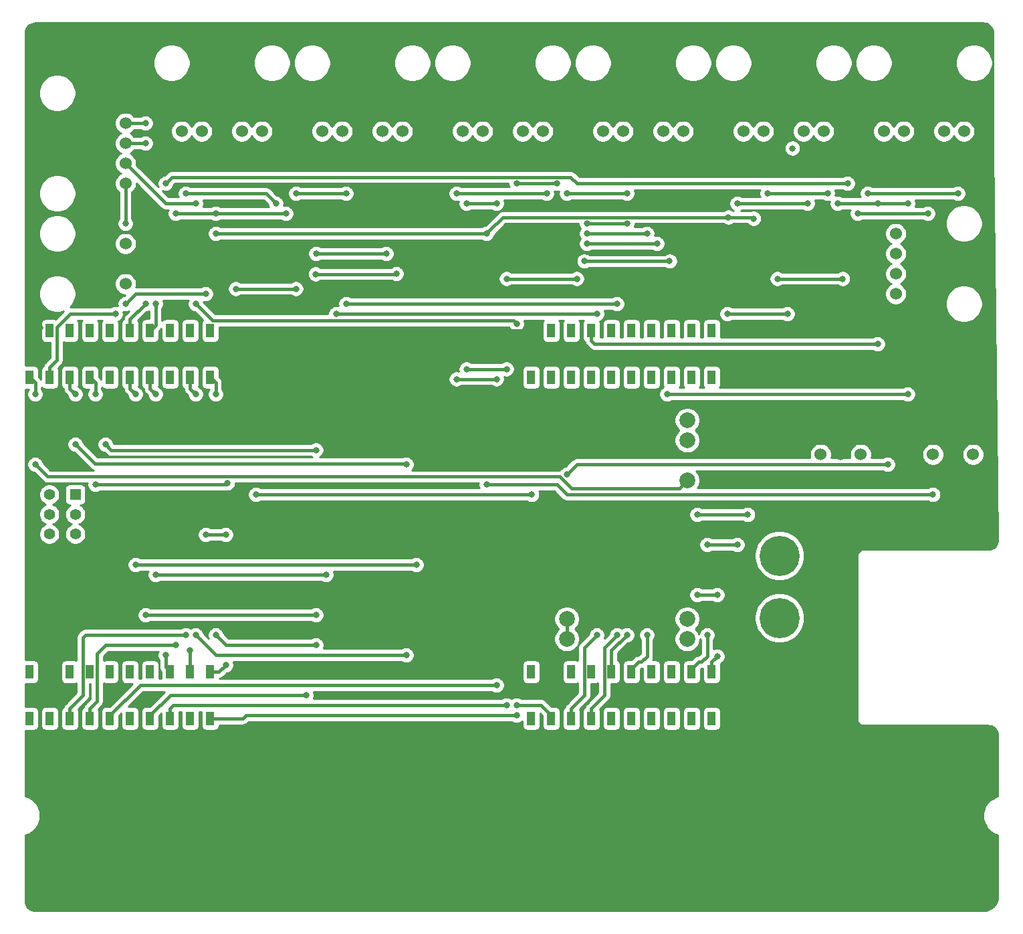
<source format=gbr>
G04 #@! TF.GenerationSoftware,KiCad,Pcbnew,(5.1.5)-3*
G04 #@! TF.CreationDate,2020-01-06T20:04:16-06:00*
G04 #@! TF.ProjectId,DriveBoard2020,44726976-6542-46f6-9172-64323032302e,rev?*
G04 #@! TF.SameCoordinates,Original*
G04 #@! TF.FileFunction,Copper,L2,Bot*
G04 #@! TF.FilePolarity,Positive*
%FSLAX46Y46*%
G04 Gerber Fmt 4.6, Leading zero omitted, Abs format (unit mm)*
G04 Created by KiCad (PCBNEW (5.1.5)-3) date 2020-01-06 20:04:16*
%MOMM*%
%LPD*%
G04 APERTURE LIST*
%ADD10R,0.990600X1.778000*%
%ADD11C,1.524000*%
%ADD12C,2.000000*%
%ADD13R,1.400000X1.400000*%
%ADD14C,1.400000*%
%ADD15C,5.080000*%
%ADD16C,0.800000*%
%ADD17C,0.381000*%
%ADD18C,0.254000*%
G04 APERTURE END LIST*
D10*
X135191500Y-168503600D03*
X132651500Y-168503600D03*
X130111500Y-168503600D03*
X127571500Y-168503600D03*
X125031500Y-168503600D03*
X122491500Y-168503600D03*
X119951500Y-168503600D03*
X117411500Y-168503600D03*
X114871500Y-168503600D03*
X112331500Y-168503600D03*
X135191500Y-174396400D03*
X132651500Y-174396400D03*
X130111500Y-174396400D03*
X127571500Y-174396400D03*
X125031500Y-174396400D03*
X122491500Y-174396400D03*
X119951500Y-174396400D03*
X117411500Y-174396400D03*
X114871500Y-174396400D03*
X112331500Y-174396400D03*
X135191500Y-217576400D03*
X132651500Y-217576400D03*
X130111500Y-217576400D03*
X127571500Y-217576400D03*
X125031500Y-217576400D03*
X122491500Y-217576400D03*
X119951500Y-217576400D03*
X117411500Y-217576400D03*
X114871500Y-217576400D03*
X112331500Y-217576400D03*
X135191500Y-211683600D03*
X132651500Y-211683600D03*
X130111500Y-211683600D03*
X127571500Y-211683600D03*
X125031500Y-211683600D03*
X122491500Y-211683600D03*
X119951500Y-211683600D03*
X117411500Y-211683600D03*
X114871500Y-211683600D03*
X112331500Y-211683600D03*
X180911500Y-168503600D03*
X178371500Y-168503600D03*
X175831500Y-168503600D03*
X198691500Y-174396400D03*
X196151500Y-174396400D03*
X193611500Y-174396400D03*
X191071500Y-174396400D03*
X188531500Y-174396400D03*
X185991500Y-174396400D03*
X183451500Y-174396400D03*
X180911500Y-174396400D03*
X178371500Y-174396400D03*
X175831500Y-174396400D03*
X198691500Y-217576400D03*
X193611500Y-217576400D03*
X188531500Y-217576400D03*
X185991500Y-217576400D03*
X183451500Y-217576400D03*
X180911500Y-217576400D03*
X178371500Y-217576400D03*
X198691500Y-211683600D03*
X193611500Y-211683600D03*
X183451500Y-211683600D03*
X180911500Y-211683600D03*
X178371500Y-211683600D03*
X175831500Y-211683600D03*
X188531500Y-211683600D03*
X191071500Y-211683600D03*
X196151500Y-217576400D03*
X183451500Y-168503600D03*
X185991500Y-168503600D03*
X196151500Y-211683600D03*
X191071500Y-217576400D03*
X193611500Y-168503600D03*
X191071500Y-168503600D03*
X185991500Y-211683600D03*
X188531500Y-168503600D03*
X196151500Y-168503600D03*
X198691500Y-168503600D03*
X175831500Y-217576400D03*
D11*
X226695000Y-184150000D03*
X229235000Y-184150000D03*
X231775000Y-184150000D03*
X217551000Y-184150000D03*
X215011000Y-184150000D03*
X212471000Y-184150000D03*
D12*
X195580000Y-182378884D03*
X180340000Y-182378884D03*
X195580000Y-179838884D03*
X180340000Y-179838884D03*
X195580000Y-187458884D03*
X180340000Y-204984884D03*
X180340000Y-207524884D03*
X195580000Y-204984884D03*
X195580000Y-207524884D03*
D11*
X131572000Y-143256000D03*
X134112000Y-143256000D03*
X136652000Y-143256000D03*
X139192000Y-143256000D03*
X141732000Y-143256000D03*
X167132000Y-143256000D03*
X169672000Y-143256000D03*
X172212000Y-143256000D03*
X174752000Y-143256000D03*
X177292000Y-143256000D03*
X212852000Y-143256000D03*
X210312000Y-143256000D03*
X207772000Y-143256000D03*
X205232000Y-143256000D03*
X202692000Y-143256000D03*
X159512000Y-143256000D03*
X156972000Y-143256000D03*
X154432000Y-143256000D03*
X151892000Y-143256000D03*
X149352000Y-143256000D03*
X184912000Y-143256000D03*
X187452000Y-143256000D03*
X189992000Y-143256000D03*
X192532000Y-143256000D03*
X195072000Y-143256000D03*
X230632000Y-143256000D03*
X228092000Y-143256000D03*
X225552000Y-143256000D03*
X223012000Y-143256000D03*
X220472000Y-143256000D03*
X221996000Y-156210000D03*
X221996000Y-158750000D03*
X221996000Y-161290000D03*
X221996000Y-163830000D03*
X124460000Y-149860000D03*
X124460000Y-147320000D03*
X124460000Y-144780000D03*
X124460000Y-142240000D03*
X124460000Y-139700000D03*
D13*
X118110000Y-189230000D03*
D14*
X118110000Y-191730000D03*
X118110000Y-194230000D03*
X114810000Y-189230000D03*
X114810000Y-191730000D03*
X114810000Y-194230000D03*
D15*
X207264000Y-196977000D03*
X207264000Y-204851000D03*
X207264000Y-212725000D03*
D11*
X124460000Y-162560000D03*
X124460000Y-160020000D03*
X124460000Y-157480000D03*
D16*
X163830000Y-153670000D03*
X168910000Y-153670000D03*
X215900000Y-156210000D03*
X136525000Y-139446000D03*
X154305000Y-140208000D03*
X172085000Y-140970000D03*
X189865000Y-140970000D03*
X207645000Y-140970000D03*
X225425000Y-140335000D03*
X215265000Y-182245000D03*
X229108000Y-181864000D03*
X170180000Y-184150000D03*
X158750000Y-183515000D03*
X181610000Y-146685000D03*
X199390000Y-147320000D03*
X191135000Y-146050000D03*
X173990000Y-146050000D03*
X146685000Y-147320000D03*
X156210000Y-146050000D03*
X129540000Y-147320000D03*
X139065000Y-146050000D03*
X124460000Y-136525000D03*
X217170000Y-147320000D03*
X226695000Y-146050000D03*
X222885000Y-187960000D03*
X207645000Y-216535000D03*
X175895000Y-207645000D03*
X169545000Y-207645000D03*
X158750000Y-207645000D03*
X173355000Y-152400000D03*
X138430000Y-152400000D03*
X150495000Y-170180000D03*
X155575000Y-168910000D03*
X113665000Y-168148000D03*
X116205000Y-201930000D03*
X114935000Y-209550000D03*
X144145000Y-207010000D03*
X180340000Y-177165000D03*
X169545000Y-169545000D03*
X143510000Y-196215000D03*
X158750000Y-196215000D03*
X170180000Y-196215000D03*
X121285000Y-160020000D03*
X148590000Y-180975000D03*
X146050000Y-163195000D03*
X138430000Y-163195000D03*
X181610000Y-161925000D03*
X172720000Y-161925000D03*
X215265000Y-161925000D03*
X207010000Y-161925000D03*
X208915000Y-145415000D03*
X146050000Y-151130000D03*
X152400000Y-151130000D03*
X152400000Y-165100000D03*
X186690000Y-165100000D03*
X186690000Y-207010000D03*
X151130000Y-166370000D03*
X184150000Y-166370000D03*
X184150000Y-207010000D03*
X180340000Y-151130000D03*
X187960000Y-151130000D03*
X182880000Y-156210000D03*
X190500000Y-156210000D03*
X190500000Y-207010000D03*
X187960000Y-207010000D03*
X187960000Y-154940000D03*
X182880000Y-154940000D03*
X213360000Y-151130000D03*
X205740000Y-151130000D03*
X203241010Y-191770000D03*
X196850000Y-191770000D03*
X196850000Y-201930000D03*
X199390000Y-201930000D03*
X199390000Y-209715100D03*
X210820000Y-152400000D03*
X201930000Y-152400000D03*
X201930000Y-195580000D03*
X198120000Y-195580000D03*
X198120000Y-207010000D03*
X120650000Y-187960000D03*
X137349000Y-187771000D03*
X170180000Y-187960000D03*
X226695000Y-189230000D03*
X135890000Y-156210000D03*
X170180000Y-156210000D03*
X208280000Y-166370000D03*
X124460000Y-165100000D03*
X134620000Y-163830000D03*
X200660000Y-166370000D03*
X200815501Y-154149499D03*
X203990500Y-154305000D03*
X123190000Y-166370000D03*
X137160000Y-210820000D03*
X140970000Y-189230000D03*
X175895000Y-189230000D03*
X173990000Y-217170000D03*
X132651500Y-208978500D03*
X132651500Y-208978500D03*
X137160000Y-194310000D03*
X134620000Y-194310000D03*
X113030000Y-185420000D03*
X113030000Y-176530000D03*
X148590000Y-158750000D03*
X157480000Y-158750000D03*
X148538290Y-161341710D03*
X158750000Y-161290000D03*
X191770000Y-157480000D03*
X182880000Y-157480000D03*
X182561000Y-159701000D03*
X193359000Y-159701000D03*
X218440000Y-151130000D03*
X229870000Y-151130000D03*
X226060000Y-153670000D03*
X217170000Y-153670000D03*
X118110000Y-176530000D03*
X118110000Y-182880000D03*
X160020000Y-185420000D03*
X148590000Y-183601000D03*
X121920000Y-182880000D03*
X120650000Y-176530000D03*
X125730000Y-176530000D03*
X161290000Y-198120000D03*
X125730000Y-198120000D03*
X128270000Y-176530000D03*
X128270000Y-199390000D03*
X149860000Y-199390000D03*
X133350000Y-176530000D03*
X133350000Y-207010000D03*
X160020000Y-209550000D03*
X148590000Y-208280000D03*
X135890000Y-207010000D03*
X135890000Y-176530000D03*
X135890000Y-153670000D03*
X144780000Y-153670000D03*
X130810000Y-208280000D03*
X130810000Y-153670000D03*
X132080000Y-151130000D03*
X143510000Y-152400000D03*
X132080000Y-207010000D03*
X179070000Y-149860000D03*
X173990000Y-149860000D03*
X167640000Y-152400000D03*
X171450000Y-152400000D03*
X172720000Y-215900000D03*
X167640000Y-173355000D03*
X172720000Y-173355000D03*
X177800000Y-151130000D03*
X166370000Y-151130000D03*
X171450000Y-213360000D03*
X166370000Y-174625000D03*
X171450000Y-174625000D03*
X214630000Y-152400000D03*
X223520000Y-152400000D03*
X219710000Y-152400000D03*
X219710000Y-170180000D03*
X215900000Y-149860000D03*
X215900000Y-149860000D03*
X129540000Y-149860000D03*
X129540000Y-209550000D03*
X193040000Y-176530000D03*
X223520000Y-176530000D03*
X180340000Y-186690000D03*
X220980000Y-185420000D03*
X127000000Y-144780000D03*
X127000000Y-165100000D03*
X127000000Y-142240000D03*
X128270000Y-165100000D03*
X124460000Y-154940000D03*
X127000000Y-204470000D03*
X148590000Y-204470000D03*
X147320000Y-214630000D03*
X173990000Y-167640000D03*
X133350000Y-165100000D03*
X133350000Y-152400000D03*
X173990000Y-215900000D03*
D17*
X163830000Y-153670000D02*
X168910000Y-153670000D01*
X207481898Y-216535000D02*
X207645000Y-216535000D01*
X215265000Y-183896000D02*
X215011000Y-184150000D01*
X112331500Y-168503600D02*
X112331500Y-168338500D01*
X114871500Y-209613500D02*
X114935000Y-209550000D01*
X175831500Y-168503600D02*
X170586400Y-168503600D01*
X170586400Y-168503600D02*
X169545000Y-169545000D01*
X124460000Y-160020000D02*
X121285000Y-160020000D01*
X207645000Y-143129000D02*
X207772000Y-143256000D01*
X225425000Y-143129000D02*
X225552000Y-143256000D01*
X146050000Y-163195000D02*
X138430000Y-163195000D01*
X181610000Y-161925000D02*
X172720000Y-161925000D01*
X215265000Y-161925000D02*
X207010000Y-161925000D01*
X146050000Y-151130000D02*
X152400000Y-151130000D01*
X152400000Y-165100000D02*
X186690000Y-165100000D01*
X183451500Y-216306400D02*
X183451500Y-217576400D01*
X185105699Y-214652201D02*
X183451500Y-216306400D01*
X185105699Y-208594301D02*
X185105699Y-214652201D01*
X186690000Y-207010000D02*
X185105699Y-208594301D01*
X151130000Y-166370000D02*
X184150000Y-166370000D01*
X180911500Y-216306400D02*
X180911500Y-217576400D01*
X182565699Y-214652201D02*
X180911500Y-216306400D01*
X182565699Y-208594301D02*
X182565699Y-214652201D01*
X184150000Y-207010000D02*
X182565699Y-208594301D01*
X180340000Y-151130000D02*
X187960000Y-151130000D01*
X182880000Y-156210000D02*
X190500000Y-156210000D01*
X188531500Y-211289900D02*
X188531500Y-211683600D01*
X189407800Y-210413600D02*
X188531500Y-211289900D01*
X189801500Y-210413600D02*
X189407800Y-210413600D01*
X190500000Y-209715100D02*
X189801500Y-210413600D01*
X190500000Y-207010000D02*
X190500000Y-209715100D01*
X185991500Y-211683600D02*
X185991500Y-208978500D01*
X185991500Y-208978500D02*
X187960000Y-207010000D01*
X187960000Y-154940000D02*
X182880000Y-154940000D01*
X213360000Y-151130000D02*
X205740000Y-151130000D01*
X203241010Y-191770000D02*
X196850000Y-191770000D01*
X196850000Y-201930000D02*
X199390000Y-201930000D01*
X198691500Y-210413600D02*
X198691500Y-211683600D01*
X199390000Y-209715100D02*
X198691500Y-210413600D01*
X199390000Y-201930000D02*
X199390000Y-201930000D01*
X210820000Y-152400000D02*
X201930000Y-152400000D01*
X201930000Y-195580000D02*
X198120000Y-195580000D01*
X196151500Y-211289900D02*
X196151500Y-211683600D01*
X197027800Y-210413600D02*
X196151500Y-211289900D01*
X197421500Y-210413600D02*
X197027800Y-210413600D01*
X198120000Y-209715100D02*
X197421500Y-210413600D01*
X198120000Y-207010000D02*
X198120000Y-209715100D01*
X137160000Y-187960000D02*
X137349000Y-187771000D01*
X120650000Y-187960000D02*
X137160000Y-187960000D01*
X170180000Y-187960000D02*
X179070000Y-187960000D01*
X179070000Y-187960000D02*
X180340000Y-189230000D01*
X180340000Y-189230000D02*
X226695000Y-189230000D01*
X135890000Y-156210000D02*
X170180000Y-156210000D01*
X170579999Y-155810001D02*
X170180000Y-156210000D01*
X172240501Y-154149499D02*
X170579999Y-155810001D01*
X208280000Y-166370000D02*
X200660000Y-166370000D01*
X124460000Y-165100000D02*
X125730000Y-163830000D01*
X125730000Y-163830000D02*
X134620000Y-163830000D01*
X200660000Y-166370000D02*
X200660000Y-166370000D01*
X201929999Y-154149499D02*
X200815501Y-154149499D01*
X200815501Y-154149499D02*
X172240501Y-154149499D01*
X201929999Y-154149499D02*
X203834999Y-154149499D01*
X203834999Y-154149499D02*
X203990500Y-154305000D01*
X207137000Y-198120000D02*
X207264000Y-198247000D01*
X114871500Y-173126400D02*
X114871500Y-174396400D01*
X115757301Y-172240599D02*
X114871500Y-173126400D01*
X115757301Y-168070597D02*
X115757301Y-172240599D01*
X117457898Y-166370000D02*
X115757301Y-168070597D01*
X123190000Y-166370000D02*
X117457898Y-166370000D01*
X135191500Y-211683600D02*
X136296400Y-211683600D01*
X136296400Y-211683600D02*
X137160000Y-210820000D01*
X140970000Y-189230000D02*
X168275000Y-189230000D01*
X168275000Y-189230000D02*
X175895000Y-189230000D01*
X173990000Y-217170000D02*
X139700000Y-217170000D01*
X139293600Y-217576400D02*
X139700000Y-217170000D01*
X135191500Y-217576400D02*
X139293600Y-217576400D01*
X132651500Y-211683600D02*
X132651500Y-208978500D01*
X132651500Y-208978500D02*
X132651500Y-208978500D01*
X132651500Y-208978500D02*
X132651500Y-208978500D01*
X137160000Y-194310000D02*
X134620000Y-194310000D01*
X114590499Y-186980499D02*
X113030000Y-185420000D01*
X179460557Y-186980499D02*
X114590499Y-186980499D01*
X180938941Y-188458883D02*
X179460557Y-186980499D01*
X195580000Y-187458884D02*
X194580001Y-188458883D01*
X194580001Y-188458883D02*
X180938941Y-188458883D01*
X113030000Y-175094900D02*
X112331500Y-174396400D01*
X113030000Y-176530000D02*
X113030000Y-175094900D01*
X148590000Y-158750000D02*
X157480000Y-158750000D01*
X148538290Y-161341710D02*
X158698290Y-161341710D01*
X158698290Y-161341710D02*
X158750000Y-161290000D01*
X191770000Y-157480000D02*
X182880000Y-157480000D01*
X182561000Y-159701000D02*
X193359000Y-159701000D01*
X193359000Y-159701000D02*
X193359000Y-159701000D01*
X218440000Y-151130000D02*
X229870000Y-151130000D01*
X226060000Y-153670000D02*
X217170000Y-153670000D01*
X117411500Y-174396400D02*
X117411500Y-175831500D01*
X117411500Y-175831500D02*
X118110000Y-176530000D01*
X118110000Y-182880000D02*
X120575499Y-185345499D01*
X120575499Y-185345499D02*
X159945499Y-185345499D01*
X159945499Y-185345499D02*
X160020000Y-185420000D01*
X148590000Y-183601000D02*
X122641000Y-183601000D01*
X122641000Y-183601000D02*
X121920000Y-182880000D01*
X120650000Y-175094900D02*
X119951500Y-174396400D01*
X120650000Y-176530000D02*
X120650000Y-175094900D01*
X125031500Y-174396400D02*
X125031500Y-175831500D01*
X125031500Y-175831500D02*
X125730000Y-176530000D01*
X161290000Y-198120000D02*
X125730000Y-198120000D01*
X127571500Y-174396400D02*
X127571500Y-175831500D01*
X127571500Y-175831500D02*
X128270000Y-176530000D01*
X128270000Y-199390000D02*
X149860000Y-199390000D01*
X132651500Y-174396400D02*
X132651500Y-175831500D01*
X132651500Y-175831500D02*
X133350000Y-176530000D01*
X133350000Y-207010000D02*
X135890000Y-209550000D01*
X135890000Y-209550000D02*
X160020000Y-209550000D01*
X148590000Y-208280000D02*
X137160000Y-208280000D01*
X137160000Y-208280000D02*
X135890000Y-207010000D01*
X135890000Y-175094900D02*
X135191500Y-174396400D01*
X135890000Y-176530000D02*
X135890000Y-175094900D01*
X135890000Y-153670000D02*
X144780000Y-153670000D01*
X120837301Y-215420599D02*
X120837301Y-209362699D01*
X119951500Y-217576400D02*
X119951500Y-216306400D01*
X119951500Y-216306400D02*
X120837301Y-215420599D01*
X120837301Y-209362699D02*
X121920000Y-208280000D01*
X121920000Y-208280000D02*
X130810000Y-208280000D01*
X130810000Y-153670000D02*
X135890000Y-153670000D01*
X132080000Y-151130000D02*
X142240000Y-151130000D01*
X142240000Y-151130000D02*
X143510000Y-152400000D01*
X132080000Y-207010000D02*
X119380000Y-207010000D01*
X117411500Y-216306400D02*
X117411500Y-217576400D01*
X119065699Y-214652201D02*
X117411500Y-216306400D01*
X119065699Y-207324301D02*
X119065699Y-214652201D01*
X119380000Y-207010000D02*
X119065699Y-207324301D01*
X179070000Y-149860000D02*
X173990000Y-149860000D01*
X130111500Y-216306400D02*
X130517900Y-215900000D01*
X130111500Y-217576400D02*
X130111500Y-216306400D01*
X167640000Y-152400000D02*
X171450000Y-152400000D01*
X130517900Y-215900000D02*
X172720000Y-215900000D01*
X167640000Y-173355000D02*
X172720000Y-173355000D01*
X177800000Y-151130000D02*
X166370000Y-151130000D01*
X122491500Y-217576400D02*
X122491500Y-217182700D01*
X122491500Y-217182700D02*
X126314200Y-213360000D01*
X126314200Y-213360000D02*
X171450000Y-213360000D01*
X166370000Y-174625000D02*
X171450000Y-174625000D01*
X183451500Y-169773600D02*
X183857900Y-170180000D01*
X183451500Y-168503600D02*
X183451500Y-169773600D01*
X183857900Y-170180000D02*
X217170000Y-170180000D01*
X219710000Y-152400000D02*
X223520000Y-152400000D01*
X214630000Y-152400000D02*
X219710000Y-152400000D01*
X217170000Y-170180000D02*
X219710000Y-170180000D01*
X215900000Y-149860000D02*
X181610000Y-149860000D01*
X130330501Y-149069499D02*
X129540000Y-149860000D01*
X181610000Y-149860000D02*
X180819499Y-149069499D01*
X180819499Y-149069499D02*
X130330501Y-149069499D01*
X129540000Y-211112100D02*
X130111500Y-211683600D01*
X129540000Y-209550000D02*
X129540000Y-211112100D01*
X193040000Y-176530000D02*
X223520000Y-176530000D01*
X180340000Y-204984884D02*
X180340000Y-207524884D01*
X195560942Y-185420000D02*
X220980000Y-185420000D01*
X180340000Y-186690000D02*
X181610000Y-185420000D01*
X181610000Y-185420000D02*
X195560942Y-185420000D01*
X124460000Y-144780000D02*
X127000000Y-144780000D01*
X125031500Y-168503600D02*
X125031500Y-167068500D01*
X125031500Y-167068500D02*
X127000000Y-165100000D01*
X124460000Y-142240000D02*
X127000000Y-142240000D01*
X128270000Y-167805100D02*
X127571500Y-168503600D01*
X128270000Y-165100000D02*
X128270000Y-167805100D01*
X124460000Y-149860000D02*
X124460000Y-154940000D01*
X127000000Y-204470000D02*
X148590000Y-204470000D01*
X127571500Y-217182700D02*
X127571500Y-217576400D01*
X130124200Y-214630000D02*
X127571500Y-217182700D01*
X147320000Y-214630000D02*
X130124200Y-214630000D01*
X135474099Y-167224099D02*
X133350000Y-165100000D01*
X173990000Y-167640000D02*
X173574099Y-167224099D01*
X173574099Y-167224099D02*
X135474099Y-167224099D01*
X129540000Y-152400000D02*
X124460000Y-147320000D01*
X133350000Y-152400000D02*
X129540000Y-152400000D01*
X178371500Y-217182700D02*
X178371500Y-217576400D01*
X177088800Y-215900000D02*
X178371500Y-217182700D01*
X173990000Y-215900000D02*
X177088800Y-215900000D01*
D18*
G36*
X233286204Y-129591815D02*
G01*
X233518226Y-129661867D01*
X233732222Y-129775650D01*
X233920041Y-129928832D01*
X234074530Y-130115577D01*
X234189801Y-130328769D01*
X234261472Y-130560300D01*
X234290000Y-130831725D01*
X234290001Y-145386814D01*
X234289639Y-145391045D01*
X234290001Y-145419281D01*
X234290001Y-145447419D01*
X234290416Y-145451630D01*
X234924586Y-194916942D01*
X234898185Y-195186205D01*
X234828133Y-195418226D01*
X234714350Y-195632222D01*
X234561169Y-195820039D01*
X234374424Y-195974529D01*
X234161231Y-196089802D01*
X233929701Y-196161472D01*
X233658276Y-196190000D01*
X217837419Y-196190000D01*
X217805000Y-196186807D01*
X217772581Y-196190000D01*
X217675617Y-196199550D01*
X217551207Y-196237290D01*
X217436550Y-196298575D01*
X217336052Y-196381052D01*
X217253575Y-196481550D01*
X217192290Y-196596207D01*
X217154550Y-196720617D01*
X217141807Y-196850000D01*
X217145001Y-196882429D01*
X217145000Y-217772581D01*
X217141807Y-217805000D01*
X217154550Y-217934383D01*
X217192290Y-218058793D01*
X217253575Y-218173450D01*
X217336052Y-218273948D01*
X217436550Y-218356425D01*
X217551207Y-218417710D01*
X217675617Y-218455450D01*
X217805000Y-218468193D01*
X217837419Y-218465000D01*
X233647723Y-218465000D01*
X233921204Y-218491815D01*
X234153226Y-218561867D01*
X234367222Y-218675650D01*
X234555041Y-218828832D01*
X234709530Y-219015577D01*
X234824801Y-219228769D01*
X234896472Y-219460300D01*
X234925001Y-219731734D01*
X234925000Y-227397940D01*
X234634977Y-227489941D01*
X234579981Y-227513513D01*
X234524689Y-227536302D01*
X234516583Y-227540685D01*
X234190780Y-227719797D01*
X234141426Y-227753590D01*
X234091599Y-227786695D01*
X234084498Y-227792570D01*
X233799690Y-228031551D01*
X233757827Y-228074301D01*
X233715391Y-228116441D01*
X233709567Y-228123583D01*
X233476601Y-228413333D01*
X233443848Y-228463385D01*
X233410395Y-228512980D01*
X233406069Y-228521117D01*
X233233821Y-228850599D01*
X233211425Y-228906031D01*
X233188231Y-228961207D01*
X233185568Y-228970029D01*
X233080596Y-229326694D01*
X233069398Y-229385399D01*
X233057358Y-229444049D01*
X233056459Y-229453220D01*
X233022762Y-229823480D01*
X233023180Y-229883299D01*
X233022762Y-229943117D01*
X233023662Y-229952288D01*
X233062525Y-230322043D01*
X233074553Y-230380636D01*
X233085762Y-230439399D01*
X233088425Y-230448221D01*
X233198367Y-230803385D01*
X233221551Y-230858536D01*
X233243956Y-230913992D01*
X233248283Y-230922128D01*
X233425114Y-231249173D01*
X233458570Y-231298774D01*
X233491320Y-231348821D01*
X233497145Y-231355962D01*
X233734133Y-231642432D01*
X233776585Y-231684588D01*
X233818431Y-231727321D01*
X233825532Y-231733195D01*
X234113649Y-231968178D01*
X234163476Y-232001283D01*
X234212832Y-232035078D01*
X234220938Y-232039461D01*
X234549210Y-232214006D01*
X234604511Y-232236799D01*
X234659496Y-232260366D01*
X234668299Y-232263091D01*
X234925001Y-232340594D01*
X234925000Y-239997721D01*
X234886091Y-240394545D01*
X234780220Y-240745206D01*
X234608257Y-241068623D01*
X234376748Y-241352482D01*
X234094514Y-241585965D01*
X233772304Y-241760184D01*
X233422385Y-241868502D01*
X233027557Y-241910000D01*
X113062277Y-241910000D01*
X112788795Y-241883185D01*
X112556774Y-241813133D01*
X112342778Y-241699350D01*
X112154961Y-241546169D01*
X112000471Y-241359424D01*
X111885198Y-241146231D01*
X111813528Y-240914701D01*
X111785000Y-240643276D01*
X111785000Y-232342060D01*
X112075023Y-232250059D01*
X112129991Y-232226499D01*
X112185311Y-232203698D01*
X112193417Y-232199315D01*
X112519220Y-232020203D01*
X112568589Y-231986399D01*
X112618401Y-231953305D01*
X112625502Y-231947431D01*
X112910309Y-231708449D01*
X112952137Y-231665735D01*
X112994609Y-231623559D01*
X113000433Y-231616418D01*
X113233399Y-231326667D01*
X113266159Y-231276604D01*
X113299604Y-231227020D01*
X113303930Y-231218883D01*
X113476179Y-230889402D01*
X113498581Y-230833956D01*
X113521769Y-230778793D01*
X113524432Y-230769971D01*
X113629404Y-230413306D01*
X113640608Y-230354575D01*
X113652642Y-230295951D01*
X113653541Y-230286780D01*
X113687238Y-229916520D01*
X113686820Y-229856701D01*
X113687238Y-229796883D01*
X113686338Y-229787712D01*
X113647475Y-229417958D01*
X113635449Y-229359371D01*
X113624238Y-229300601D01*
X113621574Y-229291779D01*
X113511633Y-228936615D01*
X113488449Y-228881464D01*
X113466044Y-228826008D01*
X113461717Y-228817872D01*
X113284885Y-228490827D01*
X113251469Y-228441285D01*
X113218680Y-228391178D01*
X113212855Y-228384037D01*
X112975866Y-228097568D01*
X112933451Y-228055448D01*
X112891569Y-228012679D01*
X112884468Y-228006805D01*
X112596351Y-227771822D01*
X112546540Y-227738728D01*
X112497168Y-227704922D01*
X112489062Y-227700539D01*
X112160790Y-227525994D01*
X112105489Y-227503201D01*
X112050504Y-227479634D01*
X112041700Y-227476909D01*
X111785000Y-227399406D01*
X111785000Y-219098429D01*
X111836200Y-219103472D01*
X112826800Y-219103472D01*
X112951282Y-219091212D01*
X113070980Y-219054902D01*
X113181294Y-218995937D01*
X113277985Y-218916585D01*
X113357337Y-218819894D01*
X113416302Y-218709580D01*
X113452612Y-218589882D01*
X113464872Y-218465400D01*
X113464872Y-216687400D01*
X113738128Y-216687400D01*
X113738128Y-218465400D01*
X113750388Y-218589882D01*
X113786698Y-218709580D01*
X113845663Y-218819894D01*
X113925015Y-218916585D01*
X114021706Y-218995937D01*
X114132020Y-219054902D01*
X114251718Y-219091212D01*
X114376200Y-219103472D01*
X115366800Y-219103472D01*
X115491282Y-219091212D01*
X115610980Y-219054902D01*
X115721294Y-218995937D01*
X115817985Y-218916585D01*
X115897337Y-218819894D01*
X115956302Y-218709580D01*
X115992612Y-218589882D01*
X116004872Y-218465400D01*
X116004872Y-216687400D01*
X115992612Y-216562918D01*
X115956302Y-216443220D01*
X115897337Y-216332906D01*
X115817985Y-216236215D01*
X115721294Y-216156863D01*
X115610980Y-216097898D01*
X115491282Y-216061588D01*
X115366800Y-216049328D01*
X114376200Y-216049328D01*
X114251718Y-216061588D01*
X114132020Y-216097898D01*
X114021706Y-216156863D01*
X113925015Y-216236215D01*
X113845663Y-216332906D01*
X113786698Y-216443220D01*
X113750388Y-216562918D01*
X113738128Y-216687400D01*
X113464872Y-216687400D01*
X113452612Y-216562918D01*
X113416302Y-216443220D01*
X113357337Y-216332906D01*
X113277985Y-216236215D01*
X113181294Y-216156863D01*
X113070980Y-216097898D01*
X112951282Y-216061588D01*
X112826800Y-216049328D01*
X111836200Y-216049328D01*
X111785000Y-216054371D01*
X111785000Y-213205629D01*
X111836200Y-213210672D01*
X112826800Y-213210672D01*
X112951282Y-213198412D01*
X113070980Y-213162102D01*
X113181294Y-213103137D01*
X113277985Y-213023785D01*
X113357337Y-212927094D01*
X113416302Y-212816780D01*
X113452612Y-212697082D01*
X113464872Y-212572600D01*
X113464872Y-210794600D01*
X116278128Y-210794600D01*
X116278128Y-212572600D01*
X116290388Y-212697082D01*
X116326698Y-212816780D01*
X116385663Y-212927094D01*
X116465015Y-213023785D01*
X116561706Y-213103137D01*
X116672020Y-213162102D01*
X116791718Y-213198412D01*
X116916200Y-213210672D01*
X117906800Y-213210672D01*
X118031282Y-213198412D01*
X118150980Y-213162102D01*
X118240200Y-213114412D01*
X118240200Y-214310266D01*
X116856466Y-215694002D01*
X116824959Y-215719859D01*
X116760781Y-215798061D01*
X116721801Y-215845558D01*
X116652270Y-215975641D01*
X116645147Y-215988967D01*
X116600508Y-216136123D01*
X116561706Y-216156863D01*
X116465015Y-216236215D01*
X116385663Y-216332906D01*
X116326698Y-216443220D01*
X116290388Y-216562918D01*
X116278128Y-216687400D01*
X116278128Y-218465400D01*
X116290388Y-218589882D01*
X116326698Y-218709580D01*
X116385663Y-218819894D01*
X116465015Y-218916585D01*
X116561706Y-218995937D01*
X116672020Y-219054902D01*
X116791718Y-219091212D01*
X116916200Y-219103472D01*
X117906800Y-219103472D01*
X118031282Y-219091212D01*
X118150980Y-219054902D01*
X118261294Y-218995937D01*
X118357985Y-218916585D01*
X118437337Y-218819894D01*
X118496302Y-218709580D01*
X118532612Y-218589882D01*
X118544872Y-218465400D01*
X118544872Y-216687400D01*
X118532612Y-216562918D01*
X118496302Y-216443220D01*
X118477426Y-216407906D01*
X119620744Y-215264590D01*
X119652240Y-215238742D01*
X119678088Y-215207246D01*
X119678091Y-215207243D01*
X119755398Y-215113044D01*
X119832052Y-214969635D01*
X119835048Y-214959757D01*
X119879255Y-214814027D01*
X119891199Y-214692754D01*
X119891199Y-214692752D01*
X119895193Y-214652201D01*
X119891199Y-214611651D01*
X119891199Y-213210672D01*
X120011801Y-213210672D01*
X120011801Y-215078666D01*
X119396461Y-215694007D01*
X119364960Y-215719859D01*
X119339109Y-215751359D01*
X119261801Y-215845558D01*
X119185147Y-215988967D01*
X119140509Y-216136122D01*
X119101706Y-216156863D01*
X119005015Y-216236215D01*
X118925663Y-216332906D01*
X118866698Y-216443220D01*
X118830388Y-216562918D01*
X118818128Y-216687400D01*
X118818128Y-218465400D01*
X118830388Y-218589882D01*
X118866698Y-218709580D01*
X118925663Y-218819894D01*
X119005015Y-218916585D01*
X119101706Y-218995937D01*
X119212020Y-219054902D01*
X119331718Y-219091212D01*
X119456200Y-219103472D01*
X120446800Y-219103472D01*
X120571282Y-219091212D01*
X120690980Y-219054902D01*
X120801294Y-218995937D01*
X120897985Y-218916585D01*
X120977337Y-218819894D01*
X121036302Y-218709580D01*
X121072612Y-218589882D01*
X121084872Y-218465400D01*
X121084872Y-216687400D01*
X121072612Y-216562918D01*
X121036302Y-216443220D01*
X121017426Y-216407907D01*
X121392347Y-216032987D01*
X121423842Y-216007140D01*
X121449690Y-215975644D01*
X121449693Y-215975641D01*
X121527000Y-215881442D01*
X121603654Y-215738033D01*
X121625808Y-215665000D01*
X121650857Y-215582425D01*
X121662801Y-215461152D01*
X121662801Y-215461150D01*
X121666795Y-215420599D01*
X121662801Y-215380049D01*
X121662801Y-213114413D01*
X121752020Y-213162102D01*
X121871718Y-213198412D01*
X121996200Y-213210672D01*
X122986800Y-213210672D01*
X123111282Y-213198412D01*
X123230980Y-213162102D01*
X123341294Y-213103137D01*
X123437985Y-213023785D01*
X123517337Y-212927094D01*
X123576302Y-212816780D01*
X123612612Y-212697082D01*
X123624872Y-212572600D01*
X123624872Y-210794600D01*
X123612612Y-210670118D01*
X123576302Y-210550420D01*
X123517337Y-210440106D01*
X123437985Y-210343415D01*
X123341294Y-210264063D01*
X123230980Y-210205098D01*
X123111282Y-210168788D01*
X122986800Y-210156528D01*
X121996200Y-210156528D01*
X121871718Y-210168788D01*
X121752020Y-210205098D01*
X121662801Y-210252787D01*
X121662801Y-209704631D01*
X122261934Y-209105500D01*
X128603842Y-209105500D01*
X128544774Y-209248102D01*
X128505000Y-209448061D01*
X128505000Y-209651939D01*
X128544774Y-209851898D01*
X128622795Y-210040256D01*
X128714500Y-210177503D01*
X128714501Y-211071540D01*
X128710506Y-211112100D01*
X128726445Y-211273926D01*
X128773647Y-211429533D01*
X128850301Y-211572942D01*
X128892152Y-211623937D01*
X128953460Y-211698641D01*
X128978128Y-211718885D01*
X128978128Y-212534500D01*
X128704872Y-212534500D01*
X128704872Y-210794600D01*
X128692612Y-210670118D01*
X128656302Y-210550420D01*
X128597337Y-210440106D01*
X128517985Y-210343415D01*
X128421294Y-210264063D01*
X128310980Y-210205098D01*
X128191282Y-210168788D01*
X128066800Y-210156528D01*
X127076200Y-210156528D01*
X126951718Y-210168788D01*
X126832020Y-210205098D01*
X126721706Y-210264063D01*
X126625015Y-210343415D01*
X126545663Y-210440106D01*
X126486698Y-210550420D01*
X126450388Y-210670118D01*
X126438128Y-210794600D01*
X126438128Y-212534500D01*
X126354750Y-212534500D01*
X126314199Y-212530506D01*
X126273649Y-212534500D01*
X126273647Y-212534500D01*
X126164872Y-212545213D01*
X126164872Y-210794600D01*
X126152612Y-210670118D01*
X126116302Y-210550420D01*
X126057337Y-210440106D01*
X125977985Y-210343415D01*
X125881294Y-210264063D01*
X125770980Y-210205098D01*
X125651282Y-210168788D01*
X125526800Y-210156528D01*
X124536200Y-210156528D01*
X124411718Y-210168788D01*
X124292020Y-210205098D01*
X124181706Y-210264063D01*
X124085015Y-210343415D01*
X124005663Y-210440106D01*
X123946698Y-210550420D01*
X123910388Y-210670118D01*
X123898128Y-210794600D01*
X123898128Y-212572600D01*
X123910388Y-212697082D01*
X123946698Y-212816780D01*
X124005663Y-212927094D01*
X124085015Y-213023785D01*
X124181706Y-213103137D01*
X124292020Y-213162102D01*
X124411718Y-213198412D01*
X124536200Y-213210672D01*
X125296095Y-213210672D01*
X122457440Y-216049328D01*
X121996200Y-216049328D01*
X121871718Y-216061588D01*
X121752020Y-216097898D01*
X121641706Y-216156863D01*
X121545015Y-216236215D01*
X121465663Y-216332906D01*
X121406698Y-216443220D01*
X121370388Y-216562918D01*
X121358128Y-216687400D01*
X121358128Y-218465400D01*
X121370388Y-218589882D01*
X121406698Y-218709580D01*
X121465663Y-218819894D01*
X121545015Y-218916585D01*
X121641706Y-218995937D01*
X121752020Y-219054902D01*
X121871718Y-219091212D01*
X121996200Y-219103472D01*
X122986800Y-219103472D01*
X123111282Y-219091212D01*
X123230980Y-219054902D01*
X123341294Y-218995937D01*
X123437985Y-218916585D01*
X123517337Y-218819894D01*
X123576302Y-218709580D01*
X123612612Y-218589882D01*
X123624872Y-218465400D01*
X123624872Y-217216760D01*
X123898128Y-216943504D01*
X123898128Y-218465400D01*
X123910388Y-218589882D01*
X123946698Y-218709580D01*
X124005663Y-218819894D01*
X124085015Y-218916585D01*
X124181706Y-218995937D01*
X124292020Y-219054902D01*
X124411718Y-219091212D01*
X124536200Y-219103472D01*
X125526800Y-219103472D01*
X125651282Y-219091212D01*
X125770980Y-219054902D01*
X125881294Y-218995937D01*
X125977985Y-218916585D01*
X126057337Y-218819894D01*
X126116302Y-218709580D01*
X126152612Y-218589882D01*
X126164872Y-218465400D01*
X126164872Y-216687400D01*
X126152612Y-216562918D01*
X126116302Y-216443220D01*
X126057337Y-216332906D01*
X125977985Y-216236215D01*
X125881294Y-216156863D01*
X125770980Y-216097898D01*
X125651282Y-216061588D01*
X125526800Y-216049328D01*
X124792304Y-216049328D01*
X126656133Y-214185500D01*
X129401267Y-214185500D01*
X127537440Y-216049328D01*
X127076200Y-216049328D01*
X126951718Y-216061588D01*
X126832020Y-216097898D01*
X126721706Y-216156863D01*
X126625015Y-216236215D01*
X126545663Y-216332906D01*
X126486698Y-216443220D01*
X126450388Y-216562918D01*
X126438128Y-216687400D01*
X126438128Y-218465400D01*
X126450388Y-218589882D01*
X126486698Y-218709580D01*
X126545663Y-218819894D01*
X126625015Y-218916585D01*
X126721706Y-218995937D01*
X126832020Y-219054902D01*
X126951718Y-219091212D01*
X127076200Y-219103472D01*
X128066800Y-219103472D01*
X128191282Y-219091212D01*
X128310980Y-219054902D01*
X128421294Y-218995937D01*
X128517985Y-218916585D01*
X128597337Y-218819894D01*
X128656302Y-218709580D01*
X128692612Y-218589882D01*
X128704872Y-218465400D01*
X128704872Y-217216760D01*
X128978128Y-216943504D01*
X128978128Y-218465400D01*
X128990388Y-218589882D01*
X129026698Y-218709580D01*
X129085663Y-218819894D01*
X129165015Y-218916585D01*
X129261706Y-218995937D01*
X129372020Y-219054902D01*
X129491718Y-219091212D01*
X129616200Y-219103472D01*
X130606800Y-219103472D01*
X130731282Y-219091212D01*
X130850980Y-219054902D01*
X130961294Y-218995937D01*
X131057985Y-218916585D01*
X131137337Y-218819894D01*
X131196302Y-218709580D01*
X131232612Y-218589882D01*
X131244872Y-218465400D01*
X131244872Y-216725500D01*
X131518128Y-216725500D01*
X131518128Y-218465400D01*
X131530388Y-218589882D01*
X131566698Y-218709580D01*
X131625663Y-218819894D01*
X131705015Y-218916585D01*
X131801706Y-218995937D01*
X131912020Y-219054902D01*
X132031718Y-219091212D01*
X132156200Y-219103472D01*
X133146800Y-219103472D01*
X133271282Y-219091212D01*
X133390980Y-219054902D01*
X133501294Y-218995937D01*
X133597985Y-218916585D01*
X133677337Y-218819894D01*
X133736302Y-218709580D01*
X133772612Y-218589882D01*
X133784872Y-218465400D01*
X133784872Y-216725500D01*
X134058128Y-216725500D01*
X134058128Y-218465400D01*
X134070388Y-218589882D01*
X134106698Y-218709580D01*
X134165663Y-218819894D01*
X134245015Y-218916585D01*
X134341706Y-218995937D01*
X134452020Y-219054902D01*
X134571718Y-219091212D01*
X134696200Y-219103472D01*
X135686800Y-219103472D01*
X135811282Y-219091212D01*
X135930980Y-219054902D01*
X136041294Y-218995937D01*
X136137985Y-218916585D01*
X136217337Y-218819894D01*
X136276302Y-218709580D01*
X136312612Y-218589882D01*
X136324872Y-218465400D01*
X136324872Y-218401900D01*
X139253050Y-218401900D01*
X139293600Y-218405894D01*
X139334150Y-218401900D01*
X139334153Y-218401900D01*
X139455426Y-218389956D01*
X139611034Y-218342753D01*
X139754442Y-218266099D01*
X139880141Y-218162941D01*
X139905998Y-218131434D01*
X140041932Y-217995500D01*
X173362497Y-217995500D01*
X173499744Y-218087205D01*
X173688102Y-218165226D01*
X173888061Y-218205000D01*
X174091939Y-218205000D01*
X174291898Y-218165226D01*
X174480256Y-218087205D01*
X174649774Y-217973937D01*
X174698128Y-217925583D01*
X174698128Y-218465400D01*
X174710388Y-218589882D01*
X174746698Y-218709580D01*
X174805663Y-218819894D01*
X174885015Y-218916585D01*
X174981706Y-218995937D01*
X175092020Y-219054902D01*
X175211718Y-219091212D01*
X175336200Y-219103472D01*
X176326800Y-219103472D01*
X176451282Y-219091212D01*
X176570980Y-219054902D01*
X176681294Y-218995937D01*
X176777985Y-218916585D01*
X176857337Y-218819894D01*
X176916302Y-218709580D01*
X176952612Y-218589882D01*
X176964872Y-218465400D01*
X176964872Y-216943505D01*
X177238128Y-217216761D01*
X177238128Y-218465400D01*
X177250388Y-218589882D01*
X177286698Y-218709580D01*
X177345663Y-218819894D01*
X177425015Y-218916585D01*
X177521706Y-218995937D01*
X177632020Y-219054902D01*
X177751718Y-219091212D01*
X177876200Y-219103472D01*
X178866800Y-219103472D01*
X178991282Y-219091212D01*
X179110980Y-219054902D01*
X179221294Y-218995937D01*
X179317985Y-218916585D01*
X179397337Y-218819894D01*
X179456302Y-218709580D01*
X179492612Y-218589882D01*
X179504872Y-218465400D01*
X179504872Y-216687400D01*
X179492612Y-216562918D01*
X179456302Y-216443220D01*
X179397337Y-216332906D01*
X179317985Y-216236215D01*
X179221294Y-216156863D01*
X179110980Y-216097898D01*
X178991282Y-216061588D01*
X178866800Y-216049328D01*
X178405561Y-216049328D01*
X177701198Y-215344966D01*
X177675341Y-215313459D01*
X177549642Y-215210301D01*
X177406234Y-215133647D01*
X177250626Y-215086444D01*
X177129353Y-215074500D01*
X177129350Y-215074500D01*
X177088800Y-215070506D01*
X177048250Y-215074500D01*
X174617503Y-215074500D01*
X174480256Y-214982795D01*
X174291898Y-214904774D01*
X174091939Y-214865000D01*
X173888061Y-214865000D01*
X173688102Y-214904774D01*
X173499744Y-214982795D01*
X173355000Y-215079510D01*
X173210256Y-214982795D01*
X173021898Y-214904774D01*
X172821939Y-214865000D01*
X172618061Y-214865000D01*
X172418102Y-214904774D01*
X172229744Y-214982795D01*
X172092497Y-215074500D01*
X148256158Y-215074500D01*
X148315226Y-214931898D01*
X148355000Y-214731939D01*
X148355000Y-214528061D01*
X148315226Y-214328102D01*
X148256158Y-214185500D01*
X170822497Y-214185500D01*
X170959744Y-214277205D01*
X171148102Y-214355226D01*
X171348061Y-214395000D01*
X171551939Y-214395000D01*
X171751898Y-214355226D01*
X171940256Y-214277205D01*
X172109774Y-214163937D01*
X172253937Y-214019774D01*
X172367205Y-213850256D01*
X172445226Y-213661898D01*
X172485000Y-213461939D01*
X172485000Y-213258061D01*
X172445226Y-213058102D01*
X172367205Y-212869744D01*
X172253937Y-212700226D01*
X172109774Y-212556063D01*
X171940256Y-212442795D01*
X171751898Y-212364774D01*
X171551939Y-212325000D01*
X171348061Y-212325000D01*
X171148102Y-212364774D01*
X170959744Y-212442795D01*
X170822497Y-212534500D01*
X136324872Y-212534500D01*
X136324872Y-212510290D01*
X136336950Y-212509100D01*
X136336953Y-212509100D01*
X136458226Y-212497156D01*
X136613834Y-212449953D01*
X136757242Y-212373299D01*
X136882941Y-212270141D01*
X136908797Y-212238635D01*
X137300005Y-211847428D01*
X137461898Y-211815226D01*
X137650256Y-211737205D01*
X137819774Y-211623937D01*
X137963937Y-211479774D01*
X138077205Y-211310256D01*
X138155226Y-211121898D01*
X138195000Y-210921939D01*
X138195000Y-210794600D01*
X174698128Y-210794600D01*
X174698128Y-212572600D01*
X174710388Y-212697082D01*
X174746698Y-212816780D01*
X174805663Y-212927094D01*
X174885015Y-213023785D01*
X174981706Y-213103137D01*
X175092020Y-213162102D01*
X175211718Y-213198412D01*
X175336200Y-213210672D01*
X176326800Y-213210672D01*
X176451282Y-213198412D01*
X176570980Y-213162102D01*
X176681294Y-213103137D01*
X176777985Y-213023785D01*
X176857337Y-212927094D01*
X176916302Y-212816780D01*
X176952612Y-212697082D01*
X176964872Y-212572600D01*
X176964872Y-210794600D01*
X179778128Y-210794600D01*
X179778128Y-212572600D01*
X179790388Y-212697082D01*
X179826698Y-212816780D01*
X179885663Y-212927094D01*
X179965015Y-213023785D01*
X180061706Y-213103137D01*
X180172020Y-213162102D01*
X180291718Y-213198412D01*
X180416200Y-213210672D01*
X181406800Y-213210672D01*
X181531282Y-213198412D01*
X181650980Y-213162102D01*
X181740200Y-213114412D01*
X181740200Y-214310266D01*
X180356466Y-215694002D01*
X180324959Y-215719859D01*
X180260781Y-215798061D01*
X180221801Y-215845558D01*
X180152270Y-215975641D01*
X180145147Y-215988967D01*
X180100508Y-216136123D01*
X180061706Y-216156863D01*
X179965015Y-216236215D01*
X179885663Y-216332906D01*
X179826698Y-216443220D01*
X179790388Y-216562918D01*
X179778128Y-216687400D01*
X179778128Y-218465400D01*
X179790388Y-218589882D01*
X179826698Y-218709580D01*
X179885663Y-218819894D01*
X179965015Y-218916585D01*
X180061706Y-218995937D01*
X180172020Y-219054902D01*
X180291718Y-219091212D01*
X180416200Y-219103472D01*
X181406800Y-219103472D01*
X181531282Y-219091212D01*
X181650980Y-219054902D01*
X181761294Y-218995937D01*
X181857985Y-218916585D01*
X181937337Y-218819894D01*
X181996302Y-218709580D01*
X182032612Y-218589882D01*
X182044872Y-218465400D01*
X182044872Y-216687400D01*
X182032612Y-216562918D01*
X181996302Y-216443220D01*
X181977426Y-216407906D01*
X183120744Y-215264590D01*
X183152240Y-215238742D01*
X183178088Y-215207246D01*
X183178091Y-215207243D01*
X183255398Y-215113044D01*
X183332052Y-214969635D01*
X183335048Y-214959757D01*
X183379255Y-214814027D01*
X183391199Y-214692754D01*
X183391199Y-214692752D01*
X183395193Y-214652201D01*
X183391199Y-214611651D01*
X183391199Y-213210672D01*
X183946800Y-213210672D01*
X184071282Y-213198412D01*
X184190980Y-213162102D01*
X184280200Y-213114412D01*
X184280200Y-214310266D01*
X182896466Y-215694002D01*
X182864959Y-215719859D01*
X182800781Y-215798061D01*
X182761801Y-215845558D01*
X182692270Y-215975641D01*
X182685147Y-215988967D01*
X182640508Y-216136123D01*
X182601706Y-216156863D01*
X182505015Y-216236215D01*
X182425663Y-216332906D01*
X182366698Y-216443220D01*
X182330388Y-216562918D01*
X182318128Y-216687400D01*
X182318128Y-218465400D01*
X182330388Y-218589882D01*
X182366698Y-218709580D01*
X182425663Y-218819894D01*
X182505015Y-218916585D01*
X182601706Y-218995937D01*
X182712020Y-219054902D01*
X182831718Y-219091212D01*
X182956200Y-219103472D01*
X183946800Y-219103472D01*
X184071282Y-219091212D01*
X184190980Y-219054902D01*
X184301294Y-218995937D01*
X184397985Y-218916585D01*
X184477337Y-218819894D01*
X184536302Y-218709580D01*
X184572612Y-218589882D01*
X184584872Y-218465400D01*
X184584872Y-216687400D01*
X184858128Y-216687400D01*
X184858128Y-218465400D01*
X184870388Y-218589882D01*
X184906698Y-218709580D01*
X184965663Y-218819894D01*
X185045015Y-218916585D01*
X185141706Y-218995937D01*
X185252020Y-219054902D01*
X185371718Y-219091212D01*
X185496200Y-219103472D01*
X186486800Y-219103472D01*
X186611282Y-219091212D01*
X186730980Y-219054902D01*
X186841294Y-218995937D01*
X186937985Y-218916585D01*
X187017337Y-218819894D01*
X187076302Y-218709580D01*
X187112612Y-218589882D01*
X187124872Y-218465400D01*
X187124872Y-216687400D01*
X187398128Y-216687400D01*
X187398128Y-218465400D01*
X187410388Y-218589882D01*
X187446698Y-218709580D01*
X187505663Y-218819894D01*
X187585015Y-218916585D01*
X187681706Y-218995937D01*
X187792020Y-219054902D01*
X187911718Y-219091212D01*
X188036200Y-219103472D01*
X189026800Y-219103472D01*
X189151282Y-219091212D01*
X189270980Y-219054902D01*
X189381294Y-218995937D01*
X189477985Y-218916585D01*
X189557337Y-218819894D01*
X189616302Y-218709580D01*
X189652612Y-218589882D01*
X189664872Y-218465400D01*
X189664872Y-216687400D01*
X189938128Y-216687400D01*
X189938128Y-218465400D01*
X189950388Y-218589882D01*
X189986698Y-218709580D01*
X190045663Y-218819894D01*
X190125015Y-218916585D01*
X190221706Y-218995937D01*
X190332020Y-219054902D01*
X190451718Y-219091212D01*
X190576200Y-219103472D01*
X191566800Y-219103472D01*
X191691282Y-219091212D01*
X191810980Y-219054902D01*
X191921294Y-218995937D01*
X192017985Y-218916585D01*
X192097337Y-218819894D01*
X192156302Y-218709580D01*
X192192612Y-218589882D01*
X192204872Y-218465400D01*
X192204872Y-216687400D01*
X192478128Y-216687400D01*
X192478128Y-218465400D01*
X192490388Y-218589882D01*
X192526698Y-218709580D01*
X192585663Y-218819894D01*
X192665015Y-218916585D01*
X192761706Y-218995937D01*
X192872020Y-219054902D01*
X192991718Y-219091212D01*
X193116200Y-219103472D01*
X194106800Y-219103472D01*
X194231282Y-219091212D01*
X194350980Y-219054902D01*
X194461294Y-218995937D01*
X194557985Y-218916585D01*
X194637337Y-218819894D01*
X194696302Y-218709580D01*
X194732612Y-218589882D01*
X194744872Y-218465400D01*
X194744872Y-216687400D01*
X195018128Y-216687400D01*
X195018128Y-218465400D01*
X195030388Y-218589882D01*
X195066698Y-218709580D01*
X195125663Y-218819894D01*
X195205015Y-218916585D01*
X195301706Y-218995937D01*
X195412020Y-219054902D01*
X195531718Y-219091212D01*
X195656200Y-219103472D01*
X196646800Y-219103472D01*
X196771282Y-219091212D01*
X196890980Y-219054902D01*
X197001294Y-218995937D01*
X197097985Y-218916585D01*
X197177337Y-218819894D01*
X197236302Y-218709580D01*
X197272612Y-218589882D01*
X197284872Y-218465400D01*
X197284872Y-216687400D01*
X197558128Y-216687400D01*
X197558128Y-218465400D01*
X197570388Y-218589882D01*
X197606698Y-218709580D01*
X197665663Y-218819894D01*
X197745015Y-218916585D01*
X197841706Y-218995937D01*
X197952020Y-219054902D01*
X198071718Y-219091212D01*
X198196200Y-219103472D01*
X199186800Y-219103472D01*
X199311282Y-219091212D01*
X199430980Y-219054902D01*
X199541294Y-218995937D01*
X199637985Y-218916585D01*
X199717337Y-218819894D01*
X199776302Y-218709580D01*
X199812612Y-218589882D01*
X199824872Y-218465400D01*
X199824872Y-216687400D01*
X199812612Y-216562918D01*
X199776302Y-216443220D01*
X199717337Y-216332906D01*
X199637985Y-216236215D01*
X199541294Y-216156863D01*
X199430980Y-216097898D01*
X199311282Y-216061588D01*
X199186800Y-216049328D01*
X198196200Y-216049328D01*
X198071718Y-216061588D01*
X197952020Y-216097898D01*
X197841706Y-216156863D01*
X197745015Y-216236215D01*
X197665663Y-216332906D01*
X197606698Y-216443220D01*
X197570388Y-216562918D01*
X197558128Y-216687400D01*
X197284872Y-216687400D01*
X197272612Y-216562918D01*
X197236302Y-216443220D01*
X197177337Y-216332906D01*
X197097985Y-216236215D01*
X197001294Y-216156863D01*
X196890980Y-216097898D01*
X196771282Y-216061588D01*
X196646800Y-216049328D01*
X195656200Y-216049328D01*
X195531718Y-216061588D01*
X195412020Y-216097898D01*
X195301706Y-216156863D01*
X195205015Y-216236215D01*
X195125663Y-216332906D01*
X195066698Y-216443220D01*
X195030388Y-216562918D01*
X195018128Y-216687400D01*
X194744872Y-216687400D01*
X194732612Y-216562918D01*
X194696302Y-216443220D01*
X194637337Y-216332906D01*
X194557985Y-216236215D01*
X194461294Y-216156863D01*
X194350980Y-216097898D01*
X194231282Y-216061588D01*
X194106800Y-216049328D01*
X193116200Y-216049328D01*
X192991718Y-216061588D01*
X192872020Y-216097898D01*
X192761706Y-216156863D01*
X192665015Y-216236215D01*
X192585663Y-216332906D01*
X192526698Y-216443220D01*
X192490388Y-216562918D01*
X192478128Y-216687400D01*
X192204872Y-216687400D01*
X192192612Y-216562918D01*
X192156302Y-216443220D01*
X192097337Y-216332906D01*
X192017985Y-216236215D01*
X191921294Y-216156863D01*
X191810980Y-216097898D01*
X191691282Y-216061588D01*
X191566800Y-216049328D01*
X190576200Y-216049328D01*
X190451718Y-216061588D01*
X190332020Y-216097898D01*
X190221706Y-216156863D01*
X190125015Y-216236215D01*
X190045663Y-216332906D01*
X189986698Y-216443220D01*
X189950388Y-216562918D01*
X189938128Y-216687400D01*
X189664872Y-216687400D01*
X189652612Y-216562918D01*
X189616302Y-216443220D01*
X189557337Y-216332906D01*
X189477985Y-216236215D01*
X189381294Y-216156863D01*
X189270980Y-216097898D01*
X189151282Y-216061588D01*
X189026800Y-216049328D01*
X188036200Y-216049328D01*
X187911718Y-216061588D01*
X187792020Y-216097898D01*
X187681706Y-216156863D01*
X187585015Y-216236215D01*
X187505663Y-216332906D01*
X187446698Y-216443220D01*
X187410388Y-216562918D01*
X187398128Y-216687400D01*
X187124872Y-216687400D01*
X187112612Y-216562918D01*
X187076302Y-216443220D01*
X187017337Y-216332906D01*
X186937985Y-216236215D01*
X186841294Y-216156863D01*
X186730980Y-216097898D01*
X186611282Y-216061588D01*
X186486800Y-216049328D01*
X185496200Y-216049328D01*
X185371718Y-216061588D01*
X185252020Y-216097898D01*
X185141706Y-216156863D01*
X185045015Y-216236215D01*
X184965663Y-216332906D01*
X184906698Y-216443220D01*
X184870388Y-216562918D01*
X184858128Y-216687400D01*
X184584872Y-216687400D01*
X184572612Y-216562918D01*
X184536302Y-216443220D01*
X184517426Y-216407906D01*
X185660744Y-215264590D01*
X185692240Y-215238742D01*
X185718088Y-215207246D01*
X185718091Y-215207243D01*
X185795398Y-215113044D01*
X185872052Y-214969635D01*
X185875048Y-214959757D01*
X185919255Y-214814027D01*
X185931199Y-214692754D01*
X185931199Y-214692752D01*
X185935193Y-214652201D01*
X185931199Y-214611651D01*
X185931199Y-213210672D01*
X186486800Y-213210672D01*
X186611282Y-213198412D01*
X186730980Y-213162102D01*
X186841294Y-213103137D01*
X186937985Y-213023785D01*
X187017337Y-212927094D01*
X187076302Y-212816780D01*
X187112612Y-212697082D01*
X187124872Y-212572600D01*
X187124872Y-210794600D01*
X187398128Y-210794600D01*
X187398128Y-212572600D01*
X187410388Y-212697082D01*
X187446698Y-212816780D01*
X187505663Y-212927094D01*
X187585015Y-213023785D01*
X187681706Y-213103137D01*
X187792020Y-213162102D01*
X187911718Y-213198412D01*
X188036200Y-213210672D01*
X189026800Y-213210672D01*
X189151282Y-213198412D01*
X189270980Y-213162102D01*
X189381294Y-213103137D01*
X189477985Y-213023785D01*
X189557337Y-212927094D01*
X189616302Y-212816780D01*
X189652612Y-212697082D01*
X189664872Y-212572600D01*
X189664872Y-211323961D01*
X189749733Y-211239100D01*
X189760950Y-211239100D01*
X189801500Y-211243094D01*
X189842050Y-211239100D01*
X189842053Y-211239100D01*
X189938128Y-211229638D01*
X189938128Y-212572600D01*
X189950388Y-212697082D01*
X189986698Y-212816780D01*
X190045663Y-212927094D01*
X190125015Y-213023785D01*
X190221706Y-213103137D01*
X190332020Y-213162102D01*
X190451718Y-213198412D01*
X190576200Y-213210672D01*
X191566800Y-213210672D01*
X191691282Y-213198412D01*
X191810980Y-213162102D01*
X191921294Y-213103137D01*
X192017985Y-213023785D01*
X192097337Y-212927094D01*
X192156302Y-212816780D01*
X192192612Y-212697082D01*
X192204872Y-212572600D01*
X192204872Y-210794600D01*
X192478128Y-210794600D01*
X192478128Y-212572600D01*
X192490388Y-212697082D01*
X192526698Y-212816780D01*
X192585663Y-212927094D01*
X192665015Y-213023785D01*
X192761706Y-213103137D01*
X192872020Y-213162102D01*
X192991718Y-213198412D01*
X193116200Y-213210672D01*
X194106800Y-213210672D01*
X194231282Y-213198412D01*
X194350980Y-213162102D01*
X194461294Y-213103137D01*
X194557985Y-213023785D01*
X194637337Y-212927094D01*
X194696302Y-212816780D01*
X194732612Y-212697082D01*
X194744872Y-212572600D01*
X194744872Y-210794600D01*
X194732612Y-210670118D01*
X194696302Y-210550420D01*
X194637337Y-210440106D01*
X194557985Y-210343415D01*
X194461294Y-210264063D01*
X194350980Y-210205098D01*
X194231282Y-210168788D01*
X194106800Y-210156528D01*
X193116200Y-210156528D01*
X192991718Y-210168788D01*
X192872020Y-210205098D01*
X192761706Y-210264063D01*
X192665015Y-210343415D01*
X192585663Y-210440106D01*
X192526698Y-210550420D01*
X192490388Y-210670118D01*
X192478128Y-210794600D01*
X192204872Y-210794600D01*
X192192612Y-210670118D01*
X192156302Y-210550420D01*
X192097337Y-210440106D01*
X192017985Y-210343415D01*
X191921294Y-210264063D01*
X191810980Y-210205098D01*
X191691282Y-210168788D01*
X191566800Y-210156528D01*
X191200077Y-210156528D01*
X191266353Y-210032534D01*
X191290552Y-209952759D01*
X191313556Y-209876926D01*
X191325500Y-209755653D01*
X191325500Y-209755651D01*
X191329494Y-209715101D01*
X191325500Y-209674550D01*
X191325500Y-207637503D01*
X191417205Y-207500256D01*
X191495226Y-207311898D01*
X191535000Y-207111939D01*
X191535000Y-206908061D01*
X191495226Y-206708102D01*
X191417205Y-206519744D01*
X191303937Y-206350226D01*
X191159774Y-206206063D01*
X190990256Y-206092795D01*
X190801898Y-206014774D01*
X190601939Y-205975000D01*
X190398061Y-205975000D01*
X190198102Y-206014774D01*
X190009744Y-206092795D01*
X189840226Y-206206063D01*
X189696063Y-206350226D01*
X189582795Y-206519744D01*
X189504774Y-206708102D01*
X189465000Y-206908061D01*
X189465000Y-207111939D01*
X189504774Y-207311898D01*
X189582795Y-207500256D01*
X189674500Y-207637503D01*
X189674501Y-209373166D01*
X189459568Y-209588100D01*
X189448342Y-209588100D01*
X189407799Y-209584107D01*
X189367256Y-209588100D01*
X189367247Y-209588100D01*
X189245974Y-209600044D01*
X189090366Y-209647247D01*
X188946958Y-209723901D01*
X188821259Y-209827059D01*
X188795408Y-209858559D01*
X188497439Y-210156528D01*
X188036200Y-210156528D01*
X187911718Y-210168788D01*
X187792020Y-210205098D01*
X187681706Y-210264063D01*
X187585015Y-210343415D01*
X187505663Y-210440106D01*
X187446698Y-210550420D01*
X187410388Y-210670118D01*
X187398128Y-210794600D01*
X187124872Y-210794600D01*
X187112612Y-210670118D01*
X187076302Y-210550420D01*
X187017337Y-210440106D01*
X186937985Y-210343415D01*
X186841294Y-210264063D01*
X186817000Y-210251077D01*
X186817000Y-209320432D01*
X188100004Y-208037428D01*
X188261898Y-208005226D01*
X188450256Y-207927205D01*
X188619774Y-207813937D01*
X188763937Y-207669774D01*
X188877205Y-207500256D01*
X188955226Y-207311898D01*
X188995000Y-207111939D01*
X188995000Y-206908061D01*
X188955226Y-206708102D01*
X188877205Y-206519744D01*
X188763937Y-206350226D01*
X188619774Y-206206063D01*
X188450256Y-206092795D01*
X188261898Y-206014774D01*
X188061939Y-205975000D01*
X187858061Y-205975000D01*
X187658102Y-206014774D01*
X187469744Y-206092795D01*
X187325000Y-206189510D01*
X187180256Y-206092795D01*
X186991898Y-206014774D01*
X186791939Y-205975000D01*
X186588061Y-205975000D01*
X186388102Y-206014774D01*
X186199744Y-206092795D01*
X186030226Y-206206063D01*
X185886063Y-206350226D01*
X185772795Y-206519744D01*
X185694774Y-206708102D01*
X185662572Y-206869996D01*
X185091879Y-207440689D01*
X185145226Y-207311898D01*
X185185000Y-207111939D01*
X185185000Y-206908061D01*
X185145226Y-206708102D01*
X185067205Y-206519744D01*
X184953937Y-206350226D01*
X184809774Y-206206063D01*
X184640256Y-206092795D01*
X184451898Y-206014774D01*
X184251939Y-205975000D01*
X184048061Y-205975000D01*
X183848102Y-206014774D01*
X183659744Y-206092795D01*
X183490226Y-206206063D01*
X183346063Y-206350226D01*
X183232795Y-206519744D01*
X183154774Y-206708102D01*
X183122572Y-206869996D01*
X182010665Y-207981903D01*
X181979158Y-208007760D01*
X181935224Y-208061295D01*
X181876000Y-208133459D01*
X181852160Y-208178061D01*
X181799346Y-208276868D01*
X181752143Y-208432476D01*
X181740653Y-208549143D01*
X181736205Y-208594301D01*
X181740199Y-208634852D01*
X181740199Y-210252787D01*
X181650980Y-210205098D01*
X181531282Y-210168788D01*
X181406800Y-210156528D01*
X180416200Y-210156528D01*
X180291718Y-210168788D01*
X180172020Y-210205098D01*
X180061706Y-210264063D01*
X179965015Y-210343415D01*
X179885663Y-210440106D01*
X179826698Y-210550420D01*
X179790388Y-210670118D01*
X179778128Y-210794600D01*
X176964872Y-210794600D01*
X176952612Y-210670118D01*
X176916302Y-210550420D01*
X176857337Y-210440106D01*
X176777985Y-210343415D01*
X176681294Y-210264063D01*
X176570980Y-210205098D01*
X176451282Y-210168788D01*
X176326800Y-210156528D01*
X175336200Y-210156528D01*
X175211718Y-210168788D01*
X175092020Y-210205098D01*
X174981706Y-210264063D01*
X174885015Y-210343415D01*
X174805663Y-210440106D01*
X174746698Y-210550420D01*
X174710388Y-210670118D01*
X174698128Y-210794600D01*
X138195000Y-210794600D01*
X138195000Y-210718061D01*
X138155226Y-210518102D01*
X138096158Y-210375500D01*
X159392497Y-210375500D01*
X159529744Y-210467205D01*
X159718102Y-210545226D01*
X159918061Y-210585000D01*
X160121939Y-210585000D01*
X160321898Y-210545226D01*
X160510256Y-210467205D01*
X160679774Y-210353937D01*
X160823937Y-210209774D01*
X160937205Y-210040256D01*
X161015226Y-209851898D01*
X161055000Y-209651939D01*
X161055000Y-209448061D01*
X161015226Y-209248102D01*
X160937205Y-209059744D01*
X160823937Y-208890226D01*
X160679774Y-208746063D01*
X160510256Y-208632795D01*
X160321898Y-208554774D01*
X160121939Y-208515000D01*
X159918061Y-208515000D01*
X159718102Y-208554774D01*
X159529744Y-208632795D01*
X159392497Y-208724500D01*
X149526158Y-208724500D01*
X149585226Y-208581898D01*
X149625000Y-208381939D01*
X149625000Y-208178061D01*
X149585226Y-207978102D01*
X149507205Y-207789744D01*
X149393937Y-207620226D01*
X149249774Y-207476063D01*
X149080256Y-207362795D01*
X148891898Y-207284774D01*
X148691939Y-207245000D01*
X148488061Y-207245000D01*
X148288102Y-207284774D01*
X148099744Y-207362795D01*
X147962497Y-207454500D01*
X137501933Y-207454500D01*
X136917428Y-206869996D01*
X136885226Y-206708102D01*
X136807205Y-206519744D01*
X136693937Y-206350226D01*
X136549774Y-206206063D01*
X136380256Y-206092795D01*
X136191898Y-206014774D01*
X135991939Y-205975000D01*
X135788061Y-205975000D01*
X135588102Y-206014774D01*
X135399744Y-206092795D01*
X135230226Y-206206063D01*
X135086063Y-206350226D01*
X134972795Y-206519744D01*
X134894774Y-206708102D01*
X134855000Y-206908061D01*
X134855000Y-207111939D01*
X134894774Y-207311898D01*
X134948121Y-207440689D01*
X134377429Y-206869996D01*
X134345226Y-206708102D01*
X134267205Y-206519744D01*
X134153937Y-206350226D01*
X134009774Y-206206063D01*
X133840256Y-206092795D01*
X133651898Y-206014774D01*
X133451939Y-205975000D01*
X133248061Y-205975000D01*
X133048102Y-206014774D01*
X132859744Y-206092795D01*
X132715000Y-206189510D01*
X132570256Y-206092795D01*
X132381898Y-206014774D01*
X132181939Y-205975000D01*
X131978061Y-205975000D01*
X131778102Y-206014774D01*
X131589744Y-206092795D01*
X131452497Y-206184500D01*
X119420550Y-206184500D01*
X119380000Y-206180506D01*
X119339449Y-206184500D01*
X119339447Y-206184500D01*
X119218174Y-206196444D01*
X119062566Y-206243647D01*
X118919158Y-206320301D01*
X118793459Y-206423459D01*
X118767606Y-206454961D01*
X118510664Y-206711904D01*
X118479158Y-206737760D01*
X118409913Y-206822136D01*
X118376000Y-206863459D01*
X118299347Y-207006867D01*
X118299346Y-207006868D01*
X118252143Y-207162476D01*
X118240199Y-207283748D01*
X118236205Y-207324301D01*
X118240199Y-207364852D01*
X118240199Y-210252788D01*
X118150980Y-210205098D01*
X118031282Y-210168788D01*
X117906800Y-210156528D01*
X116916200Y-210156528D01*
X116791718Y-210168788D01*
X116672020Y-210205098D01*
X116561706Y-210264063D01*
X116465015Y-210343415D01*
X116385663Y-210440106D01*
X116326698Y-210550420D01*
X116290388Y-210670118D01*
X116278128Y-210794600D01*
X113464872Y-210794600D01*
X113452612Y-210670118D01*
X113416302Y-210550420D01*
X113357337Y-210440106D01*
X113277985Y-210343415D01*
X113181294Y-210264063D01*
X113070980Y-210205098D01*
X112951282Y-210168788D01*
X112826800Y-210156528D01*
X111836200Y-210156528D01*
X111785000Y-210161571D01*
X111785000Y-204368061D01*
X125965000Y-204368061D01*
X125965000Y-204571939D01*
X126004774Y-204771898D01*
X126082795Y-204960256D01*
X126196063Y-205129774D01*
X126340226Y-205273937D01*
X126509744Y-205387205D01*
X126698102Y-205465226D01*
X126898061Y-205505000D01*
X127101939Y-205505000D01*
X127301898Y-205465226D01*
X127490256Y-205387205D01*
X127627503Y-205295500D01*
X147962497Y-205295500D01*
X148099744Y-205387205D01*
X148288102Y-205465226D01*
X148488061Y-205505000D01*
X148691939Y-205505000D01*
X148891898Y-205465226D01*
X149080256Y-205387205D01*
X149249774Y-205273937D01*
X149393937Y-205129774D01*
X149507205Y-204960256D01*
X149563706Y-204823851D01*
X178705000Y-204823851D01*
X178705000Y-205145917D01*
X178767832Y-205461796D01*
X178891082Y-205759347D01*
X179070013Y-206027136D01*
X179297748Y-206254871D01*
X179297767Y-206254884D01*
X179297748Y-206254897D01*
X179070013Y-206482632D01*
X178891082Y-206750421D01*
X178767832Y-207047972D01*
X178705000Y-207363851D01*
X178705000Y-207685917D01*
X178767832Y-208001796D01*
X178891082Y-208299347D01*
X179070013Y-208567136D01*
X179297748Y-208794871D01*
X179565537Y-208973802D01*
X179863088Y-209097052D01*
X180178967Y-209159884D01*
X180501033Y-209159884D01*
X180816912Y-209097052D01*
X181114463Y-208973802D01*
X181382252Y-208794871D01*
X181609987Y-208567136D01*
X181788918Y-208299347D01*
X181912168Y-208001796D01*
X181975000Y-207685917D01*
X181975000Y-207363851D01*
X181912168Y-207047972D01*
X181788918Y-206750421D01*
X181609987Y-206482632D01*
X181382252Y-206254897D01*
X181382233Y-206254884D01*
X181382252Y-206254871D01*
X181609987Y-206027136D01*
X181788918Y-205759347D01*
X181912168Y-205461796D01*
X181975000Y-205145917D01*
X181975000Y-204823851D01*
X193945000Y-204823851D01*
X193945000Y-205145917D01*
X194007832Y-205461796D01*
X194131082Y-205759347D01*
X194310013Y-206027136D01*
X194537748Y-206254871D01*
X194537767Y-206254884D01*
X194537748Y-206254897D01*
X194310013Y-206482632D01*
X194131082Y-206750421D01*
X194007832Y-207047972D01*
X193945000Y-207363851D01*
X193945000Y-207685917D01*
X194007832Y-208001796D01*
X194131082Y-208299347D01*
X194310013Y-208567136D01*
X194537748Y-208794871D01*
X194805537Y-208973802D01*
X195103088Y-209097052D01*
X195418967Y-209159884D01*
X195741033Y-209159884D01*
X196056912Y-209097052D01*
X196354463Y-208973802D01*
X196622252Y-208794871D01*
X196849987Y-208567136D01*
X197028918Y-208299347D01*
X197152168Y-208001796D01*
X197215000Y-207685917D01*
X197215000Y-207518522D01*
X197294500Y-207637503D01*
X197294501Y-209373166D01*
X197079568Y-209588100D01*
X197068342Y-209588100D01*
X197027799Y-209584107D01*
X196987256Y-209588100D01*
X196987247Y-209588100D01*
X196865974Y-209600044D01*
X196710366Y-209647247D01*
X196566958Y-209723901D01*
X196441259Y-209827059D01*
X196415408Y-209858559D01*
X196117439Y-210156528D01*
X195656200Y-210156528D01*
X195531718Y-210168788D01*
X195412020Y-210205098D01*
X195301706Y-210264063D01*
X195205015Y-210343415D01*
X195125663Y-210440106D01*
X195066698Y-210550420D01*
X195030388Y-210670118D01*
X195018128Y-210794600D01*
X195018128Y-212572600D01*
X195030388Y-212697082D01*
X195066698Y-212816780D01*
X195125663Y-212927094D01*
X195205015Y-213023785D01*
X195301706Y-213103137D01*
X195412020Y-213162102D01*
X195531718Y-213198412D01*
X195656200Y-213210672D01*
X196646800Y-213210672D01*
X196771282Y-213198412D01*
X196890980Y-213162102D01*
X197001294Y-213103137D01*
X197097985Y-213023785D01*
X197177337Y-212927094D01*
X197236302Y-212816780D01*
X197272612Y-212697082D01*
X197284872Y-212572600D01*
X197284872Y-211323961D01*
X197369733Y-211239100D01*
X197380950Y-211239100D01*
X197421500Y-211243094D01*
X197462050Y-211239100D01*
X197462053Y-211239100D01*
X197558128Y-211229638D01*
X197558128Y-212572600D01*
X197570388Y-212697082D01*
X197606698Y-212816780D01*
X197665663Y-212927094D01*
X197745015Y-213023785D01*
X197841706Y-213103137D01*
X197952020Y-213162102D01*
X198071718Y-213198412D01*
X198196200Y-213210672D01*
X199186800Y-213210672D01*
X199311282Y-213198412D01*
X199430980Y-213162102D01*
X199541294Y-213103137D01*
X199637985Y-213023785D01*
X199717337Y-212927094D01*
X199776302Y-212816780D01*
X199812612Y-212697082D01*
X199824872Y-212572600D01*
X199824872Y-210794600D01*
X199812612Y-210670118D01*
X199809973Y-210661417D01*
X199880256Y-210632305D01*
X200049774Y-210519037D01*
X200193937Y-210374874D01*
X200307205Y-210205356D01*
X200385226Y-210016998D01*
X200425000Y-209817039D01*
X200425000Y-209613161D01*
X200385226Y-209413202D01*
X200307205Y-209224844D01*
X200193937Y-209055326D01*
X200049774Y-208911163D01*
X199880256Y-208797895D01*
X199691898Y-208719874D01*
X199491939Y-208680100D01*
X199288061Y-208680100D01*
X199088102Y-208719874D01*
X198945500Y-208778942D01*
X198945500Y-207637503D01*
X199037205Y-207500256D01*
X199115226Y-207311898D01*
X199155000Y-207111939D01*
X199155000Y-206908061D01*
X199115226Y-206708102D01*
X199037205Y-206519744D01*
X198923937Y-206350226D01*
X198779774Y-206206063D01*
X198610256Y-206092795D01*
X198421898Y-206014774D01*
X198221939Y-205975000D01*
X198018061Y-205975000D01*
X197818102Y-206014774D01*
X197629744Y-206092795D01*
X197460226Y-206206063D01*
X197316063Y-206350226D01*
X197202795Y-206519744D01*
X197124774Y-206708102D01*
X197087989Y-206893032D01*
X197028918Y-206750421D01*
X196849987Y-206482632D01*
X196622252Y-206254897D01*
X196622233Y-206254884D01*
X196622252Y-206254871D01*
X196849987Y-206027136D01*
X197028918Y-205759347D01*
X197152168Y-205461796D01*
X197215000Y-205145917D01*
X197215000Y-204823851D01*
X197158199Y-204538290D01*
X204089000Y-204538290D01*
X204089000Y-205163710D01*
X204211014Y-205777113D01*
X204450352Y-206354926D01*
X204797817Y-206874944D01*
X205240056Y-207317183D01*
X205760074Y-207664648D01*
X206337887Y-207903986D01*
X206951290Y-208026000D01*
X207576710Y-208026000D01*
X208190113Y-207903986D01*
X208767926Y-207664648D01*
X209287944Y-207317183D01*
X209730183Y-206874944D01*
X210077648Y-206354926D01*
X210316986Y-205777113D01*
X210439000Y-205163710D01*
X210439000Y-204538290D01*
X210316986Y-203924887D01*
X210077648Y-203347074D01*
X209730183Y-202827056D01*
X209287944Y-202384817D01*
X208767926Y-202037352D01*
X208190113Y-201798014D01*
X207576710Y-201676000D01*
X206951290Y-201676000D01*
X206337887Y-201798014D01*
X205760074Y-202037352D01*
X205240056Y-202384817D01*
X204797817Y-202827056D01*
X204450352Y-203347074D01*
X204211014Y-203924887D01*
X204089000Y-204538290D01*
X197158199Y-204538290D01*
X197152168Y-204507972D01*
X197028918Y-204210421D01*
X196849987Y-203942632D01*
X196622252Y-203714897D01*
X196354463Y-203535966D01*
X196056912Y-203412716D01*
X195741033Y-203349884D01*
X195418967Y-203349884D01*
X195103088Y-203412716D01*
X194805537Y-203535966D01*
X194537748Y-203714897D01*
X194310013Y-203942632D01*
X194131082Y-204210421D01*
X194007832Y-204507972D01*
X193945000Y-204823851D01*
X181975000Y-204823851D01*
X181912168Y-204507972D01*
X181788918Y-204210421D01*
X181609987Y-203942632D01*
X181382252Y-203714897D01*
X181114463Y-203535966D01*
X180816912Y-203412716D01*
X180501033Y-203349884D01*
X180178967Y-203349884D01*
X179863088Y-203412716D01*
X179565537Y-203535966D01*
X179297748Y-203714897D01*
X179070013Y-203942632D01*
X178891082Y-204210421D01*
X178767832Y-204507972D01*
X178705000Y-204823851D01*
X149563706Y-204823851D01*
X149585226Y-204771898D01*
X149625000Y-204571939D01*
X149625000Y-204368061D01*
X149585226Y-204168102D01*
X149507205Y-203979744D01*
X149393937Y-203810226D01*
X149249774Y-203666063D01*
X149080256Y-203552795D01*
X148891898Y-203474774D01*
X148691939Y-203435000D01*
X148488061Y-203435000D01*
X148288102Y-203474774D01*
X148099744Y-203552795D01*
X147962497Y-203644500D01*
X127627503Y-203644500D01*
X127490256Y-203552795D01*
X127301898Y-203474774D01*
X127101939Y-203435000D01*
X126898061Y-203435000D01*
X126698102Y-203474774D01*
X126509744Y-203552795D01*
X126340226Y-203666063D01*
X126196063Y-203810226D01*
X126082795Y-203979744D01*
X126004774Y-204168102D01*
X125965000Y-204368061D01*
X111785000Y-204368061D01*
X111785000Y-201828061D01*
X195815000Y-201828061D01*
X195815000Y-202031939D01*
X195854774Y-202231898D01*
X195932795Y-202420256D01*
X196046063Y-202589774D01*
X196190226Y-202733937D01*
X196359744Y-202847205D01*
X196548102Y-202925226D01*
X196748061Y-202965000D01*
X196951939Y-202965000D01*
X197151898Y-202925226D01*
X197340256Y-202847205D01*
X197477503Y-202755500D01*
X198762497Y-202755500D01*
X198899744Y-202847205D01*
X199088102Y-202925226D01*
X199288061Y-202965000D01*
X199491939Y-202965000D01*
X199691898Y-202925226D01*
X199880256Y-202847205D01*
X200049774Y-202733937D01*
X200193937Y-202589774D01*
X200307205Y-202420256D01*
X200385226Y-202231898D01*
X200425000Y-202031939D01*
X200425000Y-201828061D01*
X200385226Y-201628102D01*
X200307205Y-201439744D01*
X200193937Y-201270226D01*
X200049774Y-201126063D01*
X199880256Y-201012795D01*
X199691898Y-200934774D01*
X199491939Y-200895000D01*
X199288061Y-200895000D01*
X199088102Y-200934774D01*
X198899744Y-201012795D01*
X198762497Y-201104500D01*
X197477503Y-201104500D01*
X197340256Y-201012795D01*
X197151898Y-200934774D01*
X196951939Y-200895000D01*
X196748061Y-200895000D01*
X196548102Y-200934774D01*
X196359744Y-201012795D01*
X196190226Y-201126063D01*
X196046063Y-201270226D01*
X195932795Y-201439744D01*
X195854774Y-201628102D01*
X195815000Y-201828061D01*
X111785000Y-201828061D01*
X111785000Y-198018061D01*
X124695000Y-198018061D01*
X124695000Y-198221939D01*
X124734774Y-198421898D01*
X124812795Y-198610256D01*
X124926063Y-198779774D01*
X125070226Y-198923937D01*
X125239744Y-199037205D01*
X125428102Y-199115226D01*
X125628061Y-199155000D01*
X125831939Y-199155000D01*
X126031898Y-199115226D01*
X126220256Y-199037205D01*
X126357503Y-198945500D01*
X127333842Y-198945500D01*
X127274774Y-199088102D01*
X127235000Y-199288061D01*
X127235000Y-199491939D01*
X127274774Y-199691898D01*
X127352795Y-199880256D01*
X127466063Y-200049774D01*
X127610226Y-200193937D01*
X127779744Y-200307205D01*
X127968102Y-200385226D01*
X128168061Y-200425000D01*
X128371939Y-200425000D01*
X128571898Y-200385226D01*
X128760256Y-200307205D01*
X128897503Y-200215500D01*
X149232497Y-200215500D01*
X149369744Y-200307205D01*
X149558102Y-200385226D01*
X149758061Y-200425000D01*
X149961939Y-200425000D01*
X150161898Y-200385226D01*
X150350256Y-200307205D01*
X150519774Y-200193937D01*
X150663937Y-200049774D01*
X150777205Y-199880256D01*
X150855226Y-199691898D01*
X150895000Y-199491939D01*
X150895000Y-199288061D01*
X150855226Y-199088102D01*
X150796158Y-198945500D01*
X160662497Y-198945500D01*
X160799744Y-199037205D01*
X160988102Y-199115226D01*
X161188061Y-199155000D01*
X161391939Y-199155000D01*
X161591898Y-199115226D01*
X161780256Y-199037205D01*
X161949774Y-198923937D01*
X162093937Y-198779774D01*
X162207205Y-198610256D01*
X162285226Y-198421898D01*
X162325000Y-198221939D01*
X162325000Y-198018061D01*
X162285226Y-197818102D01*
X162207205Y-197629744D01*
X162093937Y-197460226D01*
X161949774Y-197316063D01*
X161780256Y-197202795D01*
X161591898Y-197124774D01*
X161391939Y-197085000D01*
X161188061Y-197085000D01*
X160988102Y-197124774D01*
X160799744Y-197202795D01*
X160662497Y-197294500D01*
X126357503Y-197294500D01*
X126220256Y-197202795D01*
X126031898Y-197124774D01*
X125831939Y-197085000D01*
X125628061Y-197085000D01*
X125428102Y-197124774D01*
X125239744Y-197202795D01*
X125070226Y-197316063D01*
X124926063Y-197460226D01*
X124812795Y-197629744D01*
X124734774Y-197818102D01*
X124695000Y-198018061D01*
X111785000Y-198018061D01*
X111785000Y-196664290D01*
X204089000Y-196664290D01*
X204089000Y-197289710D01*
X204211014Y-197903113D01*
X204450352Y-198480926D01*
X204797817Y-199000944D01*
X205240056Y-199443183D01*
X205760074Y-199790648D01*
X206337887Y-200029986D01*
X206951290Y-200152000D01*
X207576710Y-200152000D01*
X208190113Y-200029986D01*
X208767926Y-199790648D01*
X209287944Y-199443183D01*
X209730183Y-199000944D01*
X210077648Y-198480926D01*
X210316986Y-197903113D01*
X210439000Y-197289710D01*
X210439000Y-196664290D01*
X210316986Y-196050887D01*
X210077648Y-195473074D01*
X209730183Y-194953056D01*
X209287944Y-194510817D01*
X208767926Y-194163352D01*
X208190113Y-193924014D01*
X207576710Y-193802000D01*
X206951290Y-193802000D01*
X206337887Y-193924014D01*
X205760074Y-194163352D01*
X205240056Y-194510817D01*
X204797817Y-194953056D01*
X204450352Y-195473074D01*
X204211014Y-196050887D01*
X204089000Y-196664290D01*
X111785000Y-196664290D01*
X111785000Y-189098514D01*
X113475000Y-189098514D01*
X113475000Y-189361486D01*
X113526304Y-189619405D01*
X113626939Y-189862359D01*
X113773038Y-190081013D01*
X113958987Y-190266962D01*
X114177641Y-190413061D01*
X114339246Y-190480000D01*
X114177641Y-190546939D01*
X113958987Y-190693038D01*
X113773038Y-190878987D01*
X113626939Y-191097641D01*
X113526304Y-191340595D01*
X113475000Y-191598514D01*
X113475000Y-191861486D01*
X113526304Y-192119405D01*
X113626939Y-192362359D01*
X113773038Y-192581013D01*
X113958987Y-192766962D01*
X114177641Y-192913061D01*
X114339246Y-192980000D01*
X114177641Y-193046939D01*
X113958987Y-193193038D01*
X113773038Y-193378987D01*
X113626939Y-193597641D01*
X113526304Y-193840595D01*
X113475000Y-194098514D01*
X113475000Y-194361486D01*
X113526304Y-194619405D01*
X113626939Y-194862359D01*
X113773038Y-195081013D01*
X113958987Y-195266962D01*
X114177641Y-195413061D01*
X114420595Y-195513696D01*
X114678514Y-195565000D01*
X114941486Y-195565000D01*
X115199405Y-195513696D01*
X115442359Y-195413061D01*
X115661013Y-195266962D01*
X115846962Y-195081013D01*
X115993061Y-194862359D01*
X116093696Y-194619405D01*
X116145000Y-194361486D01*
X116145000Y-194098514D01*
X116093696Y-193840595D01*
X115993061Y-193597641D01*
X115846962Y-193378987D01*
X115661013Y-193193038D01*
X115442359Y-193046939D01*
X115280754Y-192980000D01*
X115442359Y-192913061D01*
X115661013Y-192766962D01*
X115846962Y-192581013D01*
X115993061Y-192362359D01*
X116093696Y-192119405D01*
X116145000Y-191861486D01*
X116145000Y-191598514D01*
X116093696Y-191340595D01*
X115993061Y-191097641D01*
X115846962Y-190878987D01*
X115661013Y-190693038D01*
X115442359Y-190546939D01*
X115280754Y-190480000D01*
X115442359Y-190413061D01*
X115661013Y-190266962D01*
X115846962Y-190081013D01*
X115993061Y-189862359D01*
X116093696Y-189619405D01*
X116145000Y-189361486D01*
X116145000Y-189098514D01*
X116093696Y-188840595D01*
X115993061Y-188597641D01*
X115947866Y-188530000D01*
X116771928Y-188530000D01*
X116771928Y-189930000D01*
X116784188Y-190054482D01*
X116820498Y-190174180D01*
X116879463Y-190284494D01*
X116958815Y-190381185D01*
X117055506Y-190460537D01*
X117165820Y-190519502D01*
X117285518Y-190555812D01*
X117410000Y-190568072D01*
X117446013Y-190568072D01*
X117258987Y-190693038D01*
X117073038Y-190878987D01*
X116926939Y-191097641D01*
X116826304Y-191340595D01*
X116775000Y-191598514D01*
X116775000Y-191861486D01*
X116826304Y-192119405D01*
X116926939Y-192362359D01*
X117073038Y-192581013D01*
X117258987Y-192766962D01*
X117477641Y-192913061D01*
X117639246Y-192980000D01*
X117477641Y-193046939D01*
X117258987Y-193193038D01*
X117073038Y-193378987D01*
X116926939Y-193597641D01*
X116826304Y-193840595D01*
X116775000Y-194098514D01*
X116775000Y-194361486D01*
X116826304Y-194619405D01*
X116926939Y-194862359D01*
X117073038Y-195081013D01*
X117258987Y-195266962D01*
X117477641Y-195413061D01*
X117720595Y-195513696D01*
X117978514Y-195565000D01*
X118241486Y-195565000D01*
X118499405Y-195513696D01*
X118585435Y-195478061D01*
X197085000Y-195478061D01*
X197085000Y-195681939D01*
X197124774Y-195881898D01*
X197202795Y-196070256D01*
X197316063Y-196239774D01*
X197460226Y-196383937D01*
X197629744Y-196497205D01*
X197818102Y-196575226D01*
X198018061Y-196615000D01*
X198221939Y-196615000D01*
X198421898Y-196575226D01*
X198610256Y-196497205D01*
X198747503Y-196405500D01*
X201302497Y-196405500D01*
X201439744Y-196497205D01*
X201628102Y-196575226D01*
X201828061Y-196615000D01*
X202031939Y-196615000D01*
X202231898Y-196575226D01*
X202420256Y-196497205D01*
X202589774Y-196383937D01*
X202733937Y-196239774D01*
X202847205Y-196070256D01*
X202925226Y-195881898D01*
X202965000Y-195681939D01*
X202965000Y-195478061D01*
X202925226Y-195278102D01*
X202847205Y-195089744D01*
X202733937Y-194920226D01*
X202589774Y-194776063D01*
X202420256Y-194662795D01*
X202231898Y-194584774D01*
X202031939Y-194545000D01*
X201828061Y-194545000D01*
X201628102Y-194584774D01*
X201439744Y-194662795D01*
X201302497Y-194754500D01*
X198747503Y-194754500D01*
X198610256Y-194662795D01*
X198421898Y-194584774D01*
X198221939Y-194545000D01*
X198018061Y-194545000D01*
X197818102Y-194584774D01*
X197629744Y-194662795D01*
X197460226Y-194776063D01*
X197316063Y-194920226D01*
X197202795Y-195089744D01*
X197124774Y-195278102D01*
X197085000Y-195478061D01*
X118585435Y-195478061D01*
X118742359Y-195413061D01*
X118961013Y-195266962D01*
X119146962Y-195081013D01*
X119293061Y-194862359D01*
X119393696Y-194619405D01*
X119445000Y-194361486D01*
X119445000Y-194208061D01*
X133585000Y-194208061D01*
X133585000Y-194411939D01*
X133624774Y-194611898D01*
X133702795Y-194800256D01*
X133816063Y-194969774D01*
X133960226Y-195113937D01*
X134129744Y-195227205D01*
X134318102Y-195305226D01*
X134518061Y-195345000D01*
X134721939Y-195345000D01*
X134921898Y-195305226D01*
X135110256Y-195227205D01*
X135247503Y-195135500D01*
X136532497Y-195135500D01*
X136669744Y-195227205D01*
X136858102Y-195305226D01*
X137058061Y-195345000D01*
X137261939Y-195345000D01*
X137461898Y-195305226D01*
X137650256Y-195227205D01*
X137819774Y-195113937D01*
X137963937Y-194969774D01*
X138077205Y-194800256D01*
X138155226Y-194611898D01*
X138195000Y-194411939D01*
X138195000Y-194208061D01*
X138155226Y-194008102D01*
X138077205Y-193819744D01*
X137963937Y-193650226D01*
X137819774Y-193506063D01*
X137650256Y-193392795D01*
X137461898Y-193314774D01*
X137261939Y-193275000D01*
X137058061Y-193275000D01*
X136858102Y-193314774D01*
X136669744Y-193392795D01*
X136532497Y-193484500D01*
X135247503Y-193484500D01*
X135110256Y-193392795D01*
X134921898Y-193314774D01*
X134721939Y-193275000D01*
X134518061Y-193275000D01*
X134318102Y-193314774D01*
X134129744Y-193392795D01*
X133960226Y-193506063D01*
X133816063Y-193650226D01*
X133702795Y-193819744D01*
X133624774Y-194008102D01*
X133585000Y-194208061D01*
X119445000Y-194208061D01*
X119445000Y-194098514D01*
X119393696Y-193840595D01*
X119293061Y-193597641D01*
X119146962Y-193378987D01*
X118961013Y-193193038D01*
X118742359Y-193046939D01*
X118580754Y-192980000D01*
X118742359Y-192913061D01*
X118961013Y-192766962D01*
X119146962Y-192581013D01*
X119293061Y-192362359D01*
X119393696Y-192119405D01*
X119445000Y-191861486D01*
X119445000Y-191668061D01*
X195815000Y-191668061D01*
X195815000Y-191871939D01*
X195854774Y-192071898D01*
X195932795Y-192260256D01*
X196046063Y-192429774D01*
X196190226Y-192573937D01*
X196359744Y-192687205D01*
X196548102Y-192765226D01*
X196748061Y-192805000D01*
X196951939Y-192805000D01*
X197151898Y-192765226D01*
X197340256Y-192687205D01*
X197477503Y-192595500D01*
X202613507Y-192595500D01*
X202750754Y-192687205D01*
X202939112Y-192765226D01*
X203139071Y-192805000D01*
X203342949Y-192805000D01*
X203542908Y-192765226D01*
X203731266Y-192687205D01*
X203900784Y-192573937D01*
X204044947Y-192429774D01*
X204158215Y-192260256D01*
X204236236Y-192071898D01*
X204276010Y-191871939D01*
X204276010Y-191668061D01*
X204236236Y-191468102D01*
X204158215Y-191279744D01*
X204044947Y-191110226D01*
X203900784Y-190966063D01*
X203731266Y-190852795D01*
X203542908Y-190774774D01*
X203342949Y-190735000D01*
X203139071Y-190735000D01*
X202939112Y-190774774D01*
X202750754Y-190852795D01*
X202613507Y-190944500D01*
X197477503Y-190944500D01*
X197340256Y-190852795D01*
X197151898Y-190774774D01*
X196951939Y-190735000D01*
X196748061Y-190735000D01*
X196548102Y-190774774D01*
X196359744Y-190852795D01*
X196190226Y-190966063D01*
X196046063Y-191110226D01*
X195932795Y-191279744D01*
X195854774Y-191468102D01*
X195815000Y-191668061D01*
X119445000Y-191668061D01*
X119445000Y-191598514D01*
X119393696Y-191340595D01*
X119293061Y-191097641D01*
X119146962Y-190878987D01*
X118961013Y-190693038D01*
X118773987Y-190568072D01*
X118810000Y-190568072D01*
X118934482Y-190555812D01*
X119054180Y-190519502D01*
X119164494Y-190460537D01*
X119261185Y-190381185D01*
X119340537Y-190284494D01*
X119399502Y-190174180D01*
X119435812Y-190054482D01*
X119448072Y-189930000D01*
X119448072Y-188530000D01*
X119435812Y-188405518D01*
X119399502Y-188285820D01*
X119340537Y-188175506D01*
X119261185Y-188078815D01*
X119164494Y-187999463D01*
X119054180Y-187940498D01*
X118934482Y-187904188D01*
X118810000Y-187891928D01*
X117410000Y-187891928D01*
X117285518Y-187904188D01*
X117165820Y-187940498D01*
X117055506Y-187999463D01*
X116958815Y-188078815D01*
X116879463Y-188175506D01*
X116820498Y-188285820D01*
X116784188Y-188405518D01*
X116771928Y-188530000D01*
X115947866Y-188530000D01*
X115846962Y-188378987D01*
X115661013Y-188193038D01*
X115442359Y-188046939D01*
X115199405Y-187946304D01*
X114941486Y-187895000D01*
X114678514Y-187895000D01*
X114420595Y-187946304D01*
X114177641Y-188046939D01*
X113958987Y-188193038D01*
X113773038Y-188378987D01*
X113626939Y-188597641D01*
X113526304Y-188840595D01*
X113475000Y-189098514D01*
X111785000Y-189098514D01*
X111785000Y-185318061D01*
X111995000Y-185318061D01*
X111995000Y-185521939D01*
X112034774Y-185721898D01*
X112112795Y-185910256D01*
X112226063Y-186079774D01*
X112370226Y-186223937D01*
X112539744Y-186337205D01*
X112728102Y-186415226D01*
X112889996Y-186447428D01*
X113978110Y-187535544D01*
X114003958Y-187567040D01*
X114035454Y-187592888D01*
X114035457Y-187592891D01*
X114129656Y-187670198D01*
X114232183Y-187725000D01*
X114273065Y-187746852D01*
X114428673Y-187794055D01*
X114549946Y-187805999D01*
X114549948Y-187805999D01*
X114590499Y-187809993D01*
X114631049Y-187805999D01*
X119625356Y-187805999D01*
X119615000Y-187858061D01*
X119615000Y-188061939D01*
X119654774Y-188261898D01*
X119732795Y-188450256D01*
X119846063Y-188619774D01*
X119990226Y-188763937D01*
X120159744Y-188877205D01*
X120348102Y-188955226D01*
X120548061Y-188995000D01*
X120751939Y-188995000D01*
X120951898Y-188955226D01*
X121140256Y-188877205D01*
X121277503Y-188785500D01*
X137119450Y-188785500D01*
X137160000Y-188789494D01*
X137162728Y-188789225D01*
X137247061Y-188806000D01*
X137450939Y-188806000D01*
X137650898Y-188766226D01*
X137839256Y-188688205D01*
X138008774Y-188574937D01*
X138152937Y-188430774D01*
X138266205Y-188261256D01*
X138344226Y-188072898D01*
X138384000Y-187872939D01*
X138384000Y-187805999D01*
X169155356Y-187805999D01*
X169145000Y-187858061D01*
X169145000Y-188061939D01*
X169184774Y-188261898D01*
X169243842Y-188404500D01*
X141597503Y-188404500D01*
X141460256Y-188312795D01*
X141271898Y-188234774D01*
X141071939Y-188195000D01*
X140868061Y-188195000D01*
X140668102Y-188234774D01*
X140479744Y-188312795D01*
X140310226Y-188426063D01*
X140166063Y-188570226D01*
X140052795Y-188739744D01*
X139974774Y-188928102D01*
X139935000Y-189128061D01*
X139935000Y-189331939D01*
X139974774Y-189531898D01*
X140052795Y-189720256D01*
X140166063Y-189889774D01*
X140310226Y-190033937D01*
X140479744Y-190147205D01*
X140668102Y-190225226D01*
X140868061Y-190265000D01*
X141071939Y-190265000D01*
X141271898Y-190225226D01*
X141460256Y-190147205D01*
X141597503Y-190055500D01*
X175267497Y-190055500D01*
X175404744Y-190147205D01*
X175593102Y-190225226D01*
X175793061Y-190265000D01*
X175996939Y-190265000D01*
X176196898Y-190225226D01*
X176385256Y-190147205D01*
X176554774Y-190033937D01*
X176698937Y-189889774D01*
X176812205Y-189720256D01*
X176890226Y-189531898D01*
X176930000Y-189331939D01*
X176930000Y-189128061D01*
X176890226Y-188928102D01*
X176831158Y-188785500D01*
X178728068Y-188785500D01*
X179727606Y-189785039D01*
X179753459Y-189816541D01*
X179809289Y-189862359D01*
X179879157Y-189919699D01*
X179929111Y-189946399D01*
X180022566Y-189996353D01*
X180178174Y-190043556D01*
X180299447Y-190055500D01*
X180299449Y-190055500D01*
X180339999Y-190059494D01*
X180380550Y-190055500D01*
X226067497Y-190055500D01*
X226204744Y-190147205D01*
X226393102Y-190225226D01*
X226593061Y-190265000D01*
X226796939Y-190265000D01*
X226996898Y-190225226D01*
X227185256Y-190147205D01*
X227354774Y-190033937D01*
X227498937Y-189889774D01*
X227612205Y-189720256D01*
X227690226Y-189531898D01*
X227730000Y-189331939D01*
X227730000Y-189128061D01*
X227690226Y-188928102D01*
X227612205Y-188739744D01*
X227498937Y-188570226D01*
X227354774Y-188426063D01*
X227185256Y-188312795D01*
X226996898Y-188234774D01*
X226796939Y-188195000D01*
X226593061Y-188195000D01*
X226393102Y-188234774D01*
X226204744Y-188312795D01*
X226067497Y-188404500D01*
X196914557Y-188404500D01*
X197028918Y-188233347D01*
X197152168Y-187935796D01*
X197215000Y-187619917D01*
X197215000Y-187297851D01*
X197152168Y-186981972D01*
X197028918Y-186684421D01*
X196849987Y-186416632D01*
X196678855Y-186245500D01*
X220352497Y-186245500D01*
X220489744Y-186337205D01*
X220678102Y-186415226D01*
X220878061Y-186455000D01*
X221081939Y-186455000D01*
X221281898Y-186415226D01*
X221470256Y-186337205D01*
X221639774Y-186223937D01*
X221783937Y-186079774D01*
X221897205Y-185910256D01*
X221975226Y-185721898D01*
X222015000Y-185521939D01*
X222015000Y-185318061D01*
X221975226Y-185118102D01*
X221897205Y-184929744D01*
X221783937Y-184760226D01*
X221639774Y-184616063D01*
X221470256Y-184502795D01*
X221281898Y-184424774D01*
X221081939Y-184385000D01*
X220878061Y-184385000D01*
X220678102Y-184424774D01*
X220489744Y-184502795D01*
X220352497Y-184594500D01*
X218878984Y-184594500D01*
X218894314Y-184557490D01*
X218948000Y-184287592D01*
X218948000Y-184012408D01*
X225298000Y-184012408D01*
X225298000Y-184287592D01*
X225351686Y-184557490D01*
X225456995Y-184811727D01*
X225609880Y-185040535D01*
X225804465Y-185235120D01*
X226033273Y-185388005D01*
X226287510Y-185493314D01*
X226557408Y-185547000D01*
X226832592Y-185547000D01*
X227102490Y-185493314D01*
X227356727Y-185388005D01*
X227585535Y-185235120D01*
X227780120Y-185040535D01*
X227933005Y-184811727D01*
X228038314Y-184557490D01*
X228092000Y-184287592D01*
X228092000Y-184012408D01*
X230378000Y-184012408D01*
X230378000Y-184287592D01*
X230431686Y-184557490D01*
X230536995Y-184811727D01*
X230689880Y-185040535D01*
X230884465Y-185235120D01*
X231113273Y-185388005D01*
X231367510Y-185493314D01*
X231637408Y-185547000D01*
X231912592Y-185547000D01*
X232182490Y-185493314D01*
X232436727Y-185388005D01*
X232665535Y-185235120D01*
X232860120Y-185040535D01*
X233013005Y-184811727D01*
X233118314Y-184557490D01*
X233172000Y-184287592D01*
X233172000Y-184012408D01*
X233118314Y-183742510D01*
X233013005Y-183488273D01*
X232860120Y-183259465D01*
X232665535Y-183064880D01*
X232436727Y-182911995D01*
X232182490Y-182806686D01*
X231912592Y-182753000D01*
X231637408Y-182753000D01*
X231367510Y-182806686D01*
X231113273Y-182911995D01*
X230884465Y-183064880D01*
X230689880Y-183259465D01*
X230536995Y-183488273D01*
X230431686Y-183742510D01*
X230378000Y-184012408D01*
X228092000Y-184012408D01*
X228038314Y-183742510D01*
X227933005Y-183488273D01*
X227780120Y-183259465D01*
X227585535Y-183064880D01*
X227356727Y-182911995D01*
X227102490Y-182806686D01*
X226832592Y-182753000D01*
X226557408Y-182753000D01*
X226287510Y-182806686D01*
X226033273Y-182911995D01*
X225804465Y-183064880D01*
X225609880Y-183259465D01*
X225456995Y-183488273D01*
X225351686Y-183742510D01*
X225298000Y-184012408D01*
X218948000Y-184012408D01*
X218894314Y-183742510D01*
X218789005Y-183488273D01*
X218636120Y-183259465D01*
X218441535Y-183064880D01*
X218212727Y-182911995D01*
X217958490Y-182806686D01*
X217688592Y-182753000D01*
X217413408Y-182753000D01*
X217143510Y-182806686D01*
X216889273Y-182911995D01*
X216660465Y-183064880D01*
X216465880Y-183259465D01*
X216312995Y-183488273D01*
X216207686Y-183742510D01*
X216154000Y-184012408D01*
X216154000Y-184287592D01*
X216207686Y-184557490D01*
X216223016Y-184594500D01*
X213798984Y-184594500D01*
X213814314Y-184557490D01*
X213868000Y-184287592D01*
X213868000Y-184012408D01*
X213814314Y-183742510D01*
X213709005Y-183488273D01*
X213556120Y-183259465D01*
X213361535Y-183064880D01*
X213132727Y-182911995D01*
X212878490Y-182806686D01*
X212608592Y-182753000D01*
X212333408Y-182753000D01*
X212063510Y-182806686D01*
X211809273Y-182911995D01*
X211580465Y-183064880D01*
X211385880Y-183259465D01*
X211232995Y-183488273D01*
X211127686Y-183742510D01*
X211074000Y-184012408D01*
X211074000Y-184287592D01*
X211127686Y-184557490D01*
X211143016Y-184594500D01*
X181650550Y-184594500D01*
X181609999Y-184590506D01*
X181569449Y-184594500D01*
X181569447Y-184594500D01*
X181448174Y-184606444D01*
X181292566Y-184653647D01*
X181199111Y-184703601D01*
X181149157Y-184730301D01*
X181114239Y-184758958D01*
X181023459Y-184833459D01*
X180997608Y-184864959D01*
X180199996Y-185662572D01*
X180038102Y-185694774D01*
X179849744Y-185772795D01*
X179680226Y-185886063D01*
X179536063Y-186030226D01*
X179454995Y-186151553D01*
X179420007Y-186154999D01*
X160748712Y-186154999D01*
X160823937Y-186079774D01*
X160937205Y-185910256D01*
X161015226Y-185721898D01*
X161055000Y-185521939D01*
X161055000Y-185318061D01*
X161015226Y-185118102D01*
X160937205Y-184929744D01*
X160823937Y-184760226D01*
X160679774Y-184616063D01*
X160510256Y-184502795D01*
X160321898Y-184424774D01*
X160121939Y-184385000D01*
X159918061Y-184385000D01*
X159718102Y-184424774D01*
X159529744Y-184502795D01*
X159503996Y-184519999D01*
X149075925Y-184519999D01*
X149080256Y-184518205D01*
X149249774Y-184404937D01*
X149393937Y-184260774D01*
X149507205Y-184091256D01*
X149585226Y-183902898D01*
X149625000Y-183702939D01*
X149625000Y-183499061D01*
X149585226Y-183299102D01*
X149507205Y-183110744D01*
X149393937Y-182941226D01*
X149249774Y-182797063D01*
X149080256Y-182683795D01*
X148891898Y-182605774D01*
X148691939Y-182566000D01*
X148488061Y-182566000D01*
X148288102Y-182605774D01*
X148099744Y-182683795D01*
X147962497Y-182775500D01*
X122982933Y-182775500D01*
X122947428Y-182739996D01*
X122915226Y-182578102D01*
X122837205Y-182389744D01*
X122723937Y-182220226D01*
X122579774Y-182076063D01*
X122410256Y-181962795D01*
X122221898Y-181884774D01*
X122021939Y-181845000D01*
X121818061Y-181845000D01*
X121618102Y-181884774D01*
X121429744Y-181962795D01*
X121260226Y-182076063D01*
X121116063Y-182220226D01*
X121002795Y-182389744D01*
X120924774Y-182578102D01*
X120885000Y-182778061D01*
X120885000Y-182981939D01*
X120924774Y-183181898D01*
X121002795Y-183370256D01*
X121116063Y-183539774D01*
X121260226Y-183683937D01*
X121429744Y-183797205D01*
X121618102Y-183875226D01*
X121779996Y-183907428D01*
X122028606Y-184156039D01*
X122054459Y-184187541D01*
X122118596Y-184240177D01*
X122180157Y-184290699D01*
X122323566Y-184367353D01*
X122479174Y-184414556D01*
X122600447Y-184426500D01*
X122600449Y-184426500D01*
X122641000Y-184430494D01*
X122681550Y-184426500D01*
X147962497Y-184426500D01*
X148099744Y-184518205D01*
X148104075Y-184519999D01*
X120917432Y-184519999D01*
X119137429Y-182739996D01*
X119105226Y-182578102D01*
X119027205Y-182389744D01*
X118913937Y-182220226D01*
X118769774Y-182076063D01*
X118600256Y-181962795D01*
X118411898Y-181884774D01*
X118211939Y-181845000D01*
X118008061Y-181845000D01*
X117808102Y-181884774D01*
X117619744Y-181962795D01*
X117450226Y-182076063D01*
X117306063Y-182220226D01*
X117192795Y-182389744D01*
X117114774Y-182578102D01*
X117075000Y-182778061D01*
X117075000Y-182981939D01*
X117114774Y-183181898D01*
X117192795Y-183370256D01*
X117306063Y-183539774D01*
X117450226Y-183683937D01*
X117619744Y-183797205D01*
X117808102Y-183875226D01*
X117969996Y-183907429D01*
X119963105Y-185900538D01*
X119988958Y-185932040D01*
X120053095Y-185984676D01*
X120114656Y-186035198D01*
X120198052Y-186079774D01*
X120258065Y-186111852D01*
X120400302Y-186154999D01*
X114932433Y-186154999D01*
X114057428Y-185279996D01*
X114025226Y-185118102D01*
X113947205Y-184929744D01*
X113833937Y-184760226D01*
X113689774Y-184616063D01*
X113520256Y-184502795D01*
X113331898Y-184424774D01*
X113131939Y-184385000D01*
X112928061Y-184385000D01*
X112728102Y-184424774D01*
X112539744Y-184502795D01*
X112370226Y-184616063D01*
X112226063Y-184760226D01*
X112112795Y-184929744D01*
X112034774Y-185118102D01*
X111995000Y-185318061D01*
X111785000Y-185318061D01*
X111785000Y-179677851D01*
X193945000Y-179677851D01*
X193945000Y-179999917D01*
X194007832Y-180315796D01*
X194131082Y-180613347D01*
X194310013Y-180881136D01*
X194537748Y-181108871D01*
X194537767Y-181108884D01*
X194537748Y-181108897D01*
X194310013Y-181336632D01*
X194131082Y-181604421D01*
X194007832Y-181901972D01*
X193945000Y-182217851D01*
X193945000Y-182539917D01*
X194007832Y-182855796D01*
X194131082Y-183153347D01*
X194310013Y-183421136D01*
X194537748Y-183648871D01*
X194805537Y-183827802D01*
X195103088Y-183951052D01*
X195418967Y-184013884D01*
X195741033Y-184013884D01*
X196056912Y-183951052D01*
X196354463Y-183827802D01*
X196622252Y-183648871D01*
X196849987Y-183421136D01*
X197028918Y-183153347D01*
X197152168Y-182855796D01*
X197215000Y-182539917D01*
X197215000Y-182217851D01*
X197152168Y-181901972D01*
X197028918Y-181604421D01*
X196849987Y-181336632D01*
X196622252Y-181108897D01*
X196622233Y-181108884D01*
X196622252Y-181108871D01*
X196849987Y-180881136D01*
X197028918Y-180613347D01*
X197152168Y-180315796D01*
X197215000Y-179999917D01*
X197215000Y-179677851D01*
X197152168Y-179361972D01*
X197028918Y-179064421D01*
X196849987Y-178796632D01*
X196622252Y-178568897D01*
X196354463Y-178389966D01*
X196056912Y-178266716D01*
X195741033Y-178203884D01*
X195418967Y-178203884D01*
X195103088Y-178266716D01*
X194805537Y-178389966D01*
X194537748Y-178568897D01*
X194310013Y-178796632D01*
X194131082Y-179064421D01*
X194007832Y-179361972D01*
X193945000Y-179677851D01*
X111785000Y-179677851D01*
X111785000Y-175918429D01*
X111836200Y-175923472D01*
X112190485Y-175923472D01*
X112112795Y-176039744D01*
X112034774Y-176228102D01*
X111995000Y-176428061D01*
X111995000Y-176631939D01*
X112034774Y-176831898D01*
X112112795Y-177020256D01*
X112226063Y-177189774D01*
X112370226Y-177333937D01*
X112539744Y-177447205D01*
X112728102Y-177525226D01*
X112928061Y-177565000D01*
X113131939Y-177565000D01*
X113331898Y-177525226D01*
X113520256Y-177447205D01*
X113689774Y-177333937D01*
X113833937Y-177189774D01*
X113947205Y-177020256D01*
X114025226Y-176831898D01*
X114065000Y-176631939D01*
X114065000Y-176428061D01*
X114025226Y-176228102D01*
X113947205Y-176039744D01*
X113855500Y-175902497D01*
X113855500Y-175651880D01*
X113925015Y-175736585D01*
X114021706Y-175815937D01*
X114132020Y-175874902D01*
X114251718Y-175911212D01*
X114376200Y-175923472D01*
X115366800Y-175923472D01*
X115491282Y-175911212D01*
X115610980Y-175874902D01*
X115721294Y-175815937D01*
X115817985Y-175736585D01*
X115897337Y-175639894D01*
X115956302Y-175529580D01*
X115992612Y-175409882D01*
X116004872Y-175285400D01*
X116004872Y-173507400D01*
X116278128Y-173507400D01*
X116278128Y-175285400D01*
X116290388Y-175409882D01*
X116326698Y-175529580D01*
X116385663Y-175639894D01*
X116465015Y-175736585D01*
X116561706Y-175815937D01*
X116582447Y-175827023D01*
X116582006Y-175831500D01*
X116597945Y-175993326D01*
X116645147Y-176148933D01*
X116721801Y-176292342D01*
X116783363Y-176367354D01*
X116824960Y-176418041D01*
X116856461Y-176443893D01*
X117082572Y-176670004D01*
X117114774Y-176831898D01*
X117192795Y-177020256D01*
X117306063Y-177189774D01*
X117450226Y-177333937D01*
X117619744Y-177447205D01*
X117808102Y-177525226D01*
X118008061Y-177565000D01*
X118211939Y-177565000D01*
X118411898Y-177525226D01*
X118600256Y-177447205D01*
X118769774Y-177333937D01*
X118913937Y-177189774D01*
X119027205Y-177020256D01*
X119105226Y-176831898D01*
X119145000Y-176631939D01*
X119145000Y-176428061D01*
X119105226Y-176228102D01*
X119027205Y-176039744D01*
X118913937Y-175870226D01*
X118769774Y-175726063D01*
X118600256Y-175612795D01*
X118478729Y-175562456D01*
X118496302Y-175529580D01*
X118532612Y-175409882D01*
X118544872Y-175285400D01*
X118544872Y-173507400D01*
X118818128Y-173507400D01*
X118818128Y-175285400D01*
X118830388Y-175409882D01*
X118866698Y-175529580D01*
X118925663Y-175639894D01*
X119005015Y-175736585D01*
X119101706Y-175815937D01*
X119212020Y-175874902D01*
X119331718Y-175911212D01*
X119456200Y-175923472D01*
X119810485Y-175923472D01*
X119732795Y-176039744D01*
X119654774Y-176228102D01*
X119615000Y-176428061D01*
X119615000Y-176631939D01*
X119654774Y-176831898D01*
X119732795Y-177020256D01*
X119846063Y-177189774D01*
X119990226Y-177333937D01*
X120159744Y-177447205D01*
X120348102Y-177525226D01*
X120548061Y-177565000D01*
X120751939Y-177565000D01*
X120951898Y-177525226D01*
X121140256Y-177447205D01*
X121309774Y-177333937D01*
X121453937Y-177189774D01*
X121567205Y-177020256D01*
X121645226Y-176831898D01*
X121685000Y-176631939D01*
X121685000Y-176428061D01*
X121645226Y-176228102D01*
X121567205Y-176039744D01*
X121475500Y-175902497D01*
X121475500Y-175651880D01*
X121545015Y-175736585D01*
X121641706Y-175815937D01*
X121752020Y-175874902D01*
X121871718Y-175911212D01*
X121996200Y-175923472D01*
X122986800Y-175923472D01*
X123111282Y-175911212D01*
X123230980Y-175874902D01*
X123341294Y-175815937D01*
X123437985Y-175736585D01*
X123517337Y-175639894D01*
X123576302Y-175529580D01*
X123612612Y-175409882D01*
X123624872Y-175285400D01*
X123624872Y-173507400D01*
X123898128Y-173507400D01*
X123898128Y-175285400D01*
X123910388Y-175409882D01*
X123946698Y-175529580D01*
X124005663Y-175639894D01*
X124085015Y-175736585D01*
X124181706Y-175815937D01*
X124202447Y-175827023D01*
X124202006Y-175831500D01*
X124217945Y-175993326D01*
X124265147Y-176148933D01*
X124341801Y-176292342D01*
X124403363Y-176367354D01*
X124444960Y-176418041D01*
X124476461Y-176443893D01*
X124702572Y-176670004D01*
X124734774Y-176831898D01*
X124812795Y-177020256D01*
X124926063Y-177189774D01*
X125070226Y-177333937D01*
X125239744Y-177447205D01*
X125428102Y-177525226D01*
X125628061Y-177565000D01*
X125831939Y-177565000D01*
X126031898Y-177525226D01*
X126220256Y-177447205D01*
X126389774Y-177333937D01*
X126533937Y-177189774D01*
X126647205Y-177020256D01*
X126725226Y-176831898D01*
X126765000Y-176631939D01*
X126765000Y-176428061D01*
X126725226Y-176228102D01*
X126647205Y-176039744D01*
X126533937Y-175870226D01*
X126389774Y-175726063D01*
X126220256Y-175612795D01*
X126098729Y-175562456D01*
X126116302Y-175529580D01*
X126152612Y-175409882D01*
X126164872Y-175285400D01*
X126164872Y-173507400D01*
X126438128Y-173507400D01*
X126438128Y-175285400D01*
X126450388Y-175409882D01*
X126486698Y-175529580D01*
X126545663Y-175639894D01*
X126625015Y-175736585D01*
X126721706Y-175815937D01*
X126742447Y-175827023D01*
X126742006Y-175831500D01*
X126757945Y-175993326D01*
X126805147Y-176148933D01*
X126881801Y-176292342D01*
X126943363Y-176367354D01*
X126984960Y-176418041D01*
X127016461Y-176443893D01*
X127242572Y-176670004D01*
X127274774Y-176831898D01*
X127352795Y-177020256D01*
X127466063Y-177189774D01*
X127610226Y-177333937D01*
X127779744Y-177447205D01*
X127968102Y-177525226D01*
X128168061Y-177565000D01*
X128371939Y-177565000D01*
X128571898Y-177525226D01*
X128760256Y-177447205D01*
X128929774Y-177333937D01*
X129073937Y-177189774D01*
X129187205Y-177020256D01*
X129265226Y-176831898D01*
X129305000Y-176631939D01*
X129305000Y-176428061D01*
X129265226Y-176228102D01*
X129187205Y-176039744D01*
X129073937Y-175870226D01*
X128929774Y-175726063D01*
X128760256Y-175612795D01*
X128638729Y-175562456D01*
X128656302Y-175529580D01*
X128692612Y-175409882D01*
X128704872Y-175285400D01*
X128704872Y-173507400D01*
X128978128Y-173507400D01*
X128978128Y-175285400D01*
X128990388Y-175409882D01*
X129026698Y-175529580D01*
X129085663Y-175639894D01*
X129165015Y-175736585D01*
X129261706Y-175815937D01*
X129372020Y-175874902D01*
X129491718Y-175911212D01*
X129616200Y-175923472D01*
X130606800Y-175923472D01*
X130731282Y-175911212D01*
X130850980Y-175874902D01*
X130961294Y-175815937D01*
X131057985Y-175736585D01*
X131137337Y-175639894D01*
X131196302Y-175529580D01*
X131232612Y-175409882D01*
X131244872Y-175285400D01*
X131244872Y-173507400D01*
X131518128Y-173507400D01*
X131518128Y-175285400D01*
X131530388Y-175409882D01*
X131566698Y-175529580D01*
X131625663Y-175639894D01*
X131705015Y-175736585D01*
X131801706Y-175815937D01*
X131822447Y-175827023D01*
X131822006Y-175831500D01*
X131837945Y-175993326D01*
X131885147Y-176148933D01*
X131961801Y-176292342D01*
X132023363Y-176367354D01*
X132064960Y-176418041D01*
X132096461Y-176443893D01*
X132322572Y-176670004D01*
X132354774Y-176831898D01*
X132432795Y-177020256D01*
X132546063Y-177189774D01*
X132690226Y-177333937D01*
X132859744Y-177447205D01*
X133048102Y-177525226D01*
X133248061Y-177565000D01*
X133451939Y-177565000D01*
X133651898Y-177525226D01*
X133840256Y-177447205D01*
X134009774Y-177333937D01*
X134153937Y-177189774D01*
X134267205Y-177020256D01*
X134345226Y-176831898D01*
X134385000Y-176631939D01*
X134385000Y-176428061D01*
X134345226Y-176228102D01*
X134267205Y-176039744D01*
X134153937Y-175870226D01*
X134009774Y-175726063D01*
X133840256Y-175612795D01*
X133718729Y-175562456D01*
X133736302Y-175529580D01*
X133772612Y-175409882D01*
X133784872Y-175285400D01*
X133784872Y-173507400D01*
X134058128Y-173507400D01*
X134058128Y-175285400D01*
X134070388Y-175409882D01*
X134106698Y-175529580D01*
X134165663Y-175639894D01*
X134245015Y-175736585D01*
X134341706Y-175815937D01*
X134452020Y-175874902D01*
X134571718Y-175911212D01*
X134696200Y-175923472D01*
X135050485Y-175923472D01*
X134972795Y-176039744D01*
X134894774Y-176228102D01*
X134855000Y-176428061D01*
X134855000Y-176631939D01*
X134894774Y-176831898D01*
X134972795Y-177020256D01*
X135086063Y-177189774D01*
X135230226Y-177333937D01*
X135399744Y-177447205D01*
X135588102Y-177525226D01*
X135788061Y-177565000D01*
X135991939Y-177565000D01*
X136191898Y-177525226D01*
X136380256Y-177447205D01*
X136549774Y-177333937D01*
X136693937Y-177189774D01*
X136807205Y-177020256D01*
X136885226Y-176831898D01*
X136925000Y-176631939D01*
X136925000Y-176428061D01*
X192005000Y-176428061D01*
X192005000Y-176631939D01*
X192044774Y-176831898D01*
X192122795Y-177020256D01*
X192236063Y-177189774D01*
X192380226Y-177333937D01*
X192549744Y-177447205D01*
X192738102Y-177525226D01*
X192938061Y-177565000D01*
X193141939Y-177565000D01*
X193341898Y-177525226D01*
X193530256Y-177447205D01*
X193667503Y-177355500D01*
X222892497Y-177355500D01*
X223029744Y-177447205D01*
X223218102Y-177525226D01*
X223418061Y-177565000D01*
X223621939Y-177565000D01*
X223821898Y-177525226D01*
X224010256Y-177447205D01*
X224179774Y-177333937D01*
X224323937Y-177189774D01*
X224437205Y-177020256D01*
X224515226Y-176831898D01*
X224555000Y-176631939D01*
X224555000Y-176428061D01*
X224515226Y-176228102D01*
X224437205Y-176039744D01*
X224323937Y-175870226D01*
X224179774Y-175726063D01*
X224010256Y-175612795D01*
X223821898Y-175534774D01*
X223621939Y-175495000D01*
X223418061Y-175495000D01*
X223218102Y-175534774D01*
X223029744Y-175612795D01*
X222892497Y-175704500D01*
X199664316Y-175704500D01*
X199717337Y-175639894D01*
X199776302Y-175529580D01*
X199812612Y-175409882D01*
X199824872Y-175285400D01*
X199824872Y-173507400D01*
X199812612Y-173382918D01*
X199776302Y-173263220D01*
X199717337Y-173152906D01*
X199637985Y-173056215D01*
X199541294Y-172976863D01*
X199430980Y-172917898D01*
X199311282Y-172881588D01*
X199186800Y-172869328D01*
X198196200Y-172869328D01*
X198071718Y-172881588D01*
X197952020Y-172917898D01*
X197841706Y-172976863D01*
X197745015Y-173056215D01*
X197665663Y-173152906D01*
X197606698Y-173263220D01*
X197570388Y-173382918D01*
X197558128Y-173507400D01*
X197558128Y-175285400D01*
X197570388Y-175409882D01*
X197606698Y-175529580D01*
X197665663Y-175639894D01*
X197718684Y-175704500D01*
X197124316Y-175704500D01*
X197177337Y-175639894D01*
X197236302Y-175529580D01*
X197272612Y-175409882D01*
X197284872Y-175285400D01*
X197284872Y-173507400D01*
X197272612Y-173382918D01*
X197236302Y-173263220D01*
X197177337Y-173152906D01*
X197097985Y-173056215D01*
X197001294Y-172976863D01*
X196890980Y-172917898D01*
X196771282Y-172881588D01*
X196646800Y-172869328D01*
X195656200Y-172869328D01*
X195531718Y-172881588D01*
X195412020Y-172917898D01*
X195301706Y-172976863D01*
X195205015Y-173056215D01*
X195125663Y-173152906D01*
X195066698Y-173263220D01*
X195030388Y-173382918D01*
X195018128Y-173507400D01*
X195018128Y-175285400D01*
X195030388Y-175409882D01*
X195066698Y-175529580D01*
X195125663Y-175639894D01*
X195178684Y-175704500D01*
X194584316Y-175704500D01*
X194637337Y-175639894D01*
X194696302Y-175529580D01*
X194732612Y-175409882D01*
X194744872Y-175285400D01*
X194744872Y-173507400D01*
X194732612Y-173382918D01*
X194696302Y-173263220D01*
X194637337Y-173152906D01*
X194557985Y-173056215D01*
X194461294Y-172976863D01*
X194350980Y-172917898D01*
X194231282Y-172881588D01*
X194106800Y-172869328D01*
X193116200Y-172869328D01*
X192991718Y-172881588D01*
X192872020Y-172917898D01*
X192761706Y-172976863D01*
X192665015Y-173056215D01*
X192585663Y-173152906D01*
X192526698Y-173263220D01*
X192490388Y-173382918D01*
X192478128Y-173507400D01*
X192478128Y-175285400D01*
X192490388Y-175409882D01*
X192526698Y-175529580D01*
X192567293Y-175605526D01*
X192549744Y-175612795D01*
X192380226Y-175726063D01*
X192236063Y-175870226D01*
X192122795Y-176039744D01*
X192044774Y-176228102D01*
X192005000Y-176428061D01*
X136925000Y-176428061D01*
X136885226Y-176228102D01*
X136807205Y-176039744D01*
X136715500Y-175902497D01*
X136715500Y-175135450D01*
X136719494Y-175094899D01*
X136715500Y-175054347D01*
X136703556Y-174933074D01*
X136656353Y-174777466D01*
X136579699Y-174634057D01*
X136529177Y-174572496D01*
X136488607Y-174523061D01*
X165335000Y-174523061D01*
X165335000Y-174726939D01*
X165374774Y-174926898D01*
X165452795Y-175115256D01*
X165566063Y-175284774D01*
X165710226Y-175428937D01*
X165879744Y-175542205D01*
X166068102Y-175620226D01*
X166268061Y-175660000D01*
X166471939Y-175660000D01*
X166671898Y-175620226D01*
X166860256Y-175542205D01*
X166997503Y-175450500D01*
X170822497Y-175450500D01*
X170959744Y-175542205D01*
X171148102Y-175620226D01*
X171348061Y-175660000D01*
X171551939Y-175660000D01*
X171751898Y-175620226D01*
X171940256Y-175542205D01*
X172109774Y-175428937D01*
X172253937Y-175284774D01*
X172367205Y-175115256D01*
X172445226Y-174926898D01*
X172485000Y-174726939D01*
X172485000Y-174523061D01*
X172451961Y-174356961D01*
X172618061Y-174390000D01*
X172821939Y-174390000D01*
X173021898Y-174350226D01*
X173210256Y-174272205D01*
X173379774Y-174158937D01*
X173523937Y-174014774D01*
X173637205Y-173845256D01*
X173715226Y-173656898D01*
X173744962Y-173507400D01*
X174698128Y-173507400D01*
X174698128Y-175285400D01*
X174710388Y-175409882D01*
X174746698Y-175529580D01*
X174805663Y-175639894D01*
X174885015Y-175736585D01*
X174981706Y-175815937D01*
X175092020Y-175874902D01*
X175211718Y-175911212D01*
X175336200Y-175923472D01*
X176326800Y-175923472D01*
X176451282Y-175911212D01*
X176570980Y-175874902D01*
X176681294Y-175815937D01*
X176777985Y-175736585D01*
X176857337Y-175639894D01*
X176916302Y-175529580D01*
X176952612Y-175409882D01*
X176964872Y-175285400D01*
X176964872Y-173507400D01*
X177238128Y-173507400D01*
X177238128Y-175285400D01*
X177250388Y-175409882D01*
X177286698Y-175529580D01*
X177345663Y-175639894D01*
X177425015Y-175736585D01*
X177521706Y-175815937D01*
X177632020Y-175874902D01*
X177751718Y-175911212D01*
X177876200Y-175923472D01*
X178866800Y-175923472D01*
X178991282Y-175911212D01*
X179110980Y-175874902D01*
X179221294Y-175815937D01*
X179317985Y-175736585D01*
X179397337Y-175639894D01*
X179456302Y-175529580D01*
X179492612Y-175409882D01*
X179504872Y-175285400D01*
X179504872Y-173507400D01*
X179778128Y-173507400D01*
X179778128Y-175285400D01*
X179790388Y-175409882D01*
X179826698Y-175529580D01*
X179885663Y-175639894D01*
X179965015Y-175736585D01*
X180061706Y-175815937D01*
X180172020Y-175874902D01*
X180291718Y-175911212D01*
X180416200Y-175923472D01*
X181406800Y-175923472D01*
X181531282Y-175911212D01*
X181650980Y-175874902D01*
X181761294Y-175815937D01*
X181857985Y-175736585D01*
X181937337Y-175639894D01*
X181996302Y-175529580D01*
X182032612Y-175409882D01*
X182044872Y-175285400D01*
X182044872Y-173507400D01*
X182318128Y-173507400D01*
X182318128Y-175285400D01*
X182330388Y-175409882D01*
X182366698Y-175529580D01*
X182425663Y-175639894D01*
X182505015Y-175736585D01*
X182601706Y-175815937D01*
X182712020Y-175874902D01*
X182831718Y-175911212D01*
X182956200Y-175923472D01*
X183946800Y-175923472D01*
X184071282Y-175911212D01*
X184190980Y-175874902D01*
X184301294Y-175815937D01*
X184397985Y-175736585D01*
X184477337Y-175639894D01*
X184536302Y-175529580D01*
X184572612Y-175409882D01*
X184584872Y-175285400D01*
X184584872Y-173507400D01*
X184858128Y-173507400D01*
X184858128Y-175285400D01*
X184870388Y-175409882D01*
X184906698Y-175529580D01*
X184965663Y-175639894D01*
X185045015Y-175736585D01*
X185141706Y-175815937D01*
X185252020Y-175874902D01*
X185371718Y-175911212D01*
X185496200Y-175923472D01*
X186486800Y-175923472D01*
X186611282Y-175911212D01*
X186730980Y-175874902D01*
X186841294Y-175815937D01*
X186937985Y-175736585D01*
X187017337Y-175639894D01*
X187076302Y-175529580D01*
X187112612Y-175409882D01*
X187124872Y-175285400D01*
X187124872Y-173507400D01*
X187398128Y-173507400D01*
X187398128Y-175285400D01*
X187410388Y-175409882D01*
X187446698Y-175529580D01*
X187505663Y-175639894D01*
X187585015Y-175736585D01*
X187681706Y-175815937D01*
X187792020Y-175874902D01*
X187911718Y-175911212D01*
X188036200Y-175923472D01*
X189026800Y-175923472D01*
X189151282Y-175911212D01*
X189270980Y-175874902D01*
X189381294Y-175815937D01*
X189477985Y-175736585D01*
X189557337Y-175639894D01*
X189616302Y-175529580D01*
X189652612Y-175409882D01*
X189664872Y-175285400D01*
X189664872Y-173507400D01*
X189938128Y-173507400D01*
X189938128Y-175285400D01*
X189950388Y-175409882D01*
X189986698Y-175529580D01*
X190045663Y-175639894D01*
X190125015Y-175736585D01*
X190221706Y-175815937D01*
X190332020Y-175874902D01*
X190451718Y-175911212D01*
X190576200Y-175923472D01*
X191566800Y-175923472D01*
X191691282Y-175911212D01*
X191810980Y-175874902D01*
X191921294Y-175815937D01*
X192017985Y-175736585D01*
X192097337Y-175639894D01*
X192156302Y-175529580D01*
X192192612Y-175409882D01*
X192204872Y-175285400D01*
X192204872Y-173507400D01*
X192192612Y-173382918D01*
X192156302Y-173263220D01*
X192097337Y-173152906D01*
X192017985Y-173056215D01*
X191921294Y-172976863D01*
X191810980Y-172917898D01*
X191691282Y-172881588D01*
X191566800Y-172869328D01*
X190576200Y-172869328D01*
X190451718Y-172881588D01*
X190332020Y-172917898D01*
X190221706Y-172976863D01*
X190125015Y-173056215D01*
X190045663Y-173152906D01*
X189986698Y-173263220D01*
X189950388Y-173382918D01*
X189938128Y-173507400D01*
X189664872Y-173507400D01*
X189652612Y-173382918D01*
X189616302Y-173263220D01*
X189557337Y-173152906D01*
X189477985Y-173056215D01*
X189381294Y-172976863D01*
X189270980Y-172917898D01*
X189151282Y-172881588D01*
X189026800Y-172869328D01*
X188036200Y-172869328D01*
X187911718Y-172881588D01*
X187792020Y-172917898D01*
X187681706Y-172976863D01*
X187585015Y-173056215D01*
X187505663Y-173152906D01*
X187446698Y-173263220D01*
X187410388Y-173382918D01*
X187398128Y-173507400D01*
X187124872Y-173507400D01*
X187112612Y-173382918D01*
X187076302Y-173263220D01*
X187017337Y-173152906D01*
X186937985Y-173056215D01*
X186841294Y-172976863D01*
X186730980Y-172917898D01*
X186611282Y-172881588D01*
X186486800Y-172869328D01*
X185496200Y-172869328D01*
X185371718Y-172881588D01*
X185252020Y-172917898D01*
X185141706Y-172976863D01*
X185045015Y-173056215D01*
X184965663Y-173152906D01*
X184906698Y-173263220D01*
X184870388Y-173382918D01*
X184858128Y-173507400D01*
X184584872Y-173507400D01*
X184572612Y-173382918D01*
X184536302Y-173263220D01*
X184477337Y-173152906D01*
X184397985Y-173056215D01*
X184301294Y-172976863D01*
X184190980Y-172917898D01*
X184071282Y-172881588D01*
X183946800Y-172869328D01*
X182956200Y-172869328D01*
X182831718Y-172881588D01*
X182712020Y-172917898D01*
X182601706Y-172976863D01*
X182505015Y-173056215D01*
X182425663Y-173152906D01*
X182366698Y-173263220D01*
X182330388Y-173382918D01*
X182318128Y-173507400D01*
X182044872Y-173507400D01*
X182032612Y-173382918D01*
X181996302Y-173263220D01*
X181937337Y-173152906D01*
X181857985Y-173056215D01*
X181761294Y-172976863D01*
X181650980Y-172917898D01*
X181531282Y-172881588D01*
X181406800Y-172869328D01*
X180416200Y-172869328D01*
X180291718Y-172881588D01*
X180172020Y-172917898D01*
X180061706Y-172976863D01*
X179965015Y-173056215D01*
X179885663Y-173152906D01*
X179826698Y-173263220D01*
X179790388Y-173382918D01*
X179778128Y-173507400D01*
X179504872Y-173507400D01*
X179492612Y-173382918D01*
X179456302Y-173263220D01*
X179397337Y-173152906D01*
X179317985Y-173056215D01*
X179221294Y-172976863D01*
X179110980Y-172917898D01*
X178991282Y-172881588D01*
X178866800Y-172869328D01*
X177876200Y-172869328D01*
X177751718Y-172881588D01*
X177632020Y-172917898D01*
X177521706Y-172976863D01*
X177425015Y-173056215D01*
X177345663Y-173152906D01*
X177286698Y-173263220D01*
X177250388Y-173382918D01*
X177238128Y-173507400D01*
X176964872Y-173507400D01*
X176952612Y-173382918D01*
X176916302Y-173263220D01*
X176857337Y-173152906D01*
X176777985Y-173056215D01*
X176681294Y-172976863D01*
X176570980Y-172917898D01*
X176451282Y-172881588D01*
X176326800Y-172869328D01*
X175336200Y-172869328D01*
X175211718Y-172881588D01*
X175092020Y-172917898D01*
X174981706Y-172976863D01*
X174885015Y-173056215D01*
X174805663Y-173152906D01*
X174746698Y-173263220D01*
X174710388Y-173382918D01*
X174698128Y-173507400D01*
X173744962Y-173507400D01*
X173755000Y-173456939D01*
X173755000Y-173253061D01*
X173715226Y-173053102D01*
X173637205Y-172864744D01*
X173523937Y-172695226D01*
X173379774Y-172551063D01*
X173210256Y-172437795D01*
X173021898Y-172359774D01*
X172821939Y-172320000D01*
X172618061Y-172320000D01*
X172418102Y-172359774D01*
X172229744Y-172437795D01*
X172092497Y-172529500D01*
X168267503Y-172529500D01*
X168130256Y-172437795D01*
X167941898Y-172359774D01*
X167741939Y-172320000D01*
X167538061Y-172320000D01*
X167338102Y-172359774D01*
X167149744Y-172437795D01*
X166980226Y-172551063D01*
X166836063Y-172695226D01*
X166722795Y-172864744D01*
X166644774Y-173053102D01*
X166605000Y-173253061D01*
X166605000Y-173456939D01*
X166638039Y-173623039D01*
X166471939Y-173590000D01*
X166268061Y-173590000D01*
X166068102Y-173629774D01*
X165879744Y-173707795D01*
X165710226Y-173821063D01*
X165566063Y-173965226D01*
X165452795Y-174134744D01*
X165374774Y-174323102D01*
X165335000Y-174523061D01*
X136488607Y-174523061D01*
X136476541Y-174508359D01*
X136445039Y-174482506D01*
X136324872Y-174362339D01*
X136324872Y-173507400D01*
X136312612Y-173382918D01*
X136276302Y-173263220D01*
X136217337Y-173152906D01*
X136137985Y-173056215D01*
X136041294Y-172976863D01*
X135930980Y-172917898D01*
X135811282Y-172881588D01*
X135686800Y-172869328D01*
X134696200Y-172869328D01*
X134571718Y-172881588D01*
X134452020Y-172917898D01*
X134341706Y-172976863D01*
X134245015Y-173056215D01*
X134165663Y-173152906D01*
X134106698Y-173263220D01*
X134070388Y-173382918D01*
X134058128Y-173507400D01*
X133784872Y-173507400D01*
X133772612Y-173382918D01*
X133736302Y-173263220D01*
X133677337Y-173152906D01*
X133597985Y-173056215D01*
X133501294Y-172976863D01*
X133390980Y-172917898D01*
X133271282Y-172881588D01*
X133146800Y-172869328D01*
X132156200Y-172869328D01*
X132031718Y-172881588D01*
X131912020Y-172917898D01*
X131801706Y-172976863D01*
X131705015Y-173056215D01*
X131625663Y-173152906D01*
X131566698Y-173263220D01*
X131530388Y-173382918D01*
X131518128Y-173507400D01*
X131244872Y-173507400D01*
X131232612Y-173382918D01*
X131196302Y-173263220D01*
X131137337Y-173152906D01*
X131057985Y-173056215D01*
X130961294Y-172976863D01*
X130850980Y-172917898D01*
X130731282Y-172881588D01*
X130606800Y-172869328D01*
X129616200Y-172869328D01*
X129491718Y-172881588D01*
X129372020Y-172917898D01*
X129261706Y-172976863D01*
X129165015Y-173056215D01*
X129085663Y-173152906D01*
X129026698Y-173263220D01*
X128990388Y-173382918D01*
X128978128Y-173507400D01*
X128704872Y-173507400D01*
X128692612Y-173382918D01*
X128656302Y-173263220D01*
X128597337Y-173152906D01*
X128517985Y-173056215D01*
X128421294Y-172976863D01*
X128310980Y-172917898D01*
X128191282Y-172881588D01*
X128066800Y-172869328D01*
X127076200Y-172869328D01*
X126951718Y-172881588D01*
X126832020Y-172917898D01*
X126721706Y-172976863D01*
X126625015Y-173056215D01*
X126545663Y-173152906D01*
X126486698Y-173263220D01*
X126450388Y-173382918D01*
X126438128Y-173507400D01*
X126164872Y-173507400D01*
X126152612Y-173382918D01*
X126116302Y-173263220D01*
X126057337Y-173152906D01*
X125977985Y-173056215D01*
X125881294Y-172976863D01*
X125770980Y-172917898D01*
X125651282Y-172881588D01*
X125526800Y-172869328D01*
X124536200Y-172869328D01*
X124411718Y-172881588D01*
X124292020Y-172917898D01*
X124181706Y-172976863D01*
X124085015Y-173056215D01*
X124005663Y-173152906D01*
X123946698Y-173263220D01*
X123910388Y-173382918D01*
X123898128Y-173507400D01*
X123624872Y-173507400D01*
X123612612Y-173382918D01*
X123576302Y-173263220D01*
X123517337Y-173152906D01*
X123437985Y-173056215D01*
X123341294Y-172976863D01*
X123230980Y-172917898D01*
X123111282Y-172881588D01*
X122986800Y-172869328D01*
X121996200Y-172869328D01*
X121871718Y-172881588D01*
X121752020Y-172917898D01*
X121641706Y-172976863D01*
X121545015Y-173056215D01*
X121465663Y-173152906D01*
X121406698Y-173263220D01*
X121370388Y-173382918D01*
X121358128Y-173507400D01*
X121358128Y-174668535D01*
X121339699Y-174634057D01*
X121289177Y-174572496D01*
X121236541Y-174508359D01*
X121205039Y-174482506D01*
X121084872Y-174362339D01*
X121084872Y-173507400D01*
X121072612Y-173382918D01*
X121036302Y-173263220D01*
X120977337Y-173152906D01*
X120897985Y-173056215D01*
X120801294Y-172976863D01*
X120690980Y-172917898D01*
X120571282Y-172881588D01*
X120446800Y-172869328D01*
X119456200Y-172869328D01*
X119331718Y-172881588D01*
X119212020Y-172917898D01*
X119101706Y-172976863D01*
X119005015Y-173056215D01*
X118925663Y-173152906D01*
X118866698Y-173263220D01*
X118830388Y-173382918D01*
X118818128Y-173507400D01*
X118544872Y-173507400D01*
X118532612Y-173382918D01*
X118496302Y-173263220D01*
X118437337Y-173152906D01*
X118357985Y-173056215D01*
X118261294Y-172976863D01*
X118150980Y-172917898D01*
X118031282Y-172881588D01*
X117906800Y-172869328D01*
X116916200Y-172869328D01*
X116791718Y-172881588D01*
X116672020Y-172917898D01*
X116561706Y-172976863D01*
X116465015Y-173056215D01*
X116385663Y-173152906D01*
X116326698Y-173263220D01*
X116290388Y-173382918D01*
X116278128Y-173507400D01*
X116004872Y-173507400D01*
X115992612Y-173382918D01*
X115956302Y-173263220D01*
X115937426Y-173227907D01*
X116312345Y-172852988D01*
X116343842Y-172827140D01*
X116369690Y-172795644D01*
X116369693Y-172795641D01*
X116447000Y-172701442D01*
X116523654Y-172558033D01*
X116532309Y-172529500D01*
X116570857Y-172402425D01*
X116582801Y-172281152D01*
X116582801Y-172281150D01*
X116586795Y-172240599D01*
X116582801Y-172200049D01*
X116582801Y-169934413D01*
X116672020Y-169982102D01*
X116791718Y-170018412D01*
X116916200Y-170030672D01*
X117906800Y-170030672D01*
X118031282Y-170018412D01*
X118150980Y-169982102D01*
X118261294Y-169923137D01*
X118357985Y-169843785D01*
X118437337Y-169747094D01*
X118496302Y-169636780D01*
X118532612Y-169517082D01*
X118544872Y-169392600D01*
X118544872Y-167614600D01*
X118532612Y-167490118D01*
X118496302Y-167370420D01*
X118437337Y-167260106D01*
X118384316Y-167195500D01*
X118978684Y-167195500D01*
X118925663Y-167260106D01*
X118866698Y-167370420D01*
X118830388Y-167490118D01*
X118818128Y-167614600D01*
X118818128Y-169392600D01*
X118830388Y-169517082D01*
X118866698Y-169636780D01*
X118925663Y-169747094D01*
X119005015Y-169843785D01*
X119101706Y-169923137D01*
X119212020Y-169982102D01*
X119331718Y-170018412D01*
X119456200Y-170030672D01*
X120446800Y-170030672D01*
X120571282Y-170018412D01*
X120690980Y-169982102D01*
X120801294Y-169923137D01*
X120897985Y-169843785D01*
X120977337Y-169747094D01*
X121036302Y-169636780D01*
X121072612Y-169517082D01*
X121084872Y-169392600D01*
X121084872Y-167614600D01*
X121072612Y-167490118D01*
X121036302Y-167370420D01*
X120977337Y-167260106D01*
X120924316Y-167195500D01*
X121518684Y-167195500D01*
X121465663Y-167260106D01*
X121406698Y-167370420D01*
X121370388Y-167490118D01*
X121358128Y-167614600D01*
X121358128Y-169392600D01*
X121370388Y-169517082D01*
X121406698Y-169636780D01*
X121465663Y-169747094D01*
X121545015Y-169843785D01*
X121641706Y-169923137D01*
X121752020Y-169982102D01*
X121871718Y-170018412D01*
X121996200Y-170030672D01*
X122986800Y-170030672D01*
X123111282Y-170018412D01*
X123230980Y-169982102D01*
X123341294Y-169923137D01*
X123437985Y-169843785D01*
X123517337Y-169747094D01*
X123576302Y-169636780D01*
X123612612Y-169517082D01*
X123624872Y-169392600D01*
X123624872Y-167614600D01*
X123612612Y-167490118D01*
X123576302Y-167370420D01*
X123558729Y-167337544D01*
X123680256Y-167287205D01*
X123849774Y-167173937D01*
X123993937Y-167029774D01*
X124107205Y-166860256D01*
X124185226Y-166671898D01*
X124225000Y-166471939D01*
X124225000Y-166268061D01*
X124191961Y-166101961D01*
X124358061Y-166135000D01*
X124561939Y-166135000D01*
X124761898Y-166095226D01*
X124890689Y-166041879D01*
X124476461Y-166456107D01*
X124444960Y-166481959D01*
X124419109Y-166513459D01*
X124341801Y-166607658D01*
X124265147Y-166751067D01*
X124217945Y-166906674D01*
X124202006Y-167068500D01*
X124202447Y-167072977D01*
X124181706Y-167084063D01*
X124085015Y-167163415D01*
X124005663Y-167260106D01*
X123946698Y-167370420D01*
X123910388Y-167490118D01*
X123898128Y-167614600D01*
X123898128Y-169392600D01*
X123910388Y-169517082D01*
X123946698Y-169636780D01*
X124005663Y-169747094D01*
X124085015Y-169843785D01*
X124181706Y-169923137D01*
X124292020Y-169982102D01*
X124411718Y-170018412D01*
X124536200Y-170030672D01*
X125526800Y-170030672D01*
X125651282Y-170018412D01*
X125770980Y-169982102D01*
X125881294Y-169923137D01*
X125977985Y-169843785D01*
X126057337Y-169747094D01*
X126116302Y-169636780D01*
X126152612Y-169517082D01*
X126164872Y-169392600D01*
X126164872Y-167614600D01*
X126152612Y-167490118D01*
X126116302Y-167370420D01*
X126057337Y-167260106D01*
X126034794Y-167232638D01*
X127140004Y-166127428D01*
X127301898Y-166095226D01*
X127444500Y-166036158D01*
X127444501Y-166976528D01*
X127076200Y-166976528D01*
X126951718Y-166988788D01*
X126832020Y-167025098D01*
X126721706Y-167084063D01*
X126625015Y-167163415D01*
X126545663Y-167260106D01*
X126486698Y-167370420D01*
X126450388Y-167490118D01*
X126438128Y-167614600D01*
X126438128Y-169392600D01*
X126450388Y-169517082D01*
X126486698Y-169636780D01*
X126545663Y-169747094D01*
X126625015Y-169843785D01*
X126721706Y-169923137D01*
X126832020Y-169982102D01*
X126951718Y-170018412D01*
X127076200Y-170030672D01*
X128066800Y-170030672D01*
X128191282Y-170018412D01*
X128310980Y-169982102D01*
X128421294Y-169923137D01*
X128517985Y-169843785D01*
X128597337Y-169747094D01*
X128656302Y-169636780D01*
X128692612Y-169517082D01*
X128704872Y-169392600D01*
X128704872Y-168537661D01*
X128825039Y-168417494D01*
X128856541Y-168391641D01*
X128931934Y-168299774D01*
X128959699Y-168265943D01*
X128978128Y-168231465D01*
X128978128Y-169392600D01*
X128990388Y-169517082D01*
X129026698Y-169636780D01*
X129085663Y-169747094D01*
X129165015Y-169843785D01*
X129261706Y-169923137D01*
X129372020Y-169982102D01*
X129491718Y-170018412D01*
X129616200Y-170030672D01*
X130606800Y-170030672D01*
X130731282Y-170018412D01*
X130850980Y-169982102D01*
X130961294Y-169923137D01*
X131057985Y-169843785D01*
X131137337Y-169747094D01*
X131196302Y-169636780D01*
X131232612Y-169517082D01*
X131244872Y-169392600D01*
X131244872Y-167614600D01*
X131518128Y-167614600D01*
X131518128Y-169392600D01*
X131530388Y-169517082D01*
X131566698Y-169636780D01*
X131625663Y-169747094D01*
X131705015Y-169843785D01*
X131801706Y-169923137D01*
X131912020Y-169982102D01*
X132031718Y-170018412D01*
X132156200Y-170030672D01*
X133146800Y-170030672D01*
X133271282Y-170018412D01*
X133390980Y-169982102D01*
X133501294Y-169923137D01*
X133597985Y-169843785D01*
X133677337Y-169747094D01*
X133736302Y-169636780D01*
X133772612Y-169517082D01*
X133784872Y-169392600D01*
X133784872Y-167614600D01*
X133772612Y-167490118D01*
X133736302Y-167370420D01*
X133677337Y-167260106D01*
X133597985Y-167163415D01*
X133501294Y-167084063D01*
X133390980Y-167025098D01*
X133271282Y-166988788D01*
X133146800Y-166976528D01*
X132156200Y-166976528D01*
X132031718Y-166988788D01*
X131912020Y-167025098D01*
X131801706Y-167084063D01*
X131705015Y-167163415D01*
X131625663Y-167260106D01*
X131566698Y-167370420D01*
X131530388Y-167490118D01*
X131518128Y-167614600D01*
X131244872Y-167614600D01*
X131232612Y-167490118D01*
X131196302Y-167370420D01*
X131137337Y-167260106D01*
X131057985Y-167163415D01*
X130961294Y-167084063D01*
X130850980Y-167025098D01*
X130731282Y-166988788D01*
X130606800Y-166976528D01*
X129616200Y-166976528D01*
X129491718Y-166988788D01*
X129372020Y-167025098D01*
X129261706Y-167084063D01*
X129165015Y-167163415D01*
X129095500Y-167248120D01*
X129095500Y-165727503D01*
X129187205Y-165590256D01*
X129265226Y-165401898D01*
X129305000Y-165201939D01*
X129305000Y-164998061D01*
X129265226Y-164798102D01*
X129206158Y-164655500D01*
X132413842Y-164655500D01*
X132354774Y-164798102D01*
X132315000Y-164998061D01*
X132315000Y-165201939D01*
X132354774Y-165401898D01*
X132432795Y-165590256D01*
X132546063Y-165759774D01*
X132690226Y-165903937D01*
X132859744Y-166017205D01*
X133048102Y-166095226D01*
X133209996Y-166127428D01*
X134245546Y-167162979D01*
X134245015Y-167163415D01*
X134165663Y-167260106D01*
X134106698Y-167370420D01*
X134070388Y-167490118D01*
X134058128Y-167614600D01*
X134058128Y-169392600D01*
X134070388Y-169517082D01*
X134106698Y-169636780D01*
X134165663Y-169747094D01*
X134245015Y-169843785D01*
X134341706Y-169923137D01*
X134452020Y-169982102D01*
X134571718Y-170018412D01*
X134696200Y-170030672D01*
X135686800Y-170030672D01*
X135811282Y-170018412D01*
X135930980Y-169982102D01*
X136041294Y-169923137D01*
X136137985Y-169843785D01*
X136217337Y-169747094D01*
X136276302Y-169636780D01*
X136312612Y-169517082D01*
X136324872Y-169392600D01*
X136324872Y-168049599D01*
X173039386Y-168049599D01*
X173072795Y-168130256D01*
X173186063Y-168299774D01*
X173330226Y-168443937D01*
X173499744Y-168557205D01*
X173688102Y-168635226D01*
X173888061Y-168675000D01*
X174091939Y-168675000D01*
X174291898Y-168635226D01*
X174480256Y-168557205D01*
X174649774Y-168443937D01*
X174793937Y-168299774D01*
X174907205Y-168130256D01*
X174985226Y-167941898D01*
X175025000Y-167741939D01*
X175025000Y-167538061D01*
X174985226Y-167338102D01*
X174926158Y-167195500D01*
X177398684Y-167195500D01*
X177345663Y-167260106D01*
X177286698Y-167370420D01*
X177250388Y-167490118D01*
X177238128Y-167614600D01*
X177238128Y-169392600D01*
X177250388Y-169517082D01*
X177286698Y-169636780D01*
X177345663Y-169747094D01*
X177425015Y-169843785D01*
X177521706Y-169923137D01*
X177632020Y-169982102D01*
X177751718Y-170018412D01*
X177876200Y-170030672D01*
X178866800Y-170030672D01*
X178991282Y-170018412D01*
X179110980Y-169982102D01*
X179221294Y-169923137D01*
X179317985Y-169843785D01*
X179397337Y-169747094D01*
X179456302Y-169636780D01*
X179492612Y-169517082D01*
X179504872Y-169392600D01*
X179504872Y-167614600D01*
X179492612Y-167490118D01*
X179456302Y-167370420D01*
X179397337Y-167260106D01*
X179344316Y-167195500D01*
X179938684Y-167195500D01*
X179885663Y-167260106D01*
X179826698Y-167370420D01*
X179790388Y-167490118D01*
X179778128Y-167614600D01*
X179778128Y-169392600D01*
X179790388Y-169517082D01*
X179826698Y-169636780D01*
X179885663Y-169747094D01*
X179965015Y-169843785D01*
X180061706Y-169923137D01*
X180172020Y-169982102D01*
X180291718Y-170018412D01*
X180416200Y-170030672D01*
X181406800Y-170030672D01*
X181531282Y-170018412D01*
X181650980Y-169982102D01*
X181761294Y-169923137D01*
X181857985Y-169843785D01*
X181937337Y-169747094D01*
X181996302Y-169636780D01*
X182032612Y-169517082D01*
X182044872Y-169392600D01*
X182044872Y-167614600D01*
X182032612Y-167490118D01*
X181996302Y-167370420D01*
X181937337Y-167260106D01*
X181884316Y-167195500D01*
X182478684Y-167195500D01*
X182425663Y-167260106D01*
X182366698Y-167370420D01*
X182330388Y-167490118D01*
X182318128Y-167614600D01*
X182318128Y-169392600D01*
X182330388Y-169517082D01*
X182366698Y-169636780D01*
X182425663Y-169747094D01*
X182505015Y-169843785D01*
X182601706Y-169923137D01*
X182640509Y-169943878D01*
X182685147Y-170091033D01*
X182761801Y-170234442D01*
X182823363Y-170309454D01*
X182864960Y-170360141D01*
X182896461Y-170385993D01*
X183245502Y-170735034D01*
X183271359Y-170766541D01*
X183397058Y-170869699D01*
X183540466Y-170946353D01*
X183696074Y-170993556D01*
X183817347Y-171005500D01*
X183817356Y-171005500D01*
X183857899Y-171009493D01*
X183898442Y-171005500D01*
X219082497Y-171005500D01*
X219219744Y-171097205D01*
X219408102Y-171175226D01*
X219608061Y-171215000D01*
X219811939Y-171215000D01*
X220011898Y-171175226D01*
X220200256Y-171097205D01*
X220369774Y-170983937D01*
X220513937Y-170839774D01*
X220627205Y-170670256D01*
X220705226Y-170481898D01*
X220745000Y-170281939D01*
X220745000Y-170078061D01*
X220705226Y-169878102D01*
X220627205Y-169689744D01*
X220513937Y-169520226D01*
X220369774Y-169376063D01*
X220200256Y-169262795D01*
X220011898Y-169184774D01*
X219811939Y-169145000D01*
X219608061Y-169145000D01*
X219408102Y-169184774D01*
X219219744Y-169262795D01*
X219082497Y-169354500D01*
X199824872Y-169354500D01*
X199824872Y-167614600D01*
X199812612Y-167490118D01*
X199776302Y-167370420D01*
X199717337Y-167260106D01*
X199637985Y-167163415D01*
X199541294Y-167084063D01*
X199430980Y-167025098D01*
X199311282Y-166988788D01*
X199186800Y-166976528D01*
X198196200Y-166976528D01*
X198071718Y-166988788D01*
X197952020Y-167025098D01*
X197841706Y-167084063D01*
X197745015Y-167163415D01*
X197665663Y-167260106D01*
X197606698Y-167370420D01*
X197570388Y-167490118D01*
X197558128Y-167614600D01*
X197558128Y-169354500D01*
X197284872Y-169354500D01*
X197284872Y-167614600D01*
X197272612Y-167490118D01*
X197236302Y-167370420D01*
X197177337Y-167260106D01*
X197097985Y-167163415D01*
X197001294Y-167084063D01*
X196890980Y-167025098D01*
X196771282Y-166988788D01*
X196646800Y-166976528D01*
X195656200Y-166976528D01*
X195531718Y-166988788D01*
X195412020Y-167025098D01*
X195301706Y-167084063D01*
X195205015Y-167163415D01*
X195125663Y-167260106D01*
X195066698Y-167370420D01*
X195030388Y-167490118D01*
X195018128Y-167614600D01*
X195018128Y-169354500D01*
X194744872Y-169354500D01*
X194744872Y-167614600D01*
X194732612Y-167490118D01*
X194696302Y-167370420D01*
X194637337Y-167260106D01*
X194557985Y-167163415D01*
X194461294Y-167084063D01*
X194350980Y-167025098D01*
X194231282Y-166988788D01*
X194106800Y-166976528D01*
X193116200Y-166976528D01*
X192991718Y-166988788D01*
X192872020Y-167025098D01*
X192761706Y-167084063D01*
X192665015Y-167163415D01*
X192585663Y-167260106D01*
X192526698Y-167370420D01*
X192490388Y-167490118D01*
X192478128Y-167614600D01*
X192478128Y-169354500D01*
X192204872Y-169354500D01*
X192204872Y-167614600D01*
X192192612Y-167490118D01*
X192156302Y-167370420D01*
X192097337Y-167260106D01*
X192017985Y-167163415D01*
X191921294Y-167084063D01*
X191810980Y-167025098D01*
X191691282Y-166988788D01*
X191566800Y-166976528D01*
X190576200Y-166976528D01*
X190451718Y-166988788D01*
X190332020Y-167025098D01*
X190221706Y-167084063D01*
X190125015Y-167163415D01*
X190045663Y-167260106D01*
X189986698Y-167370420D01*
X189950388Y-167490118D01*
X189938128Y-167614600D01*
X189938128Y-169354500D01*
X189664872Y-169354500D01*
X189664872Y-167614600D01*
X189652612Y-167490118D01*
X189616302Y-167370420D01*
X189557337Y-167260106D01*
X189477985Y-167163415D01*
X189381294Y-167084063D01*
X189270980Y-167025098D01*
X189151282Y-166988788D01*
X189026800Y-166976528D01*
X188036200Y-166976528D01*
X187911718Y-166988788D01*
X187792020Y-167025098D01*
X187681706Y-167084063D01*
X187585015Y-167163415D01*
X187505663Y-167260106D01*
X187446698Y-167370420D01*
X187410388Y-167490118D01*
X187398128Y-167614600D01*
X187398128Y-169354500D01*
X187124872Y-169354500D01*
X187124872Y-167614600D01*
X187112612Y-167490118D01*
X187076302Y-167370420D01*
X187017337Y-167260106D01*
X186937985Y-167163415D01*
X186841294Y-167084063D01*
X186730980Y-167025098D01*
X186611282Y-166988788D01*
X186486800Y-166976528D01*
X185496200Y-166976528D01*
X185371718Y-166988788D01*
X185252020Y-167025098D01*
X185141706Y-167084063D01*
X185045015Y-167163415D01*
X184965663Y-167260106D01*
X184906698Y-167370420D01*
X184870388Y-167490118D01*
X184858128Y-167614600D01*
X184858128Y-169354500D01*
X184584872Y-169354500D01*
X184584872Y-167614600D01*
X184572612Y-167490118D01*
X184536302Y-167370420D01*
X184518729Y-167337544D01*
X184640256Y-167287205D01*
X184809774Y-167173937D01*
X184953937Y-167029774D01*
X185067205Y-166860256D01*
X185145226Y-166671898D01*
X185185000Y-166471939D01*
X185185000Y-166268061D01*
X199625000Y-166268061D01*
X199625000Y-166471939D01*
X199664774Y-166671898D01*
X199742795Y-166860256D01*
X199856063Y-167029774D01*
X200000226Y-167173937D01*
X200169744Y-167287205D01*
X200358102Y-167365226D01*
X200558061Y-167405000D01*
X200761939Y-167405000D01*
X200961898Y-167365226D01*
X201150256Y-167287205D01*
X201287503Y-167195500D01*
X207652497Y-167195500D01*
X207789744Y-167287205D01*
X207978102Y-167365226D01*
X208178061Y-167405000D01*
X208381939Y-167405000D01*
X208581898Y-167365226D01*
X208770256Y-167287205D01*
X208939774Y-167173937D01*
X209083937Y-167029774D01*
X209197205Y-166860256D01*
X209275226Y-166671898D01*
X209315000Y-166471939D01*
X209315000Y-166268061D01*
X209275226Y-166068102D01*
X209197205Y-165879744D01*
X209083937Y-165710226D01*
X208939774Y-165566063D01*
X208770256Y-165452795D01*
X208581898Y-165374774D01*
X208381939Y-165335000D01*
X208178061Y-165335000D01*
X207978102Y-165374774D01*
X207789744Y-165452795D01*
X207652497Y-165544500D01*
X201287503Y-165544500D01*
X201150256Y-165452795D01*
X200961898Y-165374774D01*
X200761939Y-165335000D01*
X200558061Y-165335000D01*
X200358102Y-165374774D01*
X200169744Y-165452795D01*
X200000226Y-165566063D01*
X199856063Y-165710226D01*
X199742795Y-165879744D01*
X199664774Y-166068102D01*
X199625000Y-166268061D01*
X185185000Y-166268061D01*
X185145226Y-166068102D01*
X185086158Y-165925500D01*
X186062497Y-165925500D01*
X186199744Y-166017205D01*
X186388102Y-166095226D01*
X186588061Y-166135000D01*
X186791939Y-166135000D01*
X186991898Y-166095226D01*
X187180256Y-166017205D01*
X187349774Y-165903937D01*
X187493937Y-165759774D01*
X187607205Y-165590256D01*
X187685226Y-165401898D01*
X187725000Y-165201939D01*
X187725000Y-164998061D01*
X187685226Y-164798102D01*
X187607205Y-164609744D01*
X187493937Y-164440226D01*
X187349774Y-164296063D01*
X187180256Y-164182795D01*
X186991898Y-164104774D01*
X186791939Y-164065000D01*
X186588061Y-164065000D01*
X186388102Y-164104774D01*
X186199744Y-164182795D01*
X186062497Y-164274500D01*
X153027503Y-164274500D01*
X152890256Y-164182795D01*
X152701898Y-164104774D01*
X152501939Y-164065000D01*
X152298061Y-164065000D01*
X152098102Y-164104774D01*
X151909744Y-164182795D01*
X151740226Y-164296063D01*
X151596063Y-164440226D01*
X151482795Y-164609744D01*
X151404774Y-164798102D01*
X151365000Y-164998061D01*
X151365000Y-165201939D01*
X151398039Y-165368039D01*
X151231939Y-165335000D01*
X151028061Y-165335000D01*
X150828102Y-165374774D01*
X150639744Y-165452795D01*
X150470226Y-165566063D01*
X150326063Y-165710226D01*
X150212795Y-165879744D01*
X150134774Y-166068102D01*
X150095000Y-166268061D01*
X150095000Y-166398599D01*
X135816033Y-166398599D01*
X134377428Y-164959996D01*
X134351961Y-164831961D01*
X134518061Y-164865000D01*
X134721939Y-164865000D01*
X134921898Y-164825226D01*
X135110256Y-164747205D01*
X135279774Y-164633937D01*
X135423937Y-164489774D01*
X135537205Y-164320256D01*
X135615226Y-164131898D01*
X135655000Y-163931939D01*
X135655000Y-163728061D01*
X135615226Y-163528102D01*
X135537205Y-163339744D01*
X135423937Y-163170226D01*
X135346772Y-163093061D01*
X137395000Y-163093061D01*
X137395000Y-163296939D01*
X137434774Y-163496898D01*
X137512795Y-163685256D01*
X137626063Y-163854774D01*
X137770226Y-163998937D01*
X137939744Y-164112205D01*
X138128102Y-164190226D01*
X138328061Y-164230000D01*
X138531939Y-164230000D01*
X138731898Y-164190226D01*
X138920256Y-164112205D01*
X139057503Y-164020500D01*
X145422497Y-164020500D01*
X145559744Y-164112205D01*
X145748102Y-164190226D01*
X145948061Y-164230000D01*
X146151939Y-164230000D01*
X146351898Y-164190226D01*
X146540256Y-164112205D01*
X146709774Y-163998937D01*
X146853937Y-163854774D01*
X146967205Y-163685256D01*
X147045226Y-163496898D01*
X147085000Y-163296939D01*
X147085000Y-163093061D01*
X147045226Y-162893102D01*
X146967205Y-162704744D01*
X146853937Y-162535226D01*
X146709774Y-162391063D01*
X146540256Y-162277795D01*
X146351898Y-162199774D01*
X146151939Y-162160000D01*
X145948061Y-162160000D01*
X145748102Y-162199774D01*
X145559744Y-162277795D01*
X145422497Y-162369500D01*
X139057503Y-162369500D01*
X138920256Y-162277795D01*
X138731898Y-162199774D01*
X138531939Y-162160000D01*
X138328061Y-162160000D01*
X138128102Y-162199774D01*
X137939744Y-162277795D01*
X137770226Y-162391063D01*
X137626063Y-162535226D01*
X137512795Y-162704744D01*
X137434774Y-162893102D01*
X137395000Y-163093061D01*
X135346772Y-163093061D01*
X135279774Y-163026063D01*
X135110256Y-162912795D01*
X134921898Y-162834774D01*
X134721939Y-162795000D01*
X134518061Y-162795000D01*
X134318102Y-162834774D01*
X134129744Y-162912795D01*
X133992497Y-163004500D01*
X125787984Y-163004500D01*
X125803314Y-162967490D01*
X125857000Y-162697592D01*
X125857000Y-162422408D01*
X125803314Y-162152510D01*
X125698005Y-161898273D01*
X125545120Y-161669465D01*
X125350535Y-161474880D01*
X125121727Y-161321995D01*
X124923222Y-161239771D01*
X147503290Y-161239771D01*
X147503290Y-161443649D01*
X147543064Y-161643608D01*
X147621085Y-161831966D01*
X147734353Y-162001484D01*
X147878516Y-162145647D01*
X148048034Y-162258915D01*
X148236392Y-162336936D01*
X148436351Y-162376710D01*
X148640229Y-162376710D01*
X148840188Y-162336936D01*
X149028546Y-162258915D01*
X149165793Y-162167210D01*
X158199887Y-162167210D01*
X158259744Y-162207205D01*
X158448102Y-162285226D01*
X158648061Y-162325000D01*
X158851939Y-162325000D01*
X159051898Y-162285226D01*
X159240256Y-162207205D01*
X159409774Y-162093937D01*
X159553937Y-161949774D01*
X159638603Y-161823061D01*
X171685000Y-161823061D01*
X171685000Y-162026939D01*
X171724774Y-162226898D01*
X171802795Y-162415256D01*
X171916063Y-162584774D01*
X172060226Y-162728937D01*
X172229744Y-162842205D01*
X172418102Y-162920226D01*
X172618061Y-162960000D01*
X172821939Y-162960000D01*
X173021898Y-162920226D01*
X173210256Y-162842205D01*
X173347503Y-162750500D01*
X180982497Y-162750500D01*
X181119744Y-162842205D01*
X181308102Y-162920226D01*
X181508061Y-162960000D01*
X181711939Y-162960000D01*
X181911898Y-162920226D01*
X182100256Y-162842205D01*
X182269774Y-162728937D01*
X182413937Y-162584774D01*
X182527205Y-162415256D01*
X182605226Y-162226898D01*
X182645000Y-162026939D01*
X182645000Y-161823061D01*
X205975000Y-161823061D01*
X205975000Y-162026939D01*
X206014774Y-162226898D01*
X206092795Y-162415256D01*
X206206063Y-162584774D01*
X206350226Y-162728937D01*
X206519744Y-162842205D01*
X206708102Y-162920226D01*
X206908061Y-162960000D01*
X207111939Y-162960000D01*
X207311898Y-162920226D01*
X207500256Y-162842205D01*
X207637503Y-162750500D01*
X214637497Y-162750500D01*
X214774744Y-162842205D01*
X214963102Y-162920226D01*
X215163061Y-162960000D01*
X215366939Y-162960000D01*
X215566898Y-162920226D01*
X215755256Y-162842205D01*
X215924774Y-162728937D01*
X216068937Y-162584774D01*
X216182205Y-162415256D01*
X216260226Y-162226898D01*
X216300000Y-162026939D01*
X216300000Y-161823061D01*
X216260226Y-161623102D01*
X216182205Y-161434744D01*
X216068937Y-161265226D01*
X215924774Y-161121063D01*
X215755256Y-161007795D01*
X215566898Y-160929774D01*
X215366939Y-160890000D01*
X215163061Y-160890000D01*
X214963102Y-160929774D01*
X214774744Y-161007795D01*
X214637497Y-161099500D01*
X207637503Y-161099500D01*
X207500256Y-161007795D01*
X207311898Y-160929774D01*
X207111939Y-160890000D01*
X206908061Y-160890000D01*
X206708102Y-160929774D01*
X206519744Y-161007795D01*
X206350226Y-161121063D01*
X206206063Y-161265226D01*
X206092795Y-161434744D01*
X206014774Y-161623102D01*
X205975000Y-161823061D01*
X182645000Y-161823061D01*
X182605226Y-161623102D01*
X182527205Y-161434744D01*
X182413937Y-161265226D01*
X182269774Y-161121063D01*
X182100256Y-161007795D01*
X181911898Y-160929774D01*
X181711939Y-160890000D01*
X181508061Y-160890000D01*
X181308102Y-160929774D01*
X181119744Y-161007795D01*
X180982497Y-161099500D01*
X173347503Y-161099500D01*
X173210256Y-161007795D01*
X173021898Y-160929774D01*
X172821939Y-160890000D01*
X172618061Y-160890000D01*
X172418102Y-160929774D01*
X172229744Y-161007795D01*
X172060226Y-161121063D01*
X171916063Y-161265226D01*
X171802795Y-161434744D01*
X171724774Y-161623102D01*
X171685000Y-161823061D01*
X159638603Y-161823061D01*
X159667205Y-161780256D01*
X159745226Y-161591898D01*
X159785000Y-161391939D01*
X159785000Y-161188061D01*
X159745226Y-160988102D01*
X159667205Y-160799744D01*
X159553937Y-160630226D01*
X159409774Y-160486063D01*
X159240256Y-160372795D01*
X159051898Y-160294774D01*
X158851939Y-160255000D01*
X158648061Y-160255000D01*
X158448102Y-160294774D01*
X158259744Y-160372795D01*
X158090226Y-160486063D01*
X158060079Y-160516210D01*
X149165793Y-160516210D01*
X149028546Y-160424505D01*
X148840188Y-160346484D01*
X148640229Y-160306710D01*
X148436351Y-160306710D01*
X148236392Y-160346484D01*
X148048034Y-160424505D01*
X147878516Y-160537773D01*
X147734353Y-160681936D01*
X147621085Y-160851454D01*
X147543064Y-161039812D01*
X147503290Y-161239771D01*
X124923222Y-161239771D01*
X124867490Y-161216686D01*
X124597592Y-161163000D01*
X124322408Y-161163000D01*
X124052510Y-161216686D01*
X123798273Y-161321995D01*
X123569465Y-161474880D01*
X123374880Y-161669465D01*
X123221995Y-161898273D01*
X123116686Y-162152510D01*
X123063000Y-162422408D01*
X123063000Y-162697592D01*
X123116686Y-162967490D01*
X123221995Y-163221727D01*
X123374880Y-163450535D01*
X123569465Y-163645120D01*
X123798273Y-163798005D01*
X124052510Y-163903314D01*
X124322408Y-163957000D01*
X124435568Y-163957000D01*
X124319996Y-164072572D01*
X124158102Y-164104774D01*
X123969744Y-164182795D01*
X123800226Y-164296063D01*
X123656063Y-164440226D01*
X123542795Y-164609744D01*
X123464774Y-164798102D01*
X123425000Y-164998061D01*
X123425000Y-165201939D01*
X123458039Y-165368039D01*
X123291939Y-165335000D01*
X123088061Y-165335000D01*
X122888102Y-165374774D01*
X122699744Y-165452795D01*
X122562497Y-165544500D01*
X117498440Y-165544500D01*
X117457897Y-165540507D01*
X117450288Y-165541256D01*
X117657132Y-165334412D01*
X117915405Y-164947879D01*
X118093306Y-164518387D01*
X118184000Y-164062440D01*
X118184000Y-163597560D01*
X118093306Y-163141613D01*
X117915405Y-162712121D01*
X117657132Y-162325588D01*
X117328412Y-161996868D01*
X116941879Y-161738595D01*
X116512387Y-161560694D01*
X116056440Y-161470000D01*
X115591560Y-161470000D01*
X115135613Y-161560694D01*
X114706121Y-161738595D01*
X114319588Y-161996868D01*
X113990868Y-162325588D01*
X113732595Y-162712121D01*
X113554694Y-163141613D01*
X113464000Y-163597560D01*
X113464000Y-164062440D01*
X113554694Y-164518387D01*
X113732595Y-164947879D01*
X113990868Y-165334412D01*
X114319588Y-165663132D01*
X114706121Y-165921405D01*
X115135613Y-166099306D01*
X115591560Y-166190000D01*
X116056440Y-166190000D01*
X116512387Y-166099306D01*
X116595646Y-166064819D01*
X115626873Y-167033593D01*
X115610980Y-167025098D01*
X115491282Y-166988788D01*
X115366800Y-166976528D01*
X114376200Y-166976528D01*
X114251718Y-166988788D01*
X114132020Y-167025098D01*
X114021706Y-167084063D01*
X113925015Y-167163415D01*
X113845663Y-167260106D01*
X113786698Y-167370420D01*
X113750388Y-167490118D01*
X113738128Y-167614600D01*
X113738128Y-169392600D01*
X113750388Y-169517082D01*
X113786698Y-169636780D01*
X113845663Y-169747094D01*
X113925015Y-169843785D01*
X114021706Y-169923137D01*
X114132020Y-169982102D01*
X114251718Y-170018412D01*
X114376200Y-170030672D01*
X114931801Y-170030672D01*
X114931802Y-171898665D01*
X114316465Y-172514003D01*
X114284959Y-172539859D01*
X114215714Y-172624235D01*
X114181801Y-172665558D01*
X114165943Y-172695226D01*
X114105147Y-172808967D01*
X114060508Y-172956123D01*
X114021706Y-172976863D01*
X113925015Y-173056215D01*
X113845663Y-173152906D01*
X113786698Y-173263220D01*
X113750388Y-173382918D01*
X113738128Y-173507400D01*
X113738128Y-174668535D01*
X113719699Y-174634057D01*
X113669177Y-174572496D01*
X113616541Y-174508359D01*
X113585039Y-174482506D01*
X113464872Y-174362339D01*
X113464872Y-173507400D01*
X113452612Y-173382918D01*
X113416302Y-173263220D01*
X113357337Y-173152906D01*
X113277985Y-173056215D01*
X113181294Y-172976863D01*
X113070980Y-172917898D01*
X112951282Y-172881588D01*
X112826800Y-172869328D01*
X111836200Y-172869328D01*
X111785000Y-172874371D01*
X111785000Y-155977560D01*
X113464000Y-155977560D01*
X113464000Y-156442440D01*
X113554694Y-156898387D01*
X113732595Y-157327879D01*
X113990868Y-157714412D01*
X114319588Y-158043132D01*
X114706121Y-158301405D01*
X115135613Y-158479306D01*
X115591560Y-158570000D01*
X116056440Y-158570000D01*
X116512387Y-158479306D01*
X116941879Y-158301405D01*
X117328412Y-158043132D01*
X117657132Y-157714412D01*
X117905697Y-157342408D01*
X123063000Y-157342408D01*
X123063000Y-157617592D01*
X123116686Y-157887490D01*
X123221995Y-158141727D01*
X123374880Y-158370535D01*
X123569465Y-158565120D01*
X123798273Y-158718005D01*
X124052510Y-158823314D01*
X124322408Y-158877000D01*
X124597592Y-158877000D01*
X124867490Y-158823314D01*
X125121727Y-158718005D01*
X125226405Y-158648061D01*
X147555000Y-158648061D01*
X147555000Y-158851939D01*
X147594774Y-159051898D01*
X147672795Y-159240256D01*
X147786063Y-159409774D01*
X147930226Y-159553937D01*
X148099744Y-159667205D01*
X148288102Y-159745226D01*
X148488061Y-159785000D01*
X148691939Y-159785000D01*
X148891898Y-159745226D01*
X149080256Y-159667205D01*
X149217503Y-159575500D01*
X156852497Y-159575500D01*
X156989744Y-159667205D01*
X157178102Y-159745226D01*
X157378061Y-159785000D01*
X157581939Y-159785000D01*
X157781898Y-159745226D01*
X157970256Y-159667205D01*
X158072240Y-159599061D01*
X181526000Y-159599061D01*
X181526000Y-159802939D01*
X181565774Y-160002898D01*
X181643795Y-160191256D01*
X181757063Y-160360774D01*
X181901226Y-160504937D01*
X182070744Y-160618205D01*
X182259102Y-160696226D01*
X182459061Y-160736000D01*
X182662939Y-160736000D01*
X182862898Y-160696226D01*
X183051256Y-160618205D01*
X183188503Y-160526500D01*
X192731497Y-160526500D01*
X192868744Y-160618205D01*
X193057102Y-160696226D01*
X193257061Y-160736000D01*
X193460939Y-160736000D01*
X193660898Y-160696226D01*
X193849256Y-160618205D01*
X194018774Y-160504937D01*
X194162937Y-160360774D01*
X194276205Y-160191256D01*
X194354226Y-160002898D01*
X194394000Y-159802939D01*
X194394000Y-159599061D01*
X194354226Y-159399102D01*
X194276205Y-159210744D01*
X194162937Y-159041226D01*
X194018774Y-158897063D01*
X193849256Y-158783795D01*
X193660898Y-158705774D01*
X193460939Y-158666000D01*
X193257061Y-158666000D01*
X193057102Y-158705774D01*
X192868744Y-158783795D01*
X192731497Y-158875500D01*
X183188503Y-158875500D01*
X183051256Y-158783795D01*
X182862898Y-158705774D01*
X182662939Y-158666000D01*
X182459061Y-158666000D01*
X182259102Y-158705774D01*
X182070744Y-158783795D01*
X181901226Y-158897063D01*
X181757063Y-159041226D01*
X181643795Y-159210744D01*
X181565774Y-159399102D01*
X181526000Y-159599061D01*
X158072240Y-159599061D01*
X158139774Y-159553937D01*
X158283937Y-159409774D01*
X158397205Y-159240256D01*
X158475226Y-159051898D01*
X158515000Y-158851939D01*
X158515000Y-158648061D01*
X158475226Y-158448102D01*
X158397205Y-158259744D01*
X158283937Y-158090226D01*
X158139774Y-157946063D01*
X157970256Y-157832795D01*
X157781898Y-157754774D01*
X157581939Y-157715000D01*
X157378061Y-157715000D01*
X157178102Y-157754774D01*
X156989744Y-157832795D01*
X156852497Y-157924500D01*
X149217503Y-157924500D01*
X149080256Y-157832795D01*
X148891898Y-157754774D01*
X148691939Y-157715000D01*
X148488061Y-157715000D01*
X148288102Y-157754774D01*
X148099744Y-157832795D01*
X147930226Y-157946063D01*
X147786063Y-158090226D01*
X147672795Y-158259744D01*
X147594774Y-158448102D01*
X147555000Y-158648061D01*
X125226405Y-158648061D01*
X125350535Y-158565120D01*
X125545120Y-158370535D01*
X125698005Y-158141727D01*
X125803314Y-157887490D01*
X125857000Y-157617592D01*
X125857000Y-157342408D01*
X125803314Y-157072510D01*
X125698005Y-156818273D01*
X125545120Y-156589465D01*
X125350535Y-156394880D01*
X125121727Y-156241995D01*
X124867490Y-156136686D01*
X124597592Y-156083000D01*
X124322408Y-156083000D01*
X124052510Y-156136686D01*
X123798273Y-156241995D01*
X123569465Y-156394880D01*
X123374880Y-156589465D01*
X123221995Y-156818273D01*
X123116686Y-157072510D01*
X123063000Y-157342408D01*
X117905697Y-157342408D01*
X117915405Y-157327879D01*
X118093306Y-156898387D01*
X118184000Y-156442440D01*
X118184000Y-155977560D01*
X118093306Y-155521613D01*
X117915405Y-155092121D01*
X117657132Y-154705588D01*
X117328412Y-154376868D01*
X116941879Y-154118595D01*
X116512387Y-153940694D01*
X116056440Y-153850000D01*
X115591560Y-153850000D01*
X115135613Y-153940694D01*
X114706121Y-154118595D01*
X114319588Y-154376868D01*
X113990868Y-154705588D01*
X113732595Y-155092121D01*
X113554694Y-155521613D01*
X113464000Y-155977560D01*
X111785000Y-155977560D01*
X111785000Y-150897560D01*
X113464000Y-150897560D01*
X113464000Y-151362440D01*
X113554694Y-151818387D01*
X113732595Y-152247879D01*
X113990868Y-152634412D01*
X114319588Y-152963132D01*
X114706121Y-153221405D01*
X115135613Y-153399306D01*
X115591560Y-153490000D01*
X116056440Y-153490000D01*
X116512387Y-153399306D01*
X116941879Y-153221405D01*
X117328412Y-152963132D01*
X117657132Y-152634412D01*
X117915405Y-152247879D01*
X118093306Y-151818387D01*
X118184000Y-151362440D01*
X118184000Y-150897560D01*
X118093306Y-150441613D01*
X117915405Y-150012121D01*
X117657132Y-149625588D01*
X117328412Y-149296868D01*
X116941879Y-149038595D01*
X116512387Y-148860694D01*
X116056440Y-148770000D01*
X115591560Y-148770000D01*
X115135613Y-148860694D01*
X114706121Y-149038595D01*
X114319588Y-149296868D01*
X113990868Y-149625588D01*
X113732595Y-150012121D01*
X113554694Y-150441613D01*
X113464000Y-150897560D01*
X111785000Y-150897560D01*
X111785000Y-142102408D01*
X123063000Y-142102408D01*
X123063000Y-142377592D01*
X123116686Y-142647490D01*
X123221995Y-142901727D01*
X123374880Y-143130535D01*
X123569465Y-143325120D01*
X123798273Y-143478005D01*
X123875515Y-143510000D01*
X123798273Y-143541995D01*
X123569465Y-143694880D01*
X123374880Y-143889465D01*
X123221995Y-144118273D01*
X123116686Y-144372510D01*
X123063000Y-144642408D01*
X123063000Y-144917592D01*
X123116686Y-145187490D01*
X123221995Y-145441727D01*
X123374880Y-145670535D01*
X123569465Y-145865120D01*
X123798273Y-146018005D01*
X123875515Y-146050000D01*
X123798273Y-146081995D01*
X123569465Y-146234880D01*
X123374880Y-146429465D01*
X123221995Y-146658273D01*
X123116686Y-146912510D01*
X123063000Y-147182408D01*
X123063000Y-147457592D01*
X123116686Y-147727490D01*
X123221995Y-147981727D01*
X123374880Y-148210535D01*
X123569465Y-148405120D01*
X123798273Y-148558005D01*
X123875515Y-148590000D01*
X123798273Y-148621995D01*
X123569465Y-148774880D01*
X123374880Y-148969465D01*
X123221995Y-149198273D01*
X123116686Y-149452510D01*
X123063000Y-149722408D01*
X123063000Y-149997592D01*
X123116686Y-150267490D01*
X123221995Y-150521727D01*
X123374880Y-150750535D01*
X123569465Y-150945120D01*
X123634500Y-150988575D01*
X123634501Y-154312496D01*
X123542795Y-154449744D01*
X123464774Y-154638102D01*
X123425000Y-154838061D01*
X123425000Y-155041939D01*
X123464774Y-155241898D01*
X123542795Y-155430256D01*
X123656063Y-155599774D01*
X123800226Y-155743937D01*
X123969744Y-155857205D01*
X124158102Y-155935226D01*
X124358061Y-155975000D01*
X124561939Y-155975000D01*
X124761898Y-155935226D01*
X124950256Y-155857205D01*
X125119774Y-155743937D01*
X125263937Y-155599774D01*
X125377205Y-155430256D01*
X125455226Y-155241898D01*
X125495000Y-155041939D01*
X125495000Y-154838061D01*
X125455226Y-154638102D01*
X125377205Y-154449744D01*
X125285500Y-154312497D01*
X125285500Y-150988575D01*
X125350535Y-150945120D01*
X125545120Y-150750535D01*
X125698005Y-150521727D01*
X125803314Y-150267490D01*
X125857000Y-149997592D01*
X125857000Y-149884433D01*
X128927611Y-152955045D01*
X128953459Y-152986541D01*
X128984955Y-153012389D01*
X128984958Y-153012392D01*
X129079157Y-153089699D01*
X129199966Y-153154273D01*
X129222566Y-153166353D01*
X129378174Y-153213556D01*
X129499447Y-153225500D01*
X129499449Y-153225500D01*
X129540000Y-153229494D01*
X129580550Y-153225500D01*
X129873842Y-153225500D01*
X129814774Y-153368102D01*
X129775000Y-153568061D01*
X129775000Y-153771939D01*
X129814774Y-153971898D01*
X129892795Y-154160256D01*
X130006063Y-154329774D01*
X130150226Y-154473937D01*
X130319744Y-154587205D01*
X130508102Y-154665226D01*
X130708061Y-154705000D01*
X130911939Y-154705000D01*
X131111898Y-154665226D01*
X131300256Y-154587205D01*
X131437503Y-154495500D01*
X135262497Y-154495500D01*
X135399744Y-154587205D01*
X135588102Y-154665226D01*
X135788061Y-154705000D01*
X135991939Y-154705000D01*
X136191898Y-154665226D01*
X136380256Y-154587205D01*
X136517503Y-154495500D01*
X144152497Y-154495500D01*
X144289744Y-154587205D01*
X144478102Y-154665226D01*
X144678061Y-154705000D01*
X144881939Y-154705000D01*
X145081898Y-154665226D01*
X145270256Y-154587205D01*
X145439774Y-154473937D01*
X145583937Y-154329774D01*
X145697205Y-154160256D01*
X145775226Y-153971898D01*
X145815000Y-153771939D01*
X145815000Y-153568061D01*
X145775226Y-153368102D01*
X145697205Y-153179744D01*
X145583937Y-153010226D01*
X145439774Y-152866063D01*
X145270256Y-152752795D01*
X145081898Y-152674774D01*
X144881939Y-152635000D01*
X144678061Y-152635000D01*
X144511961Y-152668039D01*
X144545000Y-152501939D01*
X144545000Y-152298061D01*
X144505226Y-152098102D01*
X144427205Y-151909744D01*
X144313937Y-151740226D01*
X144169774Y-151596063D01*
X144000256Y-151482795D01*
X143811898Y-151404774D01*
X143650004Y-151372572D01*
X143305493Y-151028061D01*
X145015000Y-151028061D01*
X145015000Y-151231939D01*
X145054774Y-151431898D01*
X145132795Y-151620256D01*
X145246063Y-151789774D01*
X145390226Y-151933937D01*
X145559744Y-152047205D01*
X145748102Y-152125226D01*
X145948061Y-152165000D01*
X146151939Y-152165000D01*
X146351898Y-152125226D01*
X146540256Y-152047205D01*
X146677503Y-151955500D01*
X151772497Y-151955500D01*
X151909744Y-152047205D01*
X152098102Y-152125226D01*
X152298061Y-152165000D01*
X152501939Y-152165000D01*
X152701898Y-152125226D01*
X152890256Y-152047205D01*
X153059774Y-151933937D01*
X153203937Y-151789774D01*
X153317205Y-151620256D01*
X153395226Y-151431898D01*
X153435000Y-151231939D01*
X153435000Y-151028061D01*
X153395226Y-150828102D01*
X153317205Y-150639744D01*
X153203937Y-150470226D01*
X153059774Y-150326063D01*
X152890256Y-150212795D01*
X152701898Y-150134774D01*
X152501939Y-150095000D01*
X152298061Y-150095000D01*
X152098102Y-150134774D01*
X151909744Y-150212795D01*
X151772497Y-150304500D01*
X146677503Y-150304500D01*
X146540256Y-150212795D01*
X146351898Y-150134774D01*
X146151939Y-150095000D01*
X145948061Y-150095000D01*
X145748102Y-150134774D01*
X145559744Y-150212795D01*
X145390226Y-150326063D01*
X145246063Y-150470226D01*
X145132795Y-150639744D01*
X145054774Y-150828102D01*
X145015000Y-151028061D01*
X143305493Y-151028061D01*
X142852398Y-150574966D01*
X142826541Y-150543459D01*
X142700842Y-150440301D01*
X142557434Y-150363647D01*
X142401826Y-150316444D01*
X142280553Y-150304500D01*
X142280550Y-150304500D01*
X142240000Y-150300506D01*
X142199450Y-150304500D01*
X132707503Y-150304500D01*
X132570256Y-150212795D01*
X132381898Y-150134774D01*
X132181939Y-150095000D01*
X131978061Y-150095000D01*
X131778102Y-150134774D01*
X131589744Y-150212795D01*
X131420226Y-150326063D01*
X131276063Y-150470226D01*
X131162795Y-150639744D01*
X131084774Y-150828102D01*
X131045000Y-151028061D01*
X131045000Y-151231939D01*
X131084774Y-151431898D01*
X131143842Y-151574500D01*
X129881934Y-151574500D01*
X129109313Y-150801880D01*
X129238102Y-150855226D01*
X129438061Y-150895000D01*
X129641939Y-150895000D01*
X129841898Y-150855226D01*
X130030256Y-150777205D01*
X130199774Y-150663937D01*
X130343937Y-150519774D01*
X130457205Y-150350256D01*
X130535226Y-150161898D01*
X130567428Y-150000004D01*
X130672434Y-149894999D01*
X172955000Y-149894999D01*
X172955000Y-149961939D01*
X172994774Y-150161898D01*
X173053842Y-150304500D01*
X166997503Y-150304500D01*
X166860256Y-150212795D01*
X166671898Y-150134774D01*
X166471939Y-150095000D01*
X166268061Y-150095000D01*
X166068102Y-150134774D01*
X165879744Y-150212795D01*
X165710226Y-150326063D01*
X165566063Y-150470226D01*
X165452795Y-150639744D01*
X165374774Y-150828102D01*
X165335000Y-151028061D01*
X165335000Y-151231939D01*
X165374774Y-151431898D01*
X165452795Y-151620256D01*
X165566063Y-151789774D01*
X165710226Y-151933937D01*
X165879744Y-152047205D01*
X166068102Y-152125226D01*
X166268061Y-152165000D01*
X166471939Y-152165000D01*
X166638039Y-152131961D01*
X166605000Y-152298061D01*
X166605000Y-152501939D01*
X166644774Y-152701898D01*
X166722795Y-152890256D01*
X166836063Y-153059774D01*
X166980226Y-153203937D01*
X167149744Y-153317205D01*
X167338102Y-153395226D01*
X167538061Y-153435000D01*
X167741939Y-153435000D01*
X167941898Y-153395226D01*
X168130256Y-153317205D01*
X168267503Y-153225500D01*
X170822497Y-153225500D01*
X170959744Y-153317205D01*
X171148102Y-153395226D01*
X171348061Y-153435000D01*
X171551939Y-153435000D01*
X171751898Y-153395226D01*
X171940256Y-153317205D01*
X172109774Y-153203937D01*
X172253937Y-153059774D01*
X172367205Y-152890256D01*
X172445226Y-152701898D01*
X172485000Y-152501939D01*
X172485000Y-152298061D01*
X172445226Y-152098102D01*
X172386158Y-151955500D01*
X177172497Y-151955500D01*
X177309744Y-152047205D01*
X177498102Y-152125226D01*
X177698061Y-152165000D01*
X177901939Y-152165000D01*
X178101898Y-152125226D01*
X178290256Y-152047205D01*
X178459774Y-151933937D01*
X178603937Y-151789774D01*
X178717205Y-151620256D01*
X178795226Y-151431898D01*
X178835000Y-151231939D01*
X178835000Y-151028061D01*
X178801961Y-150861961D01*
X178968061Y-150895000D01*
X179171939Y-150895000D01*
X179338039Y-150861961D01*
X179305000Y-151028061D01*
X179305000Y-151231939D01*
X179344774Y-151431898D01*
X179422795Y-151620256D01*
X179536063Y-151789774D01*
X179680226Y-151933937D01*
X179849744Y-152047205D01*
X180038102Y-152125226D01*
X180238061Y-152165000D01*
X180441939Y-152165000D01*
X180641898Y-152125226D01*
X180830256Y-152047205D01*
X180967503Y-151955500D01*
X187332497Y-151955500D01*
X187469744Y-152047205D01*
X187658102Y-152125226D01*
X187858061Y-152165000D01*
X188061939Y-152165000D01*
X188261898Y-152125226D01*
X188450256Y-152047205D01*
X188619774Y-151933937D01*
X188763937Y-151789774D01*
X188877205Y-151620256D01*
X188955226Y-151431898D01*
X188995000Y-151231939D01*
X188995000Y-151028061D01*
X188955226Y-150828102D01*
X188896158Y-150685500D01*
X204803842Y-150685500D01*
X204744774Y-150828102D01*
X204705000Y-151028061D01*
X204705000Y-151231939D01*
X204744774Y-151431898D01*
X204803842Y-151574500D01*
X202557503Y-151574500D01*
X202420256Y-151482795D01*
X202231898Y-151404774D01*
X202031939Y-151365000D01*
X201828061Y-151365000D01*
X201628102Y-151404774D01*
X201439744Y-151482795D01*
X201270226Y-151596063D01*
X201126063Y-151740226D01*
X201012795Y-151909744D01*
X200934774Y-152098102D01*
X200895000Y-152298061D01*
X200895000Y-152501939D01*
X200934774Y-152701898D01*
X201012795Y-152890256D01*
X201126063Y-153059774D01*
X201270226Y-153203937D01*
X201439744Y-153317205D01*
X201456146Y-153323999D01*
X201443004Y-153323999D01*
X201305757Y-153232294D01*
X201117399Y-153154273D01*
X200917440Y-153114499D01*
X200713562Y-153114499D01*
X200513603Y-153154273D01*
X200325245Y-153232294D01*
X200187998Y-153323999D01*
X172281043Y-153323999D01*
X172240500Y-153320006D01*
X172199957Y-153323999D01*
X172199948Y-153323999D01*
X172078675Y-153335943D01*
X171923067Y-153383146D01*
X171824956Y-153435588D01*
X171779657Y-153459801D01*
X171743195Y-153489725D01*
X171653960Y-153562958D01*
X171628107Y-153594460D01*
X170039997Y-155182571D01*
X169878102Y-155214774D01*
X169689744Y-155292795D01*
X169552497Y-155384500D01*
X136517503Y-155384500D01*
X136380256Y-155292795D01*
X136191898Y-155214774D01*
X135991939Y-155175000D01*
X135788061Y-155175000D01*
X135588102Y-155214774D01*
X135399744Y-155292795D01*
X135230226Y-155406063D01*
X135086063Y-155550226D01*
X134972795Y-155719744D01*
X134894774Y-155908102D01*
X134855000Y-156108061D01*
X134855000Y-156311939D01*
X134894774Y-156511898D01*
X134972795Y-156700256D01*
X135086063Y-156869774D01*
X135230226Y-157013937D01*
X135399744Y-157127205D01*
X135588102Y-157205226D01*
X135788061Y-157245000D01*
X135991939Y-157245000D01*
X136191898Y-157205226D01*
X136380256Y-157127205D01*
X136517503Y-157035500D01*
X169552497Y-157035500D01*
X169689744Y-157127205D01*
X169878102Y-157205226D01*
X170078061Y-157245000D01*
X170281939Y-157245000D01*
X170481898Y-157205226D01*
X170670256Y-157127205D01*
X170839774Y-157013937D01*
X170983937Y-156869774D01*
X171097205Y-156700256D01*
X171175226Y-156511898D01*
X171207429Y-156350003D01*
X172582434Y-154974999D01*
X181845000Y-154974999D01*
X181845000Y-155041939D01*
X181884774Y-155241898D01*
X181962795Y-155430256D01*
X182059510Y-155575000D01*
X181962795Y-155719744D01*
X181884774Y-155908102D01*
X181845000Y-156108061D01*
X181845000Y-156311939D01*
X181884774Y-156511898D01*
X181962795Y-156700256D01*
X182059510Y-156845000D01*
X181962795Y-156989744D01*
X181884774Y-157178102D01*
X181845000Y-157378061D01*
X181845000Y-157581939D01*
X181884774Y-157781898D01*
X181962795Y-157970256D01*
X182076063Y-158139774D01*
X182220226Y-158283937D01*
X182389744Y-158397205D01*
X182578102Y-158475226D01*
X182778061Y-158515000D01*
X182981939Y-158515000D01*
X183181898Y-158475226D01*
X183370256Y-158397205D01*
X183507503Y-158305500D01*
X191142497Y-158305500D01*
X191279744Y-158397205D01*
X191468102Y-158475226D01*
X191668061Y-158515000D01*
X191871939Y-158515000D01*
X192071898Y-158475226D01*
X192260256Y-158397205D01*
X192429774Y-158283937D01*
X192573937Y-158139774D01*
X192687205Y-157970256D01*
X192765226Y-157781898D01*
X192805000Y-157581939D01*
X192805000Y-157378061D01*
X192765226Y-157178102D01*
X192687205Y-156989744D01*
X192573937Y-156820226D01*
X192429774Y-156676063D01*
X192260256Y-156562795D01*
X192071898Y-156484774D01*
X191871939Y-156445000D01*
X191668061Y-156445000D01*
X191501961Y-156478039D01*
X191535000Y-156311939D01*
X191535000Y-156108061D01*
X191527909Y-156072408D01*
X220599000Y-156072408D01*
X220599000Y-156347592D01*
X220652686Y-156617490D01*
X220757995Y-156871727D01*
X220910880Y-157100535D01*
X221105465Y-157295120D01*
X221334273Y-157448005D01*
X221411515Y-157480000D01*
X221334273Y-157511995D01*
X221105465Y-157664880D01*
X220910880Y-157859465D01*
X220757995Y-158088273D01*
X220652686Y-158342510D01*
X220599000Y-158612408D01*
X220599000Y-158887592D01*
X220652686Y-159157490D01*
X220757995Y-159411727D01*
X220910880Y-159640535D01*
X221105465Y-159835120D01*
X221334273Y-159988005D01*
X221411515Y-160020000D01*
X221334273Y-160051995D01*
X221105465Y-160204880D01*
X220910880Y-160399465D01*
X220757995Y-160628273D01*
X220652686Y-160882510D01*
X220599000Y-161152408D01*
X220599000Y-161427592D01*
X220652686Y-161697490D01*
X220757995Y-161951727D01*
X220910880Y-162180535D01*
X221105465Y-162375120D01*
X221334273Y-162528005D01*
X221411515Y-162560000D01*
X221334273Y-162591995D01*
X221105465Y-162744880D01*
X220910880Y-162939465D01*
X220757995Y-163168273D01*
X220652686Y-163422510D01*
X220599000Y-163692408D01*
X220599000Y-163967592D01*
X220652686Y-164237490D01*
X220757995Y-164491727D01*
X220910880Y-164720535D01*
X221105465Y-164915120D01*
X221334273Y-165068005D01*
X221588510Y-165173314D01*
X221858408Y-165227000D01*
X222133592Y-165227000D01*
X222403490Y-165173314D01*
X222657727Y-165068005D01*
X222886535Y-164915120D01*
X222934095Y-164867560D01*
X228272000Y-164867560D01*
X228272000Y-165332440D01*
X228362694Y-165788387D01*
X228540595Y-166217879D01*
X228798868Y-166604412D01*
X229127588Y-166933132D01*
X229514121Y-167191405D01*
X229943613Y-167369306D01*
X230399560Y-167460000D01*
X230864440Y-167460000D01*
X231320387Y-167369306D01*
X231749879Y-167191405D01*
X232136412Y-166933132D01*
X232465132Y-166604412D01*
X232723405Y-166217879D01*
X232901306Y-165788387D01*
X232992000Y-165332440D01*
X232992000Y-164867560D01*
X232901306Y-164411613D01*
X232723405Y-163982121D01*
X232465132Y-163595588D01*
X232136412Y-163266868D01*
X231749879Y-163008595D01*
X231320387Y-162830694D01*
X230864440Y-162740000D01*
X230399560Y-162740000D01*
X229943613Y-162830694D01*
X229514121Y-163008595D01*
X229127588Y-163266868D01*
X228798868Y-163595588D01*
X228540595Y-163982121D01*
X228362694Y-164411613D01*
X228272000Y-164867560D01*
X222934095Y-164867560D01*
X223081120Y-164720535D01*
X223234005Y-164491727D01*
X223339314Y-164237490D01*
X223393000Y-163967592D01*
X223393000Y-163692408D01*
X223339314Y-163422510D01*
X223234005Y-163168273D01*
X223081120Y-162939465D01*
X222886535Y-162744880D01*
X222657727Y-162591995D01*
X222580485Y-162560000D01*
X222657727Y-162528005D01*
X222886535Y-162375120D01*
X223081120Y-162180535D01*
X223234005Y-161951727D01*
X223339314Y-161697490D01*
X223393000Y-161427592D01*
X223393000Y-161152408D01*
X223339314Y-160882510D01*
X223234005Y-160628273D01*
X223081120Y-160399465D01*
X222886535Y-160204880D01*
X222657727Y-160051995D01*
X222580485Y-160020000D01*
X222657727Y-159988005D01*
X222886535Y-159835120D01*
X223081120Y-159640535D01*
X223234005Y-159411727D01*
X223339314Y-159157490D01*
X223393000Y-158887592D01*
X223393000Y-158612408D01*
X223339314Y-158342510D01*
X223234005Y-158088273D01*
X223081120Y-157859465D01*
X222886535Y-157664880D01*
X222657727Y-157511995D01*
X222580485Y-157480000D01*
X222657727Y-157448005D01*
X222886535Y-157295120D01*
X223081120Y-157100535D01*
X223234005Y-156871727D01*
X223339314Y-156617490D01*
X223393000Y-156347592D01*
X223393000Y-156072408D01*
X223339314Y-155802510D01*
X223234005Y-155548273D01*
X223081120Y-155319465D01*
X222886535Y-155124880D01*
X222657727Y-154971995D01*
X222403490Y-154866686D01*
X222133592Y-154813000D01*
X221858408Y-154813000D01*
X221588510Y-154866686D01*
X221334273Y-154971995D01*
X221105465Y-155124880D01*
X220910880Y-155319465D01*
X220757995Y-155548273D01*
X220652686Y-155802510D01*
X220599000Y-156072408D01*
X191527909Y-156072408D01*
X191495226Y-155908102D01*
X191417205Y-155719744D01*
X191303937Y-155550226D01*
X191159774Y-155406063D01*
X190990256Y-155292795D01*
X190801898Y-155214774D01*
X190601939Y-155175000D01*
X190398061Y-155175000D01*
X190198102Y-155214774D01*
X190009744Y-155292795D01*
X189872497Y-155384500D01*
X188896158Y-155384500D01*
X188955226Y-155241898D01*
X188995000Y-155041939D01*
X188995000Y-154974999D01*
X200187998Y-154974999D01*
X200325245Y-155066704D01*
X200513603Y-155144725D01*
X200713562Y-155184499D01*
X200917440Y-155184499D01*
X201117399Y-155144725D01*
X201305757Y-155066704D01*
X201443004Y-154974999D01*
X203196788Y-154974999D01*
X203330726Y-155108937D01*
X203500244Y-155222205D01*
X203688602Y-155300226D01*
X203888561Y-155340000D01*
X204092439Y-155340000D01*
X204292398Y-155300226D01*
X204480756Y-155222205D01*
X204650274Y-155108937D01*
X204794437Y-154964774D01*
X204907705Y-154795256D01*
X204944030Y-154707560D01*
X228272000Y-154707560D01*
X228272000Y-155172440D01*
X228362694Y-155628387D01*
X228540595Y-156057879D01*
X228798868Y-156444412D01*
X229127588Y-156773132D01*
X229514121Y-157031405D01*
X229943613Y-157209306D01*
X230399560Y-157300000D01*
X230864440Y-157300000D01*
X231320387Y-157209306D01*
X231749879Y-157031405D01*
X232136412Y-156773132D01*
X232465132Y-156444412D01*
X232723405Y-156057879D01*
X232901306Y-155628387D01*
X232992000Y-155172440D01*
X232992000Y-154707560D01*
X232901306Y-154251613D01*
X232723405Y-153822121D01*
X232465132Y-153435588D01*
X232136412Y-153106868D01*
X231749879Y-152848595D01*
X231320387Y-152670694D01*
X230864440Y-152580000D01*
X230399560Y-152580000D01*
X229943613Y-152670694D01*
X229514121Y-152848595D01*
X229127588Y-153106868D01*
X228798868Y-153435588D01*
X228540595Y-153822121D01*
X228362694Y-154251613D01*
X228272000Y-154707560D01*
X204944030Y-154707560D01*
X204985726Y-154606898D01*
X205025500Y-154406939D01*
X205025500Y-154203061D01*
X204985726Y-154003102D01*
X204907705Y-153814744D01*
X204794437Y-153645226D01*
X204650274Y-153501063D01*
X204480756Y-153387795D01*
X204292398Y-153309774D01*
X204092439Y-153270000D01*
X203888561Y-153270000D01*
X203688602Y-153309774D01*
X203654260Y-153323999D01*
X202403854Y-153323999D01*
X202420256Y-153317205D01*
X202557503Y-153225500D01*
X210192497Y-153225500D01*
X210329744Y-153317205D01*
X210518102Y-153395226D01*
X210718061Y-153435000D01*
X210921939Y-153435000D01*
X211121898Y-153395226D01*
X211310256Y-153317205D01*
X211479774Y-153203937D01*
X211623937Y-153059774D01*
X211737205Y-152890256D01*
X211815226Y-152701898D01*
X211855000Y-152501939D01*
X211855000Y-152298061D01*
X211815226Y-152098102D01*
X211756158Y-151955500D01*
X212732497Y-151955500D01*
X212869744Y-152047205D01*
X213058102Y-152125226D01*
X213258061Y-152165000D01*
X213461939Y-152165000D01*
X213628039Y-152131961D01*
X213595000Y-152298061D01*
X213595000Y-152501939D01*
X213634774Y-152701898D01*
X213712795Y-152890256D01*
X213826063Y-153059774D01*
X213970226Y-153203937D01*
X214139744Y-153317205D01*
X214328102Y-153395226D01*
X214528061Y-153435000D01*
X214731939Y-153435000D01*
X214931898Y-153395226D01*
X215120256Y-153317205D01*
X215257503Y-153225500D01*
X216233842Y-153225500D01*
X216174774Y-153368102D01*
X216135000Y-153568061D01*
X216135000Y-153771939D01*
X216174774Y-153971898D01*
X216252795Y-154160256D01*
X216366063Y-154329774D01*
X216510226Y-154473937D01*
X216679744Y-154587205D01*
X216868102Y-154665226D01*
X217068061Y-154705000D01*
X217271939Y-154705000D01*
X217471898Y-154665226D01*
X217660256Y-154587205D01*
X217797503Y-154495500D01*
X225432497Y-154495500D01*
X225569744Y-154587205D01*
X225758102Y-154665226D01*
X225958061Y-154705000D01*
X226161939Y-154705000D01*
X226361898Y-154665226D01*
X226550256Y-154587205D01*
X226719774Y-154473937D01*
X226863937Y-154329774D01*
X226977205Y-154160256D01*
X227055226Y-153971898D01*
X227095000Y-153771939D01*
X227095000Y-153568061D01*
X227055226Y-153368102D01*
X226977205Y-153179744D01*
X226863937Y-153010226D01*
X226719774Y-152866063D01*
X226550256Y-152752795D01*
X226361898Y-152674774D01*
X226161939Y-152635000D01*
X225958061Y-152635000D01*
X225758102Y-152674774D01*
X225569744Y-152752795D01*
X225432497Y-152844500D01*
X224456158Y-152844500D01*
X224515226Y-152701898D01*
X224555000Y-152501939D01*
X224555000Y-152298061D01*
X224515226Y-152098102D01*
X224456158Y-151955500D01*
X229242497Y-151955500D01*
X229379744Y-152047205D01*
X229568102Y-152125226D01*
X229768061Y-152165000D01*
X229971939Y-152165000D01*
X230171898Y-152125226D01*
X230360256Y-152047205D01*
X230529774Y-151933937D01*
X230673937Y-151789774D01*
X230787205Y-151620256D01*
X230865226Y-151431898D01*
X230905000Y-151231939D01*
X230905000Y-151028061D01*
X230865226Y-150828102D01*
X230787205Y-150639744D01*
X230673937Y-150470226D01*
X230529774Y-150326063D01*
X230360256Y-150212795D01*
X230171898Y-150134774D01*
X229971939Y-150095000D01*
X229768061Y-150095000D01*
X229568102Y-150134774D01*
X229379744Y-150212795D01*
X229242497Y-150304500D01*
X219067503Y-150304500D01*
X218930256Y-150212795D01*
X218741898Y-150134774D01*
X218541939Y-150095000D01*
X218338061Y-150095000D01*
X218138102Y-150134774D01*
X217949744Y-150212795D01*
X217780226Y-150326063D01*
X217636063Y-150470226D01*
X217522795Y-150639744D01*
X217444774Y-150828102D01*
X217405000Y-151028061D01*
X217405000Y-151231939D01*
X217444774Y-151431898D01*
X217503842Y-151574500D01*
X215257503Y-151574500D01*
X215120256Y-151482795D01*
X214931898Y-151404774D01*
X214731939Y-151365000D01*
X214528061Y-151365000D01*
X214361961Y-151398039D01*
X214395000Y-151231939D01*
X214395000Y-151028061D01*
X214355226Y-150828102D01*
X214296158Y-150685500D01*
X215272497Y-150685500D01*
X215409744Y-150777205D01*
X215598102Y-150855226D01*
X215798061Y-150895000D01*
X216001939Y-150895000D01*
X216201898Y-150855226D01*
X216390256Y-150777205D01*
X216559774Y-150663937D01*
X216703937Y-150519774D01*
X216817205Y-150350256D01*
X216895226Y-150161898D01*
X216935000Y-149961939D01*
X216935000Y-149758061D01*
X216895226Y-149558102D01*
X216817205Y-149369744D01*
X216703937Y-149200226D01*
X216559774Y-149056063D01*
X216390256Y-148942795D01*
X216201898Y-148864774D01*
X216001939Y-148825000D01*
X215798061Y-148825000D01*
X215598102Y-148864774D01*
X215409744Y-148942795D01*
X215272497Y-149034500D01*
X181951933Y-149034500D01*
X181431897Y-148514465D01*
X181406040Y-148482958D01*
X181280341Y-148379800D01*
X181136933Y-148303146D01*
X180981325Y-148255943D01*
X180860052Y-148243999D01*
X180860049Y-148243999D01*
X180819499Y-148240005D01*
X180778949Y-148243999D01*
X130371051Y-148243999D01*
X130330500Y-148240005D01*
X130289950Y-148243999D01*
X130289948Y-148243999D01*
X130168675Y-148255943D01*
X130013067Y-148303146D01*
X129919612Y-148353100D01*
X129869658Y-148379800D01*
X129838806Y-148405120D01*
X129743960Y-148482958D01*
X129718107Y-148514460D01*
X129399996Y-148832572D01*
X129238102Y-148864774D01*
X129049744Y-148942795D01*
X128880226Y-149056063D01*
X128736063Y-149200226D01*
X128622795Y-149369744D01*
X128544774Y-149558102D01*
X128505000Y-149758061D01*
X128505000Y-149961939D01*
X128544774Y-150161898D01*
X128598121Y-150290687D01*
X125841740Y-147534308D01*
X125857000Y-147457592D01*
X125857000Y-147182408D01*
X125803314Y-146912510D01*
X125698005Y-146658273D01*
X125545120Y-146429465D01*
X125350535Y-146234880D01*
X125121727Y-146081995D01*
X125044485Y-146050000D01*
X125121727Y-146018005D01*
X125350535Y-145865120D01*
X125545120Y-145670535D01*
X125588575Y-145605500D01*
X126372497Y-145605500D01*
X126509744Y-145697205D01*
X126698102Y-145775226D01*
X126898061Y-145815000D01*
X127101939Y-145815000D01*
X127301898Y-145775226D01*
X127490256Y-145697205D01*
X127659774Y-145583937D01*
X127803937Y-145439774D01*
X127888603Y-145313061D01*
X207880000Y-145313061D01*
X207880000Y-145516939D01*
X207919774Y-145716898D01*
X207997795Y-145905256D01*
X208111063Y-146074774D01*
X208255226Y-146218937D01*
X208424744Y-146332205D01*
X208613102Y-146410226D01*
X208813061Y-146450000D01*
X209016939Y-146450000D01*
X209216898Y-146410226D01*
X209405256Y-146332205D01*
X209574774Y-146218937D01*
X209718937Y-146074774D01*
X209832205Y-145905256D01*
X209910226Y-145716898D01*
X209950000Y-145516939D01*
X209950000Y-145313061D01*
X209910226Y-145113102D01*
X209832205Y-144924744D01*
X209718937Y-144755226D01*
X209574774Y-144611063D01*
X209405256Y-144497795D01*
X209216898Y-144419774D01*
X209016939Y-144380000D01*
X208813061Y-144380000D01*
X208613102Y-144419774D01*
X208424744Y-144497795D01*
X208255226Y-144611063D01*
X208111063Y-144755226D01*
X207997795Y-144924744D01*
X207919774Y-145113102D01*
X207880000Y-145313061D01*
X127888603Y-145313061D01*
X127917205Y-145270256D01*
X127995226Y-145081898D01*
X128035000Y-144881939D01*
X128035000Y-144678061D01*
X127995226Y-144478102D01*
X127917205Y-144289744D01*
X127803937Y-144120226D01*
X127659774Y-143976063D01*
X127490256Y-143862795D01*
X127301898Y-143784774D01*
X127101939Y-143745000D01*
X126898061Y-143745000D01*
X126698102Y-143784774D01*
X126509744Y-143862795D01*
X126372497Y-143954500D01*
X125588575Y-143954500D01*
X125545120Y-143889465D01*
X125350535Y-143694880D01*
X125121727Y-143541995D01*
X125044485Y-143510000D01*
X125121727Y-143478005D01*
X125350535Y-143325120D01*
X125545120Y-143130535D01*
X125588575Y-143065500D01*
X126372497Y-143065500D01*
X126509744Y-143157205D01*
X126698102Y-143235226D01*
X126898061Y-143275000D01*
X127101939Y-143275000D01*
X127301898Y-143235226D01*
X127490256Y-143157205D01*
X127548319Y-143118408D01*
X130175000Y-143118408D01*
X130175000Y-143393592D01*
X130228686Y-143663490D01*
X130333995Y-143917727D01*
X130486880Y-144146535D01*
X130681465Y-144341120D01*
X130910273Y-144494005D01*
X131164510Y-144599314D01*
X131434408Y-144653000D01*
X131709592Y-144653000D01*
X131979490Y-144599314D01*
X132233727Y-144494005D01*
X132462535Y-144341120D01*
X132657120Y-144146535D01*
X132810005Y-143917727D01*
X132842000Y-143840485D01*
X132873995Y-143917727D01*
X133026880Y-144146535D01*
X133221465Y-144341120D01*
X133450273Y-144494005D01*
X133704510Y-144599314D01*
X133974408Y-144653000D01*
X134249592Y-144653000D01*
X134519490Y-144599314D01*
X134773727Y-144494005D01*
X135002535Y-144341120D01*
X135197120Y-144146535D01*
X135350005Y-143917727D01*
X135455314Y-143663490D01*
X135509000Y-143393592D01*
X135509000Y-143118408D01*
X137795000Y-143118408D01*
X137795000Y-143393592D01*
X137848686Y-143663490D01*
X137953995Y-143917727D01*
X138106880Y-144146535D01*
X138301465Y-144341120D01*
X138530273Y-144494005D01*
X138784510Y-144599314D01*
X139054408Y-144653000D01*
X139329592Y-144653000D01*
X139599490Y-144599314D01*
X139853727Y-144494005D01*
X140082535Y-144341120D01*
X140277120Y-144146535D01*
X140430005Y-143917727D01*
X140462000Y-143840485D01*
X140493995Y-143917727D01*
X140646880Y-144146535D01*
X140841465Y-144341120D01*
X141070273Y-144494005D01*
X141324510Y-144599314D01*
X141594408Y-144653000D01*
X141869592Y-144653000D01*
X142139490Y-144599314D01*
X142393727Y-144494005D01*
X142622535Y-144341120D01*
X142817120Y-144146535D01*
X142970005Y-143917727D01*
X143075314Y-143663490D01*
X143129000Y-143393592D01*
X143129000Y-143118408D01*
X147955000Y-143118408D01*
X147955000Y-143393592D01*
X148008686Y-143663490D01*
X148113995Y-143917727D01*
X148266880Y-144146535D01*
X148461465Y-144341120D01*
X148690273Y-144494005D01*
X148944510Y-144599314D01*
X149214408Y-144653000D01*
X149489592Y-144653000D01*
X149759490Y-144599314D01*
X150013727Y-144494005D01*
X150242535Y-144341120D01*
X150437120Y-144146535D01*
X150590005Y-143917727D01*
X150622000Y-143840485D01*
X150653995Y-143917727D01*
X150806880Y-144146535D01*
X151001465Y-144341120D01*
X151230273Y-144494005D01*
X151484510Y-144599314D01*
X151754408Y-144653000D01*
X152029592Y-144653000D01*
X152299490Y-144599314D01*
X152553727Y-144494005D01*
X152782535Y-144341120D01*
X152977120Y-144146535D01*
X153130005Y-143917727D01*
X153235314Y-143663490D01*
X153289000Y-143393592D01*
X153289000Y-143118408D01*
X155575000Y-143118408D01*
X155575000Y-143393592D01*
X155628686Y-143663490D01*
X155733995Y-143917727D01*
X155886880Y-144146535D01*
X156081465Y-144341120D01*
X156310273Y-144494005D01*
X156564510Y-144599314D01*
X156834408Y-144653000D01*
X157109592Y-144653000D01*
X157379490Y-144599314D01*
X157633727Y-144494005D01*
X157862535Y-144341120D01*
X158057120Y-144146535D01*
X158210005Y-143917727D01*
X158242000Y-143840485D01*
X158273995Y-143917727D01*
X158426880Y-144146535D01*
X158621465Y-144341120D01*
X158850273Y-144494005D01*
X159104510Y-144599314D01*
X159374408Y-144653000D01*
X159649592Y-144653000D01*
X159919490Y-144599314D01*
X160173727Y-144494005D01*
X160402535Y-144341120D01*
X160597120Y-144146535D01*
X160750005Y-143917727D01*
X160855314Y-143663490D01*
X160909000Y-143393592D01*
X160909000Y-143118408D01*
X165735000Y-143118408D01*
X165735000Y-143393592D01*
X165788686Y-143663490D01*
X165893995Y-143917727D01*
X166046880Y-144146535D01*
X166241465Y-144341120D01*
X166470273Y-144494005D01*
X166724510Y-144599314D01*
X166994408Y-144653000D01*
X167269592Y-144653000D01*
X167539490Y-144599314D01*
X167793727Y-144494005D01*
X168022535Y-144341120D01*
X168217120Y-144146535D01*
X168370005Y-143917727D01*
X168402000Y-143840485D01*
X168433995Y-143917727D01*
X168586880Y-144146535D01*
X168781465Y-144341120D01*
X169010273Y-144494005D01*
X169264510Y-144599314D01*
X169534408Y-144653000D01*
X169809592Y-144653000D01*
X170079490Y-144599314D01*
X170333727Y-144494005D01*
X170562535Y-144341120D01*
X170757120Y-144146535D01*
X170910005Y-143917727D01*
X171015314Y-143663490D01*
X171069000Y-143393592D01*
X171069000Y-143118408D01*
X173355000Y-143118408D01*
X173355000Y-143393592D01*
X173408686Y-143663490D01*
X173513995Y-143917727D01*
X173666880Y-144146535D01*
X173861465Y-144341120D01*
X174090273Y-144494005D01*
X174344510Y-144599314D01*
X174614408Y-144653000D01*
X174889592Y-144653000D01*
X175159490Y-144599314D01*
X175413727Y-144494005D01*
X175642535Y-144341120D01*
X175837120Y-144146535D01*
X175990005Y-143917727D01*
X176022000Y-143840485D01*
X176053995Y-143917727D01*
X176206880Y-144146535D01*
X176401465Y-144341120D01*
X176630273Y-144494005D01*
X176884510Y-144599314D01*
X177154408Y-144653000D01*
X177429592Y-144653000D01*
X177699490Y-144599314D01*
X177953727Y-144494005D01*
X178182535Y-144341120D01*
X178377120Y-144146535D01*
X178530005Y-143917727D01*
X178635314Y-143663490D01*
X178689000Y-143393592D01*
X178689000Y-143118408D01*
X183515000Y-143118408D01*
X183515000Y-143393592D01*
X183568686Y-143663490D01*
X183673995Y-143917727D01*
X183826880Y-144146535D01*
X184021465Y-144341120D01*
X184250273Y-144494005D01*
X184504510Y-144599314D01*
X184774408Y-144653000D01*
X185049592Y-144653000D01*
X185319490Y-144599314D01*
X185573727Y-144494005D01*
X185802535Y-144341120D01*
X185997120Y-144146535D01*
X186150005Y-143917727D01*
X186182000Y-143840485D01*
X186213995Y-143917727D01*
X186366880Y-144146535D01*
X186561465Y-144341120D01*
X186790273Y-144494005D01*
X187044510Y-144599314D01*
X187314408Y-144653000D01*
X187589592Y-144653000D01*
X187859490Y-144599314D01*
X188113727Y-144494005D01*
X188342535Y-144341120D01*
X188537120Y-144146535D01*
X188690005Y-143917727D01*
X188795314Y-143663490D01*
X188849000Y-143393592D01*
X188849000Y-143118408D01*
X191135000Y-143118408D01*
X191135000Y-143393592D01*
X191188686Y-143663490D01*
X191293995Y-143917727D01*
X191446880Y-144146535D01*
X191641465Y-144341120D01*
X191870273Y-144494005D01*
X192124510Y-144599314D01*
X192394408Y-144653000D01*
X192669592Y-144653000D01*
X192939490Y-144599314D01*
X193193727Y-144494005D01*
X193422535Y-144341120D01*
X193617120Y-144146535D01*
X193770005Y-143917727D01*
X193802000Y-143840485D01*
X193833995Y-143917727D01*
X193986880Y-144146535D01*
X194181465Y-144341120D01*
X194410273Y-144494005D01*
X194664510Y-144599314D01*
X194934408Y-144653000D01*
X195209592Y-144653000D01*
X195479490Y-144599314D01*
X195733727Y-144494005D01*
X195962535Y-144341120D01*
X196157120Y-144146535D01*
X196310005Y-143917727D01*
X196415314Y-143663490D01*
X196469000Y-143393592D01*
X196469000Y-143118408D01*
X201295000Y-143118408D01*
X201295000Y-143393592D01*
X201348686Y-143663490D01*
X201453995Y-143917727D01*
X201606880Y-144146535D01*
X201801465Y-144341120D01*
X202030273Y-144494005D01*
X202284510Y-144599314D01*
X202554408Y-144653000D01*
X202829592Y-144653000D01*
X203099490Y-144599314D01*
X203353727Y-144494005D01*
X203582535Y-144341120D01*
X203777120Y-144146535D01*
X203930005Y-143917727D01*
X203962000Y-143840485D01*
X203993995Y-143917727D01*
X204146880Y-144146535D01*
X204341465Y-144341120D01*
X204570273Y-144494005D01*
X204824510Y-144599314D01*
X205094408Y-144653000D01*
X205369592Y-144653000D01*
X205639490Y-144599314D01*
X205893727Y-144494005D01*
X206122535Y-144341120D01*
X206317120Y-144146535D01*
X206470005Y-143917727D01*
X206575314Y-143663490D01*
X206629000Y-143393592D01*
X206629000Y-143118408D01*
X208915000Y-143118408D01*
X208915000Y-143393592D01*
X208968686Y-143663490D01*
X209073995Y-143917727D01*
X209226880Y-144146535D01*
X209421465Y-144341120D01*
X209650273Y-144494005D01*
X209904510Y-144599314D01*
X210174408Y-144653000D01*
X210449592Y-144653000D01*
X210719490Y-144599314D01*
X210973727Y-144494005D01*
X211202535Y-144341120D01*
X211397120Y-144146535D01*
X211550005Y-143917727D01*
X211582000Y-143840485D01*
X211613995Y-143917727D01*
X211766880Y-144146535D01*
X211961465Y-144341120D01*
X212190273Y-144494005D01*
X212444510Y-144599314D01*
X212714408Y-144653000D01*
X212989592Y-144653000D01*
X213259490Y-144599314D01*
X213513727Y-144494005D01*
X213742535Y-144341120D01*
X213937120Y-144146535D01*
X214090005Y-143917727D01*
X214195314Y-143663490D01*
X214249000Y-143393592D01*
X214249000Y-143118408D01*
X219075000Y-143118408D01*
X219075000Y-143393592D01*
X219128686Y-143663490D01*
X219233995Y-143917727D01*
X219386880Y-144146535D01*
X219581465Y-144341120D01*
X219810273Y-144494005D01*
X220064510Y-144599314D01*
X220334408Y-144653000D01*
X220609592Y-144653000D01*
X220879490Y-144599314D01*
X221133727Y-144494005D01*
X221362535Y-144341120D01*
X221557120Y-144146535D01*
X221710005Y-143917727D01*
X221742000Y-143840485D01*
X221773995Y-143917727D01*
X221926880Y-144146535D01*
X222121465Y-144341120D01*
X222350273Y-144494005D01*
X222604510Y-144599314D01*
X222874408Y-144653000D01*
X223149592Y-144653000D01*
X223419490Y-144599314D01*
X223673727Y-144494005D01*
X223902535Y-144341120D01*
X224097120Y-144146535D01*
X224250005Y-143917727D01*
X224355314Y-143663490D01*
X224409000Y-143393592D01*
X224409000Y-143118408D01*
X226695000Y-143118408D01*
X226695000Y-143393592D01*
X226748686Y-143663490D01*
X226853995Y-143917727D01*
X227006880Y-144146535D01*
X227201465Y-144341120D01*
X227430273Y-144494005D01*
X227684510Y-144599314D01*
X227954408Y-144653000D01*
X228229592Y-144653000D01*
X228499490Y-144599314D01*
X228753727Y-144494005D01*
X228982535Y-144341120D01*
X229177120Y-144146535D01*
X229330005Y-143917727D01*
X229362000Y-143840485D01*
X229393995Y-143917727D01*
X229546880Y-144146535D01*
X229741465Y-144341120D01*
X229970273Y-144494005D01*
X230224510Y-144599314D01*
X230494408Y-144653000D01*
X230769592Y-144653000D01*
X231039490Y-144599314D01*
X231293727Y-144494005D01*
X231522535Y-144341120D01*
X231717120Y-144146535D01*
X231870005Y-143917727D01*
X231975314Y-143663490D01*
X232029000Y-143393592D01*
X232029000Y-143118408D01*
X231975314Y-142848510D01*
X231870005Y-142594273D01*
X231717120Y-142365465D01*
X231522535Y-142170880D01*
X231293727Y-142017995D01*
X231039490Y-141912686D01*
X230769592Y-141859000D01*
X230494408Y-141859000D01*
X230224510Y-141912686D01*
X229970273Y-142017995D01*
X229741465Y-142170880D01*
X229546880Y-142365465D01*
X229393995Y-142594273D01*
X229362000Y-142671515D01*
X229330005Y-142594273D01*
X229177120Y-142365465D01*
X228982535Y-142170880D01*
X228753727Y-142017995D01*
X228499490Y-141912686D01*
X228229592Y-141859000D01*
X227954408Y-141859000D01*
X227684510Y-141912686D01*
X227430273Y-142017995D01*
X227201465Y-142170880D01*
X227006880Y-142365465D01*
X226853995Y-142594273D01*
X226748686Y-142848510D01*
X226695000Y-143118408D01*
X224409000Y-143118408D01*
X224355314Y-142848510D01*
X224250005Y-142594273D01*
X224097120Y-142365465D01*
X223902535Y-142170880D01*
X223673727Y-142017995D01*
X223419490Y-141912686D01*
X223149592Y-141859000D01*
X222874408Y-141859000D01*
X222604510Y-141912686D01*
X222350273Y-142017995D01*
X222121465Y-142170880D01*
X221926880Y-142365465D01*
X221773995Y-142594273D01*
X221742000Y-142671515D01*
X221710005Y-142594273D01*
X221557120Y-142365465D01*
X221362535Y-142170880D01*
X221133727Y-142017995D01*
X220879490Y-141912686D01*
X220609592Y-141859000D01*
X220334408Y-141859000D01*
X220064510Y-141912686D01*
X219810273Y-142017995D01*
X219581465Y-142170880D01*
X219386880Y-142365465D01*
X219233995Y-142594273D01*
X219128686Y-142848510D01*
X219075000Y-143118408D01*
X214249000Y-143118408D01*
X214195314Y-142848510D01*
X214090005Y-142594273D01*
X213937120Y-142365465D01*
X213742535Y-142170880D01*
X213513727Y-142017995D01*
X213259490Y-141912686D01*
X212989592Y-141859000D01*
X212714408Y-141859000D01*
X212444510Y-141912686D01*
X212190273Y-142017995D01*
X211961465Y-142170880D01*
X211766880Y-142365465D01*
X211613995Y-142594273D01*
X211582000Y-142671515D01*
X211550005Y-142594273D01*
X211397120Y-142365465D01*
X211202535Y-142170880D01*
X210973727Y-142017995D01*
X210719490Y-141912686D01*
X210449592Y-141859000D01*
X210174408Y-141859000D01*
X209904510Y-141912686D01*
X209650273Y-142017995D01*
X209421465Y-142170880D01*
X209226880Y-142365465D01*
X209073995Y-142594273D01*
X208968686Y-142848510D01*
X208915000Y-143118408D01*
X206629000Y-143118408D01*
X206575314Y-142848510D01*
X206470005Y-142594273D01*
X206317120Y-142365465D01*
X206122535Y-142170880D01*
X205893727Y-142017995D01*
X205639490Y-141912686D01*
X205369592Y-141859000D01*
X205094408Y-141859000D01*
X204824510Y-141912686D01*
X204570273Y-142017995D01*
X204341465Y-142170880D01*
X204146880Y-142365465D01*
X203993995Y-142594273D01*
X203962000Y-142671515D01*
X203930005Y-142594273D01*
X203777120Y-142365465D01*
X203582535Y-142170880D01*
X203353727Y-142017995D01*
X203099490Y-141912686D01*
X202829592Y-141859000D01*
X202554408Y-141859000D01*
X202284510Y-141912686D01*
X202030273Y-142017995D01*
X201801465Y-142170880D01*
X201606880Y-142365465D01*
X201453995Y-142594273D01*
X201348686Y-142848510D01*
X201295000Y-143118408D01*
X196469000Y-143118408D01*
X196415314Y-142848510D01*
X196310005Y-142594273D01*
X196157120Y-142365465D01*
X195962535Y-142170880D01*
X195733727Y-142017995D01*
X195479490Y-141912686D01*
X195209592Y-141859000D01*
X194934408Y-141859000D01*
X194664510Y-141912686D01*
X194410273Y-142017995D01*
X194181465Y-142170880D01*
X193986880Y-142365465D01*
X193833995Y-142594273D01*
X193802000Y-142671515D01*
X193770005Y-142594273D01*
X193617120Y-142365465D01*
X193422535Y-142170880D01*
X193193727Y-142017995D01*
X192939490Y-141912686D01*
X192669592Y-141859000D01*
X192394408Y-141859000D01*
X192124510Y-141912686D01*
X191870273Y-142017995D01*
X191641465Y-142170880D01*
X191446880Y-142365465D01*
X191293995Y-142594273D01*
X191188686Y-142848510D01*
X191135000Y-143118408D01*
X188849000Y-143118408D01*
X188795314Y-142848510D01*
X188690005Y-142594273D01*
X188537120Y-142365465D01*
X188342535Y-142170880D01*
X188113727Y-142017995D01*
X187859490Y-141912686D01*
X187589592Y-141859000D01*
X187314408Y-141859000D01*
X187044510Y-141912686D01*
X186790273Y-142017995D01*
X186561465Y-142170880D01*
X186366880Y-142365465D01*
X186213995Y-142594273D01*
X186182000Y-142671515D01*
X186150005Y-142594273D01*
X185997120Y-142365465D01*
X185802535Y-142170880D01*
X185573727Y-142017995D01*
X185319490Y-141912686D01*
X185049592Y-141859000D01*
X184774408Y-141859000D01*
X184504510Y-141912686D01*
X184250273Y-142017995D01*
X184021465Y-142170880D01*
X183826880Y-142365465D01*
X183673995Y-142594273D01*
X183568686Y-142848510D01*
X183515000Y-143118408D01*
X178689000Y-143118408D01*
X178635314Y-142848510D01*
X178530005Y-142594273D01*
X178377120Y-142365465D01*
X178182535Y-142170880D01*
X177953727Y-142017995D01*
X177699490Y-141912686D01*
X177429592Y-141859000D01*
X177154408Y-141859000D01*
X176884510Y-141912686D01*
X176630273Y-142017995D01*
X176401465Y-142170880D01*
X176206880Y-142365465D01*
X176053995Y-142594273D01*
X176022000Y-142671515D01*
X175990005Y-142594273D01*
X175837120Y-142365465D01*
X175642535Y-142170880D01*
X175413727Y-142017995D01*
X175159490Y-141912686D01*
X174889592Y-141859000D01*
X174614408Y-141859000D01*
X174344510Y-141912686D01*
X174090273Y-142017995D01*
X173861465Y-142170880D01*
X173666880Y-142365465D01*
X173513995Y-142594273D01*
X173408686Y-142848510D01*
X173355000Y-143118408D01*
X171069000Y-143118408D01*
X171015314Y-142848510D01*
X170910005Y-142594273D01*
X170757120Y-142365465D01*
X170562535Y-142170880D01*
X170333727Y-142017995D01*
X170079490Y-141912686D01*
X169809592Y-141859000D01*
X169534408Y-141859000D01*
X169264510Y-141912686D01*
X169010273Y-142017995D01*
X168781465Y-142170880D01*
X168586880Y-142365465D01*
X168433995Y-142594273D01*
X168402000Y-142671515D01*
X168370005Y-142594273D01*
X168217120Y-142365465D01*
X168022535Y-142170880D01*
X167793727Y-142017995D01*
X167539490Y-141912686D01*
X167269592Y-141859000D01*
X166994408Y-141859000D01*
X166724510Y-141912686D01*
X166470273Y-142017995D01*
X166241465Y-142170880D01*
X166046880Y-142365465D01*
X165893995Y-142594273D01*
X165788686Y-142848510D01*
X165735000Y-143118408D01*
X160909000Y-143118408D01*
X160855314Y-142848510D01*
X160750005Y-142594273D01*
X160597120Y-142365465D01*
X160402535Y-142170880D01*
X160173727Y-142017995D01*
X159919490Y-141912686D01*
X159649592Y-141859000D01*
X159374408Y-141859000D01*
X159104510Y-141912686D01*
X158850273Y-142017995D01*
X158621465Y-142170880D01*
X158426880Y-142365465D01*
X158273995Y-142594273D01*
X158242000Y-142671515D01*
X158210005Y-142594273D01*
X158057120Y-142365465D01*
X157862535Y-142170880D01*
X157633727Y-142017995D01*
X157379490Y-141912686D01*
X157109592Y-141859000D01*
X156834408Y-141859000D01*
X156564510Y-141912686D01*
X156310273Y-142017995D01*
X156081465Y-142170880D01*
X155886880Y-142365465D01*
X155733995Y-142594273D01*
X155628686Y-142848510D01*
X155575000Y-143118408D01*
X153289000Y-143118408D01*
X153235314Y-142848510D01*
X153130005Y-142594273D01*
X152977120Y-142365465D01*
X152782535Y-142170880D01*
X152553727Y-142017995D01*
X152299490Y-141912686D01*
X152029592Y-141859000D01*
X151754408Y-141859000D01*
X151484510Y-141912686D01*
X151230273Y-142017995D01*
X151001465Y-142170880D01*
X150806880Y-142365465D01*
X150653995Y-142594273D01*
X150622000Y-142671515D01*
X150590005Y-142594273D01*
X150437120Y-142365465D01*
X150242535Y-142170880D01*
X150013727Y-142017995D01*
X149759490Y-141912686D01*
X149489592Y-141859000D01*
X149214408Y-141859000D01*
X148944510Y-141912686D01*
X148690273Y-142017995D01*
X148461465Y-142170880D01*
X148266880Y-142365465D01*
X148113995Y-142594273D01*
X148008686Y-142848510D01*
X147955000Y-143118408D01*
X143129000Y-143118408D01*
X143075314Y-142848510D01*
X142970005Y-142594273D01*
X142817120Y-142365465D01*
X142622535Y-142170880D01*
X142393727Y-142017995D01*
X142139490Y-141912686D01*
X141869592Y-141859000D01*
X141594408Y-141859000D01*
X141324510Y-141912686D01*
X141070273Y-142017995D01*
X140841465Y-142170880D01*
X140646880Y-142365465D01*
X140493995Y-142594273D01*
X140462000Y-142671515D01*
X140430005Y-142594273D01*
X140277120Y-142365465D01*
X140082535Y-142170880D01*
X139853727Y-142017995D01*
X139599490Y-141912686D01*
X139329592Y-141859000D01*
X139054408Y-141859000D01*
X138784510Y-141912686D01*
X138530273Y-142017995D01*
X138301465Y-142170880D01*
X138106880Y-142365465D01*
X137953995Y-142594273D01*
X137848686Y-142848510D01*
X137795000Y-143118408D01*
X135509000Y-143118408D01*
X135455314Y-142848510D01*
X135350005Y-142594273D01*
X135197120Y-142365465D01*
X135002535Y-142170880D01*
X134773727Y-142017995D01*
X134519490Y-141912686D01*
X134249592Y-141859000D01*
X133974408Y-141859000D01*
X133704510Y-141912686D01*
X133450273Y-142017995D01*
X133221465Y-142170880D01*
X133026880Y-142365465D01*
X132873995Y-142594273D01*
X132842000Y-142671515D01*
X132810005Y-142594273D01*
X132657120Y-142365465D01*
X132462535Y-142170880D01*
X132233727Y-142017995D01*
X131979490Y-141912686D01*
X131709592Y-141859000D01*
X131434408Y-141859000D01*
X131164510Y-141912686D01*
X130910273Y-142017995D01*
X130681465Y-142170880D01*
X130486880Y-142365465D01*
X130333995Y-142594273D01*
X130228686Y-142848510D01*
X130175000Y-143118408D01*
X127548319Y-143118408D01*
X127659774Y-143043937D01*
X127803937Y-142899774D01*
X127917205Y-142730256D01*
X127995226Y-142541898D01*
X128035000Y-142341939D01*
X128035000Y-142138061D01*
X127995226Y-141938102D01*
X127917205Y-141749744D01*
X127803937Y-141580226D01*
X127659774Y-141436063D01*
X127490256Y-141322795D01*
X127301898Y-141244774D01*
X127101939Y-141205000D01*
X126898061Y-141205000D01*
X126698102Y-141244774D01*
X126509744Y-141322795D01*
X126372497Y-141414500D01*
X125588575Y-141414500D01*
X125545120Y-141349465D01*
X125350535Y-141154880D01*
X125121727Y-141001995D01*
X124867490Y-140896686D01*
X124597592Y-140843000D01*
X124322408Y-140843000D01*
X124052510Y-140896686D01*
X123798273Y-141001995D01*
X123569465Y-141154880D01*
X123374880Y-141349465D01*
X123221995Y-141578273D01*
X123116686Y-141832510D01*
X123063000Y-142102408D01*
X111785000Y-142102408D01*
X111785000Y-138197560D01*
X113464000Y-138197560D01*
X113464000Y-138662440D01*
X113554694Y-139118387D01*
X113732595Y-139547879D01*
X113990868Y-139934412D01*
X114319588Y-140263132D01*
X114706121Y-140521405D01*
X115135613Y-140699306D01*
X115591560Y-140790000D01*
X116056440Y-140790000D01*
X116512387Y-140699306D01*
X116941879Y-140521405D01*
X117328412Y-140263132D01*
X117657132Y-139934412D01*
X117915405Y-139547879D01*
X118093306Y-139118387D01*
X118184000Y-138662440D01*
X118184000Y-138197560D01*
X118093306Y-137741613D01*
X117915405Y-137312121D01*
X117657132Y-136925588D01*
X117328412Y-136596868D01*
X116941879Y-136338595D01*
X116512387Y-136160694D01*
X116056440Y-136070000D01*
X115591560Y-136070000D01*
X115135613Y-136160694D01*
X114706121Y-136338595D01*
X114319588Y-136596868D01*
X113990868Y-136925588D01*
X113732595Y-137312121D01*
X113554694Y-137741613D01*
X113464000Y-138197560D01*
X111785000Y-138197560D01*
X111785000Y-134387560D01*
X127942000Y-134387560D01*
X127942000Y-134852440D01*
X128032694Y-135308387D01*
X128210595Y-135737879D01*
X128468868Y-136124412D01*
X128797588Y-136453132D01*
X129184121Y-136711405D01*
X129613613Y-136889306D01*
X130069560Y-136980000D01*
X130534440Y-136980000D01*
X130990387Y-136889306D01*
X131419879Y-136711405D01*
X131806412Y-136453132D01*
X132135132Y-136124412D01*
X132393405Y-135737879D01*
X132571306Y-135308387D01*
X132662000Y-134852440D01*
X132662000Y-134387560D01*
X140642000Y-134387560D01*
X140642000Y-134852440D01*
X140732694Y-135308387D01*
X140910595Y-135737879D01*
X141168868Y-136124412D01*
X141497588Y-136453132D01*
X141884121Y-136711405D01*
X142313613Y-136889306D01*
X142769560Y-136980000D01*
X143234440Y-136980000D01*
X143690387Y-136889306D01*
X144119879Y-136711405D01*
X144506412Y-136453132D01*
X144835132Y-136124412D01*
X145093405Y-135737879D01*
X145271306Y-135308387D01*
X145362000Y-134852440D01*
X145362000Y-134387560D01*
X145722000Y-134387560D01*
X145722000Y-134852440D01*
X145812694Y-135308387D01*
X145990595Y-135737879D01*
X146248868Y-136124412D01*
X146577588Y-136453132D01*
X146964121Y-136711405D01*
X147393613Y-136889306D01*
X147849560Y-136980000D01*
X148314440Y-136980000D01*
X148770387Y-136889306D01*
X149199879Y-136711405D01*
X149586412Y-136453132D01*
X149915132Y-136124412D01*
X150173405Y-135737879D01*
X150351306Y-135308387D01*
X150442000Y-134852440D01*
X150442000Y-134387560D01*
X158422000Y-134387560D01*
X158422000Y-134852440D01*
X158512694Y-135308387D01*
X158690595Y-135737879D01*
X158948868Y-136124412D01*
X159277588Y-136453132D01*
X159664121Y-136711405D01*
X160093613Y-136889306D01*
X160549560Y-136980000D01*
X161014440Y-136980000D01*
X161470387Y-136889306D01*
X161899879Y-136711405D01*
X162286412Y-136453132D01*
X162615132Y-136124412D01*
X162873405Y-135737879D01*
X163051306Y-135308387D01*
X163142000Y-134852440D01*
X163142000Y-134387560D01*
X163502000Y-134387560D01*
X163502000Y-134852440D01*
X163592694Y-135308387D01*
X163770595Y-135737879D01*
X164028868Y-136124412D01*
X164357588Y-136453132D01*
X164744121Y-136711405D01*
X165173613Y-136889306D01*
X165629560Y-136980000D01*
X166094440Y-136980000D01*
X166550387Y-136889306D01*
X166979879Y-136711405D01*
X167366412Y-136453132D01*
X167695132Y-136124412D01*
X167953405Y-135737879D01*
X168131306Y-135308387D01*
X168222000Y-134852440D01*
X168222000Y-134387560D01*
X176202000Y-134387560D01*
X176202000Y-134852440D01*
X176292694Y-135308387D01*
X176470595Y-135737879D01*
X176728868Y-136124412D01*
X177057588Y-136453132D01*
X177444121Y-136711405D01*
X177873613Y-136889306D01*
X178329560Y-136980000D01*
X178794440Y-136980000D01*
X179250387Y-136889306D01*
X179679879Y-136711405D01*
X180066412Y-136453132D01*
X180395132Y-136124412D01*
X180653405Y-135737879D01*
X180831306Y-135308387D01*
X180922000Y-134852440D01*
X180922000Y-134387560D01*
X181282000Y-134387560D01*
X181282000Y-134852440D01*
X181372694Y-135308387D01*
X181550595Y-135737879D01*
X181808868Y-136124412D01*
X182137588Y-136453132D01*
X182524121Y-136711405D01*
X182953613Y-136889306D01*
X183409560Y-136980000D01*
X183874440Y-136980000D01*
X184330387Y-136889306D01*
X184759879Y-136711405D01*
X185146412Y-136453132D01*
X185475132Y-136124412D01*
X185733405Y-135737879D01*
X185911306Y-135308387D01*
X186002000Y-134852440D01*
X186002000Y-134387560D01*
X193982000Y-134387560D01*
X193982000Y-134852440D01*
X194072694Y-135308387D01*
X194250595Y-135737879D01*
X194508868Y-136124412D01*
X194837588Y-136453132D01*
X195224121Y-136711405D01*
X195653613Y-136889306D01*
X196109560Y-136980000D01*
X196574440Y-136980000D01*
X197030387Y-136889306D01*
X197459879Y-136711405D01*
X197846412Y-136453132D01*
X198175132Y-136124412D01*
X198433405Y-135737879D01*
X198611306Y-135308387D01*
X198702000Y-134852440D01*
X198702000Y-134387560D01*
X199062000Y-134387560D01*
X199062000Y-134852440D01*
X199152694Y-135308387D01*
X199330595Y-135737879D01*
X199588868Y-136124412D01*
X199917588Y-136453132D01*
X200304121Y-136711405D01*
X200733613Y-136889306D01*
X201189560Y-136980000D01*
X201654440Y-136980000D01*
X202110387Y-136889306D01*
X202539879Y-136711405D01*
X202926412Y-136453132D01*
X203255132Y-136124412D01*
X203513405Y-135737879D01*
X203691306Y-135308387D01*
X203782000Y-134852440D01*
X203782000Y-134387560D01*
X211762000Y-134387560D01*
X211762000Y-134852440D01*
X211852694Y-135308387D01*
X212030595Y-135737879D01*
X212288868Y-136124412D01*
X212617588Y-136453132D01*
X213004121Y-136711405D01*
X213433613Y-136889306D01*
X213889560Y-136980000D01*
X214354440Y-136980000D01*
X214810387Y-136889306D01*
X215239879Y-136711405D01*
X215626412Y-136453132D01*
X215955132Y-136124412D01*
X216213405Y-135737879D01*
X216391306Y-135308387D01*
X216482000Y-134852440D01*
X216482000Y-134387560D01*
X216842000Y-134387560D01*
X216842000Y-134852440D01*
X216932694Y-135308387D01*
X217110595Y-135737879D01*
X217368868Y-136124412D01*
X217697588Y-136453132D01*
X218084121Y-136711405D01*
X218513613Y-136889306D01*
X218969560Y-136980000D01*
X219434440Y-136980000D01*
X219890387Y-136889306D01*
X220319879Y-136711405D01*
X220706412Y-136453132D01*
X221035132Y-136124412D01*
X221293405Y-135737879D01*
X221471306Y-135308387D01*
X221562000Y-134852440D01*
X221562000Y-134387560D01*
X229542000Y-134387560D01*
X229542000Y-134852440D01*
X229632694Y-135308387D01*
X229810595Y-135737879D01*
X230068868Y-136124412D01*
X230397588Y-136453132D01*
X230784121Y-136711405D01*
X231213613Y-136889306D01*
X231669560Y-136980000D01*
X232134440Y-136980000D01*
X232590387Y-136889306D01*
X233019879Y-136711405D01*
X233406412Y-136453132D01*
X233735132Y-136124412D01*
X233993405Y-135737879D01*
X234171306Y-135308387D01*
X234262000Y-134852440D01*
X234262000Y-134387560D01*
X234171306Y-133931613D01*
X233993405Y-133502121D01*
X233735132Y-133115588D01*
X233406412Y-132786868D01*
X233019879Y-132528595D01*
X232590387Y-132350694D01*
X232134440Y-132260000D01*
X231669560Y-132260000D01*
X231213613Y-132350694D01*
X230784121Y-132528595D01*
X230397588Y-132786868D01*
X230068868Y-133115588D01*
X229810595Y-133502121D01*
X229632694Y-133931613D01*
X229542000Y-134387560D01*
X221562000Y-134387560D01*
X221471306Y-133931613D01*
X221293405Y-133502121D01*
X221035132Y-133115588D01*
X220706412Y-132786868D01*
X220319879Y-132528595D01*
X219890387Y-132350694D01*
X219434440Y-132260000D01*
X218969560Y-132260000D01*
X218513613Y-132350694D01*
X218084121Y-132528595D01*
X217697588Y-132786868D01*
X217368868Y-133115588D01*
X217110595Y-133502121D01*
X216932694Y-133931613D01*
X216842000Y-134387560D01*
X216482000Y-134387560D01*
X216391306Y-133931613D01*
X216213405Y-133502121D01*
X215955132Y-133115588D01*
X215626412Y-132786868D01*
X215239879Y-132528595D01*
X214810387Y-132350694D01*
X214354440Y-132260000D01*
X213889560Y-132260000D01*
X213433613Y-132350694D01*
X213004121Y-132528595D01*
X212617588Y-132786868D01*
X212288868Y-133115588D01*
X212030595Y-133502121D01*
X211852694Y-133931613D01*
X211762000Y-134387560D01*
X203782000Y-134387560D01*
X203691306Y-133931613D01*
X203513405Y-133502121D01*
X203255132Y-133115588D01*
X202926412Y-132786868D01*
X202539879Y-132528595D01*
X202110387Y-132350694D01*
X201654440Y-132260000D01*
X201189560Y-132260000D01*
X200733613Y-132350694D01*
X200304121Y-132528595D01*
X199917588Y-132786868D01*
X199588868Y-133115588D01*
X199330595Y-133502121D01*
X199152694Y-133931613D01*
X199062000Y-134387560D01*
X198702000Y-134387560D01*
X198611306Y-133931613D01*
X198433405Y-133502121D01*
X198175132Y-133115588D01*
X197846412Y-132786868D01*
X197459879Y-132528595D01*
X197030387Y-132350694D01*
X196574440Y-132260000D01*
X196109560Y-132260000D01*
X195653613Y-132350694D01*
X195224121Y-132528595D01*
X194837588Y-132786868D01*
X194508868Y-133115588D01*
X194250595Y-133502121D01*
X194072694Y-133931613D01*
X193982000Y-134387560D01*
X186002000Y-134387560D01*
X185911306Y-133931613D01*
X185733405Y-133502121D01*
X185475132Y-133115588D01*
X185146412Y-132786868D01*
X184759879Y-132528595D01*
X184330387Y-132350694D01*
X183874440Y-132260000D01*
X183409560Y-132260000D01*
X182953613Y-132350694D01*
X182524121Y-1
... [188512 chars truncated]
</source>
